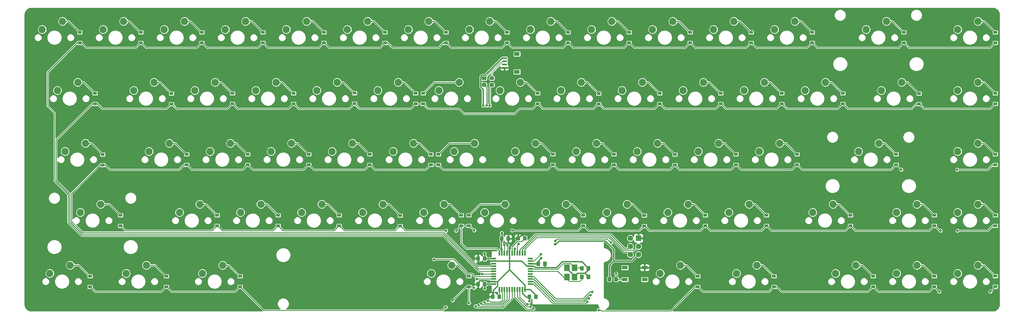
<source format=gbr>
G04 #@! TF.GenerationSoftware,KiCad,Pcbnew,(5.1.4)-1*
G04 #@! TF.CreationDate,2022-05-12T21:47:59-04:00*
G04 #@! TF.ProjectId,horsie-65,686f7273-6965-42d3-9635-2e6b69636164,rev?*
G04 #@! TF.SameCoordinates,Original*
G04 #@! TF.FileFunction,Copper,L2,Bot*
G04 #@! TF.FilePolarity,Positive*
%FSLAX46Y46*%
G04 Gerber Fmt 4.6, Leading zero omitted, Abs format (unit mm)*
G04 Created by KiCad (PCBNEW (5.1.4)-1) date 2022-05-12 21:47:59*
%MOMM*%
%LPD*%
G04 APERTURE LIST*
%ADD10C,2.250000*%
%ADD11R,1.800000X1.100000*%
%ADD12C,2.000000*%
%ADD13C,1.150000*%
%ADD14R,1.200000X0.900000*%
%ADD15R,1.700000X1.700000*%
%ADD16C,1.700000*%
%ADD17R,1.800000X1.200000*%
%ADD18R,1.550000X0.600000*%
%ADD19R,1.500000X0.550000*%
%ADD20R,0.550000X1.500000*%
%ADD21R,1.800000X2.100000*%
%ADD22C,0.800000*%
%ADD23C,0.381000*%
%ADD24C,0.254000*%
%ADD25C,0.200000*%
G04 APERTURE END LIST*
D10*
X187483750Y-121285000D03*
X193833750Y-118745000D03*
X185102500Y-178435000D03*
X191452500Y-175895000D03*
X318452500Y-140335000D03*
X324802500Y-137795000D03*
X75565000Y-159385000D03*
X81915000Y-156845000D03*
X304165000Y-159385000D03*
X310515000Y-156845000D03*
X70802500Y-140335000D03*
X77152500Y-137795000D03*
X325596250Y-121285000D03*
X331946250Y-118745000D03*
X68421250Y-121285000D03*
X74771250Y-118745000D03*
X89852500Y-178435000D03*
X96202500Y-175895000D03*
X113665000Y-178435000D03*
X120015000Y-175895000D03*
X66040000Y-178435000D03*
X72390000Y-175895000D03*
X280352500Y-178435000D03*
X286702500Y-175895000D03*
X256540000Y-178435000D03*
X262890000Y-175895000D03*
X320833750Y-102235000D03*
X327183750Y-99695000D03*
X349408750Y-178435000D03*
X355758750Y-175895000D03*
X330358750Y-178435000D03*
X336708750Y-175895000D03*
X311308750Y-178435000D03*
X317658750Y-175895000D03*
X349408750Y-159385000D03*
X355758750Y-156845000D03*
X330358750Y-159385000D03*
X336708750Y-156845000D03*
X277971250Y-159385000D03*
X284321250Y-156845000D03*
X258921250Y-159385000D03*
X265271250Y-156845000D03*
X239871250Y-159385000D03*
X246221250Y-156845000D03*
X220821250Y-159385000D03*
X227171250Y-156845000D03*
X201771250Y-159385000D03*
X208121250Y-156845000D03*
X182721250Y-159385000D03*
X189071250Y-156845000D03*
X163671250Y-159385000D03*
X170021250Y-156845000D03*
X144621250Y-159385000D03*
X150971250Y-156845000D03*
X125571250Y-159385000D03*
X131921250Y-156845000D03*
X106521250Y-159385000D03*
X112871250Y-156845000D03*
X349408750Y-140335000D03*
X355758750Y-137795000D03*
X287496250Y-140335000D03*
X293846250Y-137795000D03*
X268446250Y-140335000D03*
X274796250Y-137795000D03*
X249396250Y-140335000D03*
X255746250Y-137795000D03*
X230346250Y-140335000D03*
X236696250Y-137795000D03*
X211296250Y-140335000D03*
X217646250Y-137795000D03*
X192246250Y-140335000D03*
X198596250Y-137795000D03*
X173196250Y-140335000D03*
X179546250Y-137795000D03*
X154146250Y-140335000D03*
X160496250Y-137795000D03*
X135096250Y-140335000D03*
X141446250Y-137795000D03*
X116046250Y-140335000D03*
X122396250Y-137795000D03*
X96996250Y-140335000D03*
X103346250Y-137795000D03*
X349408750Y-121285000D03*
X355758750Y-118745000D03*
X301783750Y-121285000D03*
X308133750Y-118745000D03*
X282733750Y-121285000D03*
X289083750Y-118745000D03*
X263683750Y-121285000D03*
X270033750Y-118745000D03*
X244633750Y-121285000D03*
X250983750Y-118745000D03*
X225583750Y-121285000D03*
X231933750Y-118745000D03*
X206533750Y-121285000D03*
X212883750Y-118745000D03*
X168433750Y-121285000D03*
X174783750Y-118745000D03*
X149383750Y-121285000D03*
X155733750Y-118745000D03*
X130333750Y-121285000D03*
X136683750Y-118745000D03*
X111283750Y-121285000D03*
X117633750Y-118745000D03*
X92233750Y-121285000D03*
X98583750Y-118745000D03*
X349408750Y-102235000D03*
X355758750Y-99695000D03*
X292258750Y-102235000D03*
X298608750Y-99695000D03*
X273208750Y-102235000D03*
X279558750Y-99695000D03*
X254158750Y-102235000D03*
X260508750Y-99695000D03*
X235108750Y-102235000D03*
X241458750Y-99695000D03*
D11*
X251734250Y-176648500D03*
X245534250Y-180348500D03*
X251734250Y-180348500D03*
X245534250Y-176648500D03*
D10*
X63658750Y-102235000D03*
X70008750Y-99695000D03*
X82708750Y-102235000D03*
X89058750Y-99695000D03*
X101758750Y-102235000D03*
X108108750Y-99695000D03*
X120808750Y-102235000D03*
X127158750Y-99695000D03*
X139858750Y-102235000D03*
X146208750Y-99695000D03*
X158908750Y-102235000D03*
X165258750Y-99695000D03*
X177958750Y-102235000D03*
X184308750Y-99695000D03*
X197008750Y-102235000D03*
X203358750Y-99695000D03*
X216058750Y-102235000D03*
X222408750Y-99695000D03*
D12*
G36*
X218131755Y-185038704D02*
G01*
X218156023Y-185042304D01*
X218179822Y-185048265D01*
X218202921Y-185056530D01*
X218225100Y-185067020D01*
X218246143Y-185079632D01*
X218265849Y-185094247D01*
X218284027Y-185110723D01*
X218300503Y-185128901D01*
X218315118Y-185148607D01*
X218327730Y-185169650D01*
X218338220Y-185191829D01*
X218346485Y-185214928D01*
X218352446Y-185238727D01*
X218356046Y-185262995D01*
X218357250Y-185287499D01*
X218357250Y-186187501D01*
X218356046Y-186212005D01*
X218352446Y-186236273D01*
X218346485Y-186260072D01*
X218338220Y-186283171D01*
X218327730Y-186305350D01*
X218315118Y-186326393D01*
X218300503Y-186346099D01*
X218284027Y-186364277D01*
X218265849Y-186380753D01*
X218246143Y-186395368D01*
X218225100Y-186407980D01*
X218202921Y-186418470D01*
X218179822Y-186426735D01*
X218156023Y-186432696D01*
X218131755Y-186436296D01*
X218107251Y-186437500D01*
X217457249Y-186437500D01*
X217432745Y-186436296D01*
X217408477Y-186432696D01*
X217384678Y-186426735D01*
X217361579Y-186418470D01*
X217339400Y-186407980D01*
X217318357Y-186395368D01*
X217298651Y-186380753D01*
X217280473Y-186364277D01*
X217263997Y-186346099D01*
X217249382Y-186326393D01*
X217236770Y-186305350D01*
X217226280Y-186283171D01*
X217218015Y-186260072D01*
X217212054Y-186236273D01*
X217208454Y-186212005D01*
X217207250Y-186187501D01*
X217207250Y-185287499D01*
X217208454Y-185262995D01*
X217212054Y-185238727D01*
X217218015Y-185214928D01*
X217226280Y-185191829D01*
X217236770Y-185169650D01*
X217249382Y-185148607D01*
X217263997Y-185128901D01*
X217280473Y-185110723D01*
X217298651Y-185094247D01*
X217318357Y-185079632D01*
X217339400Y-185067020D01*
X217361579Y-185056530D01*
X217384678Y-185048265D01*
X217408477Y-185042304D01*
X217432745Y-185038704D01*
X217457249Y-185037500D01*
X218107251Y-185037500D01*
X218131755Y-185038704D01*
X218131755Y-185038704D01*
G37*
D13*
X217782250Y-185737500D03*
D12*
G36*
X216081755Y-185038704D02*
G01*
X216106023Y-185042304D01*
X216129822Y-185048265D01*
X216152921Y-185056530D01*
X216175100Y-185067020D01*
X216196143Y-185079632D01*
X216215849Y-185094247D01*
X216234027Y-185110723D01*
X216250503Y-185128901D01*
X216265118Y-185148607D01*
X216277730Y-185169650D01*
X216288220Y-185191829D01*
X216296485Y-185214928D01*
X216302446Y-185238727D01*
X216306046Y-185262995D01*
X216307250Y-185287499D01*
X216307250Y-186187501D01*
X216306046Y-186212005D01*
X216302446Y-186236273D01*
X216296485Y-186260072D01*
X216288220Y-186283171D01*
X216277730Y-186305350D01*
X216265118Y-186326393D01*
X216250503Y-186346099D01*
X216234027Y-186364277D01*
X216215849Y-186380753D01*
X216196143Y-186395368D01*
X216175100Y-186407980D01*
X216152921Y-186418470D01*
X216129822Y-186426735D01*
X216106023Y-186432696D01*
X216081755Y-186436296D01*
X216057251Y-186437500D01*
X215407249Y-186437500D01*
X215382745Y-186436296D01*
X215358477Y-186432696D01*
X215334678Y-186426735D01*
X215311579Y-186418470D01*
X215289400Y-186407980D01*
X215268357Y-186395368D01*
X215248651Y-186380753D01*
X215230473Y-186364277D01*
X215213997Y-186346099D01*
X215199382Y-186326393D01*
X215186770Y-186305350D01*
X215176280Y-186283171D01*
X215168015Y-186260072D01*
X215162054Y-186236273D01*
X215158454Y-186212005D01*
X215157250Y-186187501D01*
X215157250Y-185287499D01*
X215158454Y-185262995D01*
X215162054Y-185238727D01*
X215168015Y-185214928D01*
X215176280Y-185191829D01*
X215186770Y-185169650D01*
X215199382Y-185148607D01*
X215213997Y-185128901D01*
X215230473Y-185110723D01*
X215248651Y-185094247D01*
X215268357Y-185079632D01*
X215289400Y-185067020D01*
X215311579Y-185056530D01*
X215334678Y-185048265D01*
X215358477Y-185042304D01*
X215382745Y-185038704D01*
X215407249Y-185037500D01*
X216057251Y-185037500D01*
X216081755Y-185038704D01*
X216081755Y-185038704D01*
G37*
D13*
X215732250Y-185737500D03*
D12*
G36*
X209486755Y-166877704D02*
G01*
X209511023Y-166881304D01*
X209534822Y-166887265D01*
X209557921Y-166895530D01*
X209580100Y-166906020D01*
X209601143Y-166918632D01*
X209620849Y-166933247D01*
X209639027Y-166949723D01*
X209655503Y-166967901D01*
X209670118Y-166987607D01*
X209682730Y-167008650D01*
X209693220Y-167030829D01*
X209701485Y-167053928D01*
X209707446Y-167077727D01*
X209711046Y-167101995D01*
X209712250Y-167126499D01*
X209712250Y-168026501D01*
X209711046Y-168051005D01*
X209707446Y-168075273D01*
X209701485Y-168099072D01*
X209693220Y-168122171D01*
X209682730Y-168144350D01*
X209670118Y-168165393D01*
X209655503Y-168185099D01*
X209639027Y-168203277D01*
X209620849Y-168219753D01*
X209601143Y-168234368D01*
X209580100Y-168246980D01*
X209557921Y-168257470D01*
X209534822Y-168265735D01*
X209511023Y-168271696D01*
X209486755Y-168275296D01*
X209462251Y-168276500D01*
X208812249Y-168276500D01*
X208787745Y-168275296D01*
X208763477Y-168271696D01*
X208739678Y-168265735D01*
X208716579Y-168257470D01*
X208694400Y-168246980D01*
X208673357Y-168234368D01*
X208653651Y-168219753D01*
X208635473Y-168203277D01*
X208618997Y-168185099D01*
X208604382Y-168165393D01*
X208591770Y-168144350D01*
X208581280Y-168122171D01*
X208573015Y-168099072D01*
X208567054Y-168075273D01*
X208563454Y-168051005D01*
X208562250Y-168026501D01*
X208562250Y-167126499D01*
X208563454Y-167101995D01*
X208567054Y-167077727D01*
X208573015Y-167053928D01*
X208581280Y-167030829D01*
X208591770Y-167008650D01*
X208604382Y-166987607D01*
X208618997Y-166967901D01*
X208635473Y-166949723D01*
X208653651Y-166933247D01*
X208673357Y-166918632D01*
X208694400Y-166906020D01*
X208716579Y-166895530D01*
X208739678Y-166887265D01*
X208763477Y-166881304D01*
X208787745Y-166877704D01*
X208812249Y-166876500D01*
X209462251Y-166876500D01*
X209486755Y-166877704D01*
X209486755Y-166877704D01*
G37*
D13*
X209137250Y-167576500D03*
D12*
G36*
X207436755Y-166877704D02*
G01*
X207461023Y-166881304D01*
X207484822Y-166887265D01*
X207507921Y-166895530D01*
X207530100Y-166906020D01*
X207551143Y-166918632D01*
X207570849Y-166933247D01*
X207589027Y-166949723D01*
X207605503Y-166967901D01*
X207620118Y-166987607D01*
X207632730Y-167008650D01*
X207643220Y-167030829D01*
X207651485Y-167053928D01*
X207657446Y-167077727D01*
X207661046Y-167101995D01*
X207662250Y-167126499D01*
X207662250Y-168026501D01*
X207661046Y-168051005D01*
X207657446Y-168075273D01*
X207651485Y-168099072D01*
X207643220Y-168122171D01*
X207632730Y-168144350D01*
X207620118Y-168165393D01*
X207605503Y-168185099D01*
X207589027Y-168203277D01*
X207570849Y-168219753D01*
X207551143Y-168234368D01*
X207530100Y-168246980D01*
X207507921Y-168257470D01*
X207484822Y-168265735D01*
X207461023Y-168271696D01*
X207436755Y-168275296D01*
X207412251Y-168276500D01*
X206762249Y-168276500D01*
X206737745Y-168275296D01*
X206713477Y-168271696D01*
X206689678Y-168265735D01*
X206666579Y-168257470D01*
X206644400Y-168246980D01*
X206623357Y-168234368D01*
X206603651Y-168219753D01*
X206585473Y-168203277D01*
X206568997Y-168185099D01*
X206554382Y-168165393D01*
X206541770Y-168144350D01*
X206531280Y-168122171D01*
X206523015Y-168099072D01*
X206517054Y-168075273D01*
X206513454Y-168051005D01*
X206512250Y-168026501D01*
X206512250Y-167126499D01*
X206513454Y-167101995D01*
X206517054Y-167077727D01*
X206523015Y-167053928D01*
X206531280Y-167030829D01*
X206541770Y-167008650D01*
X206554382Y-166987607D01*
X206568997Y-166967901D01*
X206585473Y-166949723D01*
X206603651Y-166933247D01*
X206623357Y-166918632D01*
X206644400Y-166906020D01*
X206666579Y-166895530D01*
X206689678Y-166887265D01*
X206713477Y-166881304D01*
X206737745Y-166877704D01*
X206762249Y-166876500D01*
X207412251Y-166876500D01*
X207436755Y-166877704D01*
X207436755Y-166877704D01*
G37*
D13*
X207087250Y-167576500D03*
D12*
G36*
X200070755Y-181101704D02*
G01*
X200095023Y-181105304D01*
X200118822Y-181111265D01*
X200141921Y-181119530D01*
X200164100Y-181130020D01*
X200185143Y-181142632D01*
X200204849Y-181157247D01*
X200223027Y-181173723D01*
X200239503Y-181191901D01*
X200254118Y-181211607D01*
X200266730Y-181232650D01*
X200277220Y-181254829D01*
X200285485Y-181277928D01*
X200291446Y-181301727D01*
X200295046Y-181325995D01*
X200296250Y-181350499D01*
X200296250Y-182250501D01*
X200295046Y-182275005D01*
X200291446Y-182299273D01*
X200285485Y-182323072D01*
X200277220Y-182346171D01*
X200266730Y-182368350D01*
X200254118Y-182389393D01*
X200239503Y-182409099D01*
X200223027Y-182427277D01*
X200204849Y-182443753D01*
X200185143Y-182458368D01*
X200164100Y-182470980D01*
X200141921Y-182481470D01*
X200118822Y-182489735D01*
X200095023Y-182495696D01*
X200070755Y-182499296D01*
X200046251Y-182500500D01*
X199396249Y-182500500D01*
X199371745Y-182499296D01*
X199347477Y-182495696D01*
X199323678Y-182489735D01*
X199300579Y-182481470D01*
X199278400Y-182470980D01*
X199257357Y-182458368D01*
X199237651Y-182443753D01*
X199219473Y-182427277D01*
X199202997Y-182409099D01*
X199188382Y-182389393D01*
X199175770Y-182368350D01*
X199165280Y-182346171D01*
X199157015Y-182323072D01*
X199151054Y-182299273D01*
X199147454Y-182275005D01*
X199146250Y-182250501D01*
X199146250Y-181350499D01*
X199147454Y-181325995D01*
X199151054Y-181301727D01*
X199157015Y-181277928D01*
X199165280Y-181254829D01*
X199175770Y-181232650D01*
X199188382Y-181211607D01*
X199202997Y-181191901D01*
X199219473Y-181173723D01*
X199237651Y-181157247D01*
X199257357Y-181142632D01*
X199278400Y-181130020D01*
X199300579Y-181119530D01*
X199323678Y-181111265D01*
X199347477Y-181105304D01*
X199371745Y-181101704D01*
X199396249Y-181100500D01*
X200046251Y-181100500D01*
X200070755Y-181101704D01*
X200070755Y-181101704D01*
G37*
D13*
X199721250Y-181800500D03*
D12*
G36*
X202120755Y-181101704D02*
G01*
X202145023Y-181105304D01*
X202168822Y-181111265D01*
X202191921Y-181119530D01*
X202214100Y-181130020D01*
X202235143Y-181142632D01*
X202254849Y-181157247D01*
X202273027Y-181173723D01*
X202289503Y-181191901D01*
X202304118Y-181211607D01*
X202316730Y-181232650D01*
X202327220Y-181254829D01*
X202335485Y-181277928D01*
X202341446Y-181301727D01*
X202345046Y-181325995D01*
X202346250Y-181350499D01*
X202346250Y-182250501D01*
X202345046Y-182275005D01*
X202341446Y-182299273D01*
X202335485Y-182323072D01*
X202327220Y-182346171D01*
X202316730Y-182368350D01*
X202304118Y-182389393D01*
X202289503Y-182409099D01*
X202273027Y-182427277D01*
X202254849Y-182443753D01*
X202235143Y-182458368D01*
X202214100Y-182470980D01*
X202191921Y-182481470D01*
X202168822Y-182489735D01*
X202145023Y-182495696D01*
X202120755Y-182499296D01*
X202096251Y-182500500D01*
X201446249Y-182500500D01*
X201421745Y-182499296D01*
X201397477Y-182495696D01*
X201373678Y-182489735D01*
X201350579Y-182481470D01*
X201328400Y-182470980D01*
X201307357Y-182458368D01*
X201287651Y-182443753D01*
X201269473Y-182427277D01*
X201252997Y-182409099D01*
X201238382Y-182389393D01*
X201225770Y-182368350D01*
X201215280Y-182346171D01*
X201207015Y-182323072D01*
X201201054Y-182299273D01*
X201197454Y-182275005D01*
X201196250Y-182250501D01*
X201196250Y-181350499D01*
X201197454Y-181325995D01*
X201201054Y-181301727D01*
X201207015Y-181277928D01*
X201215280Y-181254829D01*
X201225770Y-181232650D01*
X201238382Y-181211607D01*
X201252997Y-181191901D01*
X201269473Y-181173723D01*
X201287651Y-181157247D01*
X201307357Y-181142632D01*
X201328400Y-181130020D01*
X201350579Y-181119530D01*
X201373678Y-181111265D01*
X201397477Y-181105304D01*
X201421745Y-181101704D01*
X201446249Y-181100500D01*
X202096251Y-181100500D01*
X202120755Y-181101704D01*
X202120755Y-181101704D01*
G37*
D13*
X201771250Y-181800500D03*
D12*
G36*
X200070755Y-173100704D02*
G01*
X200095023Y-173104304D01*
X200118822Y-173110265D01*
X200141921Y-173118530D01*
X200164100Y-173129020D01*
X200185143Y-173141632D01*
X200204849Y-173156247D01*
X200223027Y-173172723D01*
X200239503Y-173190901D01*
X200254118Y-173210607D01*
X200266730Y-173231650D01*
X200277220Y-173253829D01*
X200285485Y-173276928D01*
X200291446Y-173300727D01*
X200295046Y-173324995D01*
X200296250Y-173349499D01*
X200296250Y-174249501D01*
X200295046Y-174274005D01*
X200291446Y-174298273D01*
X200285485Y-174322072D01*
X200277220Y-174345171D01*
X200266730Y-174367350D01*
X200254118Y-174388393D01*
X200239503Y-174408099D01*
X200223027Y-174426277D01*
X200204849Y-174442753D01*
X200185143Y-174457368D01*
X200164100Y-174469980D01*
X200141921Y-174480470D01*
X200118822Y-174488735D01*
X200095023Y-174494696D01*
X200070755Y-174498296D01*
X200046251Y-174499500D01*
X199396249Y-174499500D01*
X199371745Y-174498296D01*
X199347477Y-174494696D01*
X199323678Y-174488735D01*
X199300579Y-174480470D01*
X199278400Y-174469980D01*
X199257357Y-174457368D01*
X199237651Y-174442753D01*
X199219473Y-174426277D01*
X199202997Y-174408099D01*
X199188382Y-174388393D01*
X199175770Y-174367350D01*
X199165280Y-174345171D01*
X199157015Y-174322072D01*
X199151054Y-174298273D01*
X199147454Y-174274005D01*
X199146250Y-174249501D01*
X199146250Y-173349499D01*
X199147454Y-173324995D01*
X199151054Y-173300727D01*
X199157015Y-173276928D01*
X199165280Y-173253829D01*
X199175770Y-173231650D01*
X199188382Y-173210607D01*
X199202997Y-173190901D01*
X199219473Y-173172723D01*
X199237651Y-173156247D01*
X199257357Y-173141632D01*
X199278400Y-173129020D01*
X199300579Y-173118530D01*
X199323678Y-173110265D01*
X199347477Y-173104304D01*
X199371745Y-173100704D01*
X199396249Y-173099500D01*
X200046251Y-173099500D01*
X200070755Y-173100704D01*
X200070755Y-173100704D01*
G37*
D13*
X199721250Y-173799500D03*
D12*
G36*
X202120755Y-173100704D02*
G01*
X202145023Y-173104304D01*
X202168822Y-173110265D01*
X202191921Y-173118530D01*
X202214100Y-173129020D01*
X202235143Y-173141632D01*
X202254849Y-173156247D01*
X202273027Y-173172723D01*
X202289503Y-173190901D01*
X202304118Y-173210607D01*
X202316730Y-173231650D01*
X202327220Y-173253829D01*
X202335485Y-173276928D01*
X202341446Y-173300727D01*
X202345046Y-173324995D01*
X202346250Y-173349499D01*
X202346250Y-174249501D01*
X202345046Y-174274005D01*
X202341446Y-174298273D01*
X202335485Y-174322072D01*
X202327220Y-174345171D01*
X202316730Y-174367350D01*
X202304118Y-174388393D01*
X202289503Y-174408099D01*
X202273027Y-174426277D01*
X202254849Y-174442753D01*
X202235143Y-174457368D01*
X202214100Y-174469980D01*
X202191921Y-174480470D01*
X202168822Y-174488735D01*
X202145023Y-174494696D01*
X202120755Y-174498296D01*
X202096251Y-174499500D01*
X201446249Y-174499500D01*
X201421745Y-174498296D01*
X201397477Y-174494696D01*
X201373678Y-174488735D01*
X201350579Y-174480470D01*
X201328400Y-174469980D01*
X201307357Y-174457368D01*
X201287651Y-174442753D01*
X201269473Y-174426277D01*
X201252997Y-174408099D01*
X201238382Y-174388393D01*
X201225770Y-174367350D01*
X201215280Y-174345171D01*
X201207015Y-174322072D01*
X201201054Y-174298273D01*
X201197454Y-174274005D01*
X201196250Y-174249501D01*
X201196250Y-173349499D01*
X201197454Y-173324995D01*
X201201054Y-173300727D01*
X201207015Y-173276928D01*
X201215280Y-173253829D01*
X201225770Y-173231650D01*
X201238382Y-173210607D01*
X201252997Y-173190901D01*
X201269473Y-173172723D01*
X201287651Y-173156247D01*
X201307357Y-173141632D01*
X201328400Y-173129020D01*
X201350579Y-173118530D01*
X201373678Y-173110265D01*
X201397477Y-173104304D01*
X201421745Y-173100704D01*
X201446249Y-173099500D01*
X202096251Y-173099500D01*
X202120755Y-173100704D01*
X202120755Y-173100704D01*
G37*
D13*
X201771250Y-173799500D03*
D12*
G36*
X220934755Y-174751704D02*
G01*
X220959023Y-174755304D01*
X220982822Y-174761265D01*
X221005921Y-174769530D01*
X221028100Y-174780020D01*
X221049143Y-174792632D01*
X221068849Y-174807247D01*
X221087027Y-174823723D01*
X221103503Y-174841901D01*
X221118118Y-174861607D01*
X221130730Y-174882650D01*
X221141220Y-174904829D01*
X221149485Y-174927928D01*
X221155446Y-174951727D01*
X221159046Y-174975995D01*
X221160250Y-175000499D01*
X221160250Y-175900501D01*
X221159046Y-175925005D01*
X221155446Y-175949273D01*
X221149485Y-175973072D01*
X221141220Y-175996171D01*
X221130730Y-176018350D01*
X221118118Y-176039393D01*
X221103503Y-176059099D01*
X221087027Y-176077277D01*
X221068849Y-176093753D01*
X221049143Y-176108368D01*
X221028100Y-176120980D01*
X221005921Y-176131470D01*
X220982822Y-176139735D01*
X220959023Y-176145696D01*
X220934755Y-176149296D01*
X220910251Y-176150500D01*
X220260249Y-176150500D01*
X220235745Y-176149296D01*
X220211477Y-176145696D01*
X220187678Y-176139735D01*
X220164579Y-176131470D01*
X220142400Y-176120980D01*
X220121357Y-176108368D01*
X220101651Y-176093753D01*
X220083473Y-176077277D01*
X220066997Y-176059099D01*
X220052382Y-176039393D01*
X220039770Y-176018350D01*
X220029280Y-175996171D01*
X220021015Y-175973072D01*
X220015054Y-175949273D01*
X220011454Y-175925005D01*
X220010250Y-175900501D01*
X220010250Y-175000499D01*
X220011454Y-174975995D01*
X220015054Y-174951727D01*
X220021015Y-174927928D01*
X220029280Y-174904829D01*
X220039770Y-174882650D01*
X220052382Y-174861607D01*
X220066997Y-174841901D01*
X220083473Y-174823723D01*
X220101651Y-174807247D01*
X220121357Y-174792632D01*
X220142400Y-174780020D01*
X220164579Y-174769530D01*
X220187678Y-174761265D01*
X220211477Y-174755304D01*
X220235745Y-174751704D01*
X220260249Y-174750500D01*
X220910251Y-174750500D01*
X220934755Y-174751704D01*
X220934755Y-174751704D01*
G37*
D13*
X220585250Y-175450500D03*
D12*
G36*
X218884755Y-174751704D02*
G01*
X218909023Y-174755304D01*
X218932822Y-174761265D01*
X218955921Y-174769530D01*
X218978100Y-174780020D01*
X218999143Y-174792632D01*
X219018849Y-174807247D01*
X219037027Y-174823723D01*
X219053503Y-174841901D01*
X219068118Y-174861607D01*
X219080730Y-174882650D01*
X219091220Y-174904829D01*
X219099485Y-174927928D01*
X219105446Y-174951727D01*
X219109046Y-174975995D01*
X219110250Y-175000499D01*
X219110250Y-175900501D01*
X219109046Y-175925005D01*
X219105446Y-175949273D01*
X219099485Y-175973072D01*
X219091220Y-175996171D01*
X219080730Y-176018350D01*
X219068118Y-176039393D01*
X219053503Y-176059099D01*
X219037027Y-176077277D01*
X219018849Y-176093753D01*
X218999143Y-176108368D01*
X218978100Y-176120980D01*
X218955921Y-176131470D01*
X218932822Y-176139735D01*
X218909023Y-176145696D01*
X218884755Y-176149296D01*
X218860251Y-176150500D01*
X218210249Y-176150500D01*
X218185745Y-176149296D01*
X218161477Y-176145696D01*
X218137678Y-176139735D01*
X218114579Y-176131470D01*
X218092400Y-176120980D01*
X218071357Y-176108368D01*
X218051651Y-176093753D01*
X218033473Y-176077277D01*
X218016997Y-176059099D01*
X218002382Y-176039393D01*
X217989770Y-176018350D01*
X217979280Y-175996171D01*
X217971015Y-175973072D01*
X217965054Y-175949273D01*
X217961454Y-175925005D01*
X217960250Y-175900501D01*
X217960250Y-175000499D01*
X217961454Y-174975995D01*
X217965054Y-174951727D01*
X217971015Y-174927928D01*
X217979280Y-174904829D01*
X217989770Y-174882650D01*
X218002382Y-174861607D01*
X218016997Y-174841901D01*
X218033473Y-174823723D01*
X218051651Y-174807247D01*
X218071357Y-174792632D01*
X218092400Y-174780020D01*
X218114579Y-174769530D01*
X218137678Y-174761265D01*
X218161477Y-174755304D01*
X218185745Y-174751704D01*
X218210249Y-174750500D01*
X218860251Y-174750500D01*
X218884755Y-174751704D01*
X218884755Y-174751704D01*
G37*
D13*
X218535250Y-175450500D03*
D12*
G36*
X214662005Y-166782454D02*
G01*
X214686273Y-166786054D01*
X214710072Y-166792015D01*
X214733171Y-166800280D01*
X214755350Y-166810770D01*
X214776393Y-166823382D01*
X214796099Y-166837997D01*
X214814277Y-166854473D01*
X214830753Y-166872651D01*
X214845368Y-166892357D01*
X214857980Y-166913400D01*
X214868470Y-166935579D01*
X214876735Y-166958678D01*
X214882696Y-166982477D01*
X214886296Y-167006745D01*
X214887500Y-167031249D01*
X214887500Y-167931251D01*
X214886296Y-167955755D01*
X214882696Y-167980023D01*
X214876735Y-168003822D01*
X214868470Y-168026921D01*
X214857980Y-168049100D01*
X214845368Y-168070143D01*
X214830753Y-168089849D01*
X214814277Y-168108027D01*
X214796099Y-168124503D01*
X214776393Y-168139118D01*
X214755350Y-168151730D01*
X214733171Y-168162220D01*
X214710072Y-168170485D01*
X214686273Y-168176446D01*
X214662005Y-168180046D01*
X214637501Y-168181250D01*
X213987499Y-168181250D01*
X213962995Y-168180046D01*
X213938727Y-168176446D01*
X213914928Y-168170485D01*
X213891829Y-168162220D01*
X213869650Y-168151730D01*
X213848607Y-168139118D01*
X213828901Y-168124503D01*
X213810723Y-168108027D01*
X213794247Y-168089849D01*
X213779632Y-168070143D01*
X213767020Y-168049100D01*
X213756530Y-168026921D01*
X213748265Y-168003822D01*
X213742304Y-167980023D01*
X213738704Y-167955755D01*
X213737500Y-167931251D01*
X213737500Y-167031249D01*
X213738704Y-167006745D01*
X213742304Y-166982477D01*
X213748265Y-166958678D01*
X213756530Y-166935579D01*
X213767020Y-166913400D01*
X213779632Y-166892357D01*
X213794247Y-166872651D01*
X213810723Y-166854473D01*
X213828901Y-166837997D01*
X213848607Y-166823382D01*
X213869650Y-166810770D01*
X213891829Y-166800280D01*
X213914928Y-166792015D01*
X213938727Y-166786054D01*
X213962995Y-166782454D01*
X213987499Y-166781250D01*
X214637501Y-166781250D01*
X214662005Y-166782454D01*
X214662005Y-166782454D01*
G37*
D13*
X214312500Y-167481250D03*
D12*
G36*
X212612005Y-166782454D02*
G01*
X212636273Y-166786054D01*
X212660072Y-166792015D01*
X212683171Y-166800280D01*
X212705350Y-166810770D01*
X212726393Y-166823382D01*
X212746099Y-166837997D01*
X212764277Y-166854473D01*
X212780753Y-166872651D01*
X212795368Y-166892357D01*
X212807980Y-166913400D01*
X212818470Y-166935579D01*
X212826735Y-166958678D01*
X212832696Y-166982477D01*
X212836296Y-167006745D01*
X212837500Y-167031249D01*
X212837500Y-167931251D01*
X212836296Y-167955755D01*
X212832696Y-167980023D01*
X212826735Y-168003822D01*
X212818470Y-168026921D01*
X212807980Y-168049100D01*
X212795368Y-168070143D01*
X212780753Y-168089849D01*
X212764277Y-168108027D01*
X212746099Y-168124503D01*
X212726393Y-168139118D01*
X212705350Y-168151730D01*
X212683171Y-168162220D01*
X212660072Y-168170485D01*
X212636273Y-168176446D01*
X212612005Y-168180046D01*
X212587501Y-168181250D01*
X211937499Y-168181250D01*
X211912995Y-168180046D01*
X211888727Y-168176446D01*
X211864928Y-168170485D01*
X211841829Y-168162220D01*
X211819650Y-168151730D01*
X211798607Y-168139118D01*
X211778901Y-168124503D01*
X211760723Y-168108027D01*
X211744247Y-168089849D01*
X211729632Y-168070143D01*
X211717020Y-168049100D01*
X211706530Y-168026921D01*
X211698265Y-168003822D01*
X211692304Y-167980023D01*
X211688704Y-167955755D01*
X211687500Y-167931251D01*
X211687500Y-167031249D01*
X211688704Y-167006745D01*
X211692304Y-166982477D01*
X211698265Y-166958678D01*
X211706530Y-166935579D01*
X211717020Y-166913400D01*
X211729632Y-166892357D01*
X211744247Y-166872651D01*
X211760723Y-166854473D01*
X211778901Y-166837997D01*
X211798607Y-166823382D01*
X211819650Y-166810770D01*
X211841829Y-166800280D01*
X211864928Y-166792015D01*
X211888727Y-166786054D01*
X211912995Y-166782454D01*
X211937499Y-166781250D01*
X212587501Y-166781250D01*
X212612005Y-166782454D01*
X212612005Y-166782454D01*
G37*
D13*
X212262500Y-167481250D03*
D12*
G36*
X234514755Y-178815704D02*
G01*
X234539023Y-178819304D01*
X234562822Y-178825265D01*
X234585921Y-178833530D01*
X234608100Y-178844020D01*
X234629143Y-178856632D01*
X234648849Y-178871247D01*
X234667027Y-178887723D01*
X234683503Y-178905901D01*
X234698118Y-178925607D01*
X234710730Y-178946650D01*
X234721220Y-178968829D01*
X234729485Y-178991928D01*
X234735446Y-179015727D01*
X234739046Y-179039995D01*
X234740250Y-179064499D01*
X234740250Y-179964501D01*
X234739046Y-179989005D01*
X234735446Y-180013273D01*
X234729485Y-180037072D01*
X234721220Y-180060171D01*
X234710730Y-180082350D01*
X234698118Y-180103393D01*
X234683503Y-180123099D01*
X234667027Y-180141277D01*
X234648849Y-180157753D01*
X234629143Y-180172368D01*
X234608100Y-180184980D01*
X234585921Y-180195470D01*
X234562822Y-180203735D01*
X234539023Y-180209696D01*
X234514755Y-180213296D01*
X234490251Y-180214500D01*
X233840249Y-180214500D01*
X233815745Y-180213296D01*
X233791477Y-180209696D01*
X233767678Y-180203735D01*
X233744579Y-180195470D01*
X233722400Y-180184980D01*
X233701357Y-180172368D01*
X233681651Y-180157753D01*
X233663473Y-180141277D01*
X233646997Y-180123099D01*
X233632382Y-180103393D01*
X233619770Y-180082350D01*
X233609280Y-180060171D01*
X233601015Y-180037072D01*
X233595054Y-180013273D01*
X233591454Y-179989005D01*
X233590250Y-179964501D01*
X233590250Y-179064499D01*
X233591454Y-179039995D01*
X233595054Y-179015727D01*
X233601015Y-178991928D01*
X233609280Y-178968829D01*
X233619770Y-178946650D01*
X233632382Y-178925607D01*
X233646997Y-178905901D01*
X233663473Y-178887723D01*
X233681651Y-178871247D01*
X233701357Y-178856632D01*
X233722400Y-178844020D01*
X233744579Y-178833530D01*
X233767678Y-178825265D01*
X233791477Y-178819304D01*
X233815745Y-178815704D01*
X233840249Y-178814500D01*
X234490251Y-178814500D01*
X234514755Y-178815704D01*
X234514755Y-178815704D01*
G37*
D13*
X234165250Y-179514500D03*
D12*
G36*
X232464755Y-178815704D02*
G01*
X232489023Y-178819304D01*
X232512822Y-178825265D01*
X232535921Y-178833530D01*
X232558100Y-178844020D01*
X232579143Y-178856632D01*
X232598849Y-178871247D01*
X232617027Y-178887723D01*
X232633503Y-178905901D01*
X232648118Y-178925607D01*
X232660730Y-178946650D01*
X232671220Y-178968829D01*
X232679485Y-178991928D01*
X232685446Y-179015727D01*
X232689046Y-179039995D01*
X232690250Y-179064499D01*
X232690250Y-179964501D01*
X232689046Y-179989005D01*
X232685446Y-180013273D01*
X232679485Y-180037072D01*
X232671220Y-180060171D01*
X232660730Y-180082350D01*
X232648118Y-180103393D01*
X232633503Y-180123099D01*
X232617027Y-180141277D01*
X232598849Y-180157753D01*
X232579143Y-180172368D01*
X232558100Y-180184980D01*
X232535921Y-180195470D01*
X232512822Y-180203735D01*
X232489023Y-180209696D01*
X232464755Y-180213296D01*
X232440251Y-180214500D01*
X231790249Y-180214500D01*
X231765745Y-180213296D01*
X231741477Y-180209696D01*
X231717678Y-180203735D01*
X231694579Y-180195470D01*
X231672400Y-180184980D01*
X231651357Y-180172368D01*
X231631651Y-180157753D01*
X231613473Y-180141277D01*
X231596997Y-180123099D01*
X231582382Y-180103393D01*
X231569770Y-180082350D01*
X231559280Y-180060171D01*
X231551015Y-180037072D01*
X231545054Y-180013273D01*
X231541454Y-179989005D01*
X231540250Y-179964501D01*
X231540250Y-179064499D01*
X231541454Y-179039995D01*
X231545054Y-179015727D01*
X231551015Y-178991928D01*
X231559280Y-178968829D01*
X231569770Y-178946650D01*
X231582382Y-178925607D01*
X231596997Y-178905901D01*
X231613473Y-178887723D01*
X231631651Y-178871247D01*
X231651357Y-178856632D01*
X231672400Y-178844020D01*
X231694579Y-178833530D01*
X231717678Y-178825265D01*
X231741477Y-178819304D01*
X231765745Y-178815704D01*
X231790249Y-178814500D01*
X232440251Y-178814500D01*
X232464755Y-178815704D01*
X232464755Y-178815704D01*
G37*
D13*
X232115250Y-179514500D03*
D12*
G36*
X234514755Y-176148704D02*
G01*
X234539023Y-176152304D01*
X234562822Y-176158265D01*
X234585921Y-176166530D01*
X234608100Y-176177020D01*
X234629143Y-176189632D01*
X234648849Y-176204247D01*
X234667027Y-176220723D01*
X234683503Y-176238901D01*
X234698118Y-176258607D01*
X234710730Y-176279650D01*
X234721220Y-176301829D01*
X234729485Y-176324928D01*
X234735446Y-176348727D01*
X234739046Y-176372995D01*
X234740250Y-176397499D01*
X234740250Y-177297501D01*
X234739046Y-177322005D01*
X234735446Y-177346273D01*
X234729485Y-177370072D01*
X234721220Y-177393171D01*
X234710730Y-177415350D01*
X234698118Y-177436393D01*
X234683503Y-177456099D01*
X234667027Y-177474277D01*
X234648849Y-177490753D01*
X234629143Y-177505368D01*
X234608100Y-177517980D01*
X234585921Y-177528470D01*
X234562822Y-177536735D01*
X234539023Y-177542696D01*
X234514755Y-177546296D01*
X234490251Y-177547500D01*
X233840249Y-177547500D01*
X233815745Y-177546296D01*
X233791477Y-177542696D01*
X233767678Y-177536735D01*
X233744579Y-177528470D01*
X233722400Y-177517980D01*
X233701357Y-177505368D01*
X233681651Y-177490753D01*
X233663473Y-177474277D01*
X233646997Y-177456099D01*
X233632382Y-177436393D01*
X233619770Y-177415350D01*
X233609280Y-177393171D01*
X233601015Y-177370072D01*
X233595054Y-177346273D01*
X233591454Y-177322005D01*
X233590250Y-177297501D01*
X233590250Y-176397499D01*
X233591454Y-176372995D01*
X233595054Y-176348727D01*
X233601015Y-176324928D01*
X233609280Y-176301829D01*
X233619770Y-176279650D01*
X233632382Y-176258607D01*
X233646997Y-176238901D01*
X233663473Y-176220723D01*
X233681651Y-176204247D01*
X233701357Y-176189632D01*
X233722400Y-176177020D01*
X233744579Y-176166530D01*
X233767678Y-176158265D01*
X233791477Y-176152304D01*
X233815745Y-176148704D01*
X233840249Y-176147500D01*
X234490251Y-176147500D01*
X234514755Y-176148704D01*
X234514755Y-176148704D01*
G37*
D13*
X234165250Y-176847500D03*
D12*
G36*
X232464755Y-176148704D02*
G01*
X232489023Y-176152304D01*
X232512822Y-176158265D01*
X232535921Y-176166530D01*
X232558100Y-176177020D01*
X232579143Y-176189632D01*
X232598849Y-176204247D01*
X232617027Y-176220723D01*
X232633503Y-176238901D01*
X232648118Y-176258607D01*
X232660730Y-176279650D01*
X232671220Y-176301829D01*
X232679485Y-176324928D01*
X232685446Y-176348727D01*
X232689046Y-176372995D01*
X232690250Y-176397499D01*
X232690250Y-177297501D01*
X232689046Y-177322005D01*
X232685446Y-177346273D01*
X232679485Y-177370072D01*
X232671220Y-177393171D01*
X232660730Y-177415350D01*
X232648118Y-177436393D01*
X232633503Y-177456099D01*
X232617027Y-177474277D01*
X232598849Y-177490753D01*
X232579143Y-177505368D01*
X232558100Y-177517980D01*
X232535921Y-177528470D01*
X232512822Y-177536735D01*
X232489023Y-177542696D01*
X232464755Y-177546296D01*
X232440251Y-177547500D01*
X231790249Y-177547500D01*
X231765745Y-177546296D01*
X231741477Y-177542696D01*
X231717678Y-177536735D01*
X231694579Y-177528470D01*
X231672400Y-177517980D01*
X231651357Y-177505368D01*
X231631651Y-177490753D01*
X231613473Y-177474277D01*
X231596997Y-177456099D01*
X231582382Y-177436393D01*
X231569770Y-177415350D01*
X231559280Y-177393171D01*
X231551015Y-177370072D01*
X231545054Y-177346273D01*
X231541454Y-177322005D01*
X231540250Y-177297501D01*
X231540250Y-176397499D01*
X231541454Y-176372995D01*
X231545054Y-176348727D01*
X231551015Y-176324928D01*
X231559280Y-176301829D01*
X231569770Y-176279650D01*
X231582382Y-176258607D01*
X231596997Y-176238901D01*
X231613473Y-176220723D01*
X231631651Y-176204247D01*
X231651357Y-176189632D01*
X231672400Y-176177020D01*
X231694579Y-176166530D01*
X231717678Y-176158265D01*
X231741477Y-176152304D01*
X231765745Y-176148704D01*
X231790249Y-176147500D01*
X232440251Y-176147500D01*
X232464755Y-176148704D01*
X232464755Y-176148704D01*
G37*
D13*
X232115250Y-176847500D03*
D14*
X75406250Y-103125000D03*
X75406250Y-106425000D03*
X94456250Y-103125000D03*
X94456250Y-106425000D03*
X113506250Y-103125000D03*
X113506250Y-106425000D03*
X132556250Y-103125000D03*
X132556250Y-106425000D03*
X151606250Y-103125000D03*
X151606250Y-106425000D03*
X170656250Y-103125000D03*
X170656250Y-106425000D03*
X189706250Y-103125000D03*
X189706250Y-106425000D03*
X208756250Y-103125000D03*
X208756250Y-106425000D03*
X227806250Y-103125000D03*
X227806250Y-106425000D03*
X246856250Y-103125000D03*
X246856250Y-106425000D03*
X265906250Y-103125000D03*
X265906250Y-106425000D03*
X284956250Y-103125000D03*
X284956250Y-106425000D03*
X304006250Y-103125000D03*
X304006250Y-106425000D03*
X332581250Y-103125000D03*
X332581250Y-106425000D03*
X361156250Y-103125000D03*
X361156250Y-106425000D03*
X80168750Y-122175000D03*
X80168750Y-125475000D03*
X103981250Y-122237500D03*
X103981250Y-125537500D03*
X123031250Y-122175000D03*
X123031250Y-125475000D03*
X142081250Y-122175000D03*
X142081250Y-125475000D03*
X161131250Y-122112500D03*
X161131250Y-125412500D03*
X180181250Y-122175000D03*
X180181250Y-125475000D03*
X182562500Y-122175000D03*
X182562500Y-125475000D03*
X218281250Y-122175000D03*
X218281250Y-125475000D03*
X237331250Y-122237500D03*
X237331250Y-125537500D03*
X256381250Y-122175000D03*
X256381250Y-125475000D03*
X275431250Y-122175000D03*
X275431250Y-125475000D03*
X294481250Y-122175000D03*
X294481250Y-125475000D03*
X313531250Y-122175000D03*
X313531250Y-125475000D03*
X337343750Y-122237500D03*
X337343750Y-125537500D03*
X361156250Y-122175000D03*
X361156250Y-125475000D03*
X82550000Y-141287500D03*
X82550000Y-144587500D03*
X108743750Y-141225000D03*
X108743750Y-144525000D03*
X127793750Y-141225000D03*
X127793750Y-144525000D03*
X146843750Y-141225000D03*
X146843750Y-144525000D03*
X165893750Y-141225000D03*
X165893750Y-144525000D03*
X184943750Y-141225000D03*
X184943750Y-144525000D03*
X187325000Y-141225000D03*
X187325000Y-144525000D03*
X223043750Y-141225000D03*
X223043750Y-144525000D03*
X242093750Y-141225000D03*
X242093750Y-144525000D03*
X261143750Y-141287500D03*
X261143750Y-144587500D03*
X280193750Y-141225000D03*
X280193750Y-144525000D03*
X299243750Y-141225000D03*
X299243750Y-144525000D03*
X330200000Y-141225000D03*
X330200000Y-144525000D03*
X361156250Y-141225000D03*
X361156250Y-144525000D03*
X88106250Y-160275000D03*
X88106250Y-163575000D03*
X118268750Y-160275000D03*
X118268750Y-163575000D03*
X137318750Y-160275000D03*
X137318750Y-163575000D03*
X156368750Y-160275000D03*
X156368750Y-163575000D03*
X175418750Y-160337500D03*
X175418750Y-163637500D03*
X194468750Y-160275000D03*
X194468750Y-163575000D03*
X196850000Y-160275000D03*
X196850000Y-163575000D03*
X232568750Y-160275000D03*
X232568750Y-163575000D03*
X251618750Y-160337500D03*
X251618750Y-163637500D03*
X270668750Y-160275000D03*
X270668750Y-163575000D03*
X289718750Y-160275000D03*
X289718750Y-163575000D03*
X315912500Y-160275000D03*
X315912500Y-163575000D03*
X342106250Y-160275000D03*
X342106250Y-163575000D03*
X361156250Y-160275000D03*
X361156250Y-163575000D03*
X78581250Y-179325000D03*
X78581250Y-182625000D03*
X102393750Y-179325000D03*
X102393750Y-182625000D03*
X125412500Y-179325000D03*
X125412500Y-182625000D03*
X196850000Y-179325000D03*
X196850000Y-182625000D03*
X268287500Y-179325000D03*
X268287500Y-182625000D03*
X292100000Y-179325000D03*
X292100000Y-182625000D03*
X323056250Y-179325000D03*
X323056250Y-182625000D03*
X342106250Y-179325000D03*
X342106250Y-182625000D03*
X361156250Y-179262500D03*
X361156250Y-182562500D03*
D15*
X249777250Y-167449500D03*
D16*
X247237250Y-167449500D03*
X249777250Y-169989500D03*
X247237250Y-169989500D03*
X249777250Y-172529500D03*
X247237250Y-172529500D03*
D17*
X211825000Y-115512500D03*
X211825000Y-109912500D03*
D18*
X207950000Y-111212500D03*
X207950000Y-112212500D03*
X207950000Y-114212500D03*
X207950000Y-113212500D03*
D12*
G36*
X204468255Y-116901204D02*
G01*
X204492523Y-116904804D01*
X204516322Y-116910765D01*
X204539421Y-116919030D01*
X204561600Y-116929520D01*
X204582643Y-116942132D01*
X204602349Y-116956747D01*
X204620527Y-116973223D01*
X204637003Y-116991401D01*
X204651618Y-117011107D01*
X204664230Y-117032150D01*
X204674720Y-117054329D01*
X204682985Y-117077428D01*
X204688946Y-117101227D01*
X204692546Y-117125495D01*
X204693750Y-117149999D01*
X204693750Y-117800001D01*
X204692546Y-117824505D01*
X204688946Y-117848773D01*
X204682985Y-117872572D01*
X204674720Y-117895671D01*
X204664230Y-117917850D01*
X204651618Y-117938893D01*
X204637003Y-117958599D01*
X204620527Y-117976777D01*
X204602349Y-117993253D01*
X204582643Y-118007868D01*
X204561600Y-118020480D01*
X204539421Y-118030970D01*
X204516322Y-118039235D01*
X204492523Y-118045196D01*
X204468255Y-118048796D01*
X204443751Y-118050000D01*
X203543749Y-118050000D01*
X203519245Y-118048796D01*
X203494977Y-118045196D01*
X203471178Y-118039235D01*
X203448079Y-118030970D01*
X203425900Y-118020480D01*
X203404857Y-118007868D01*
X203385151Y-117993253D01*
X203366973Y-117976777D01*
X203350497Y-117958599D01*
X203335882Y-117938893D01*
X203323270Y-117917850D01*
X203312780Y-117895671D01*
X203304515Y-117872572D01*
X203298554Y-117848773D01*
X203294954Y-117824505D01*
X203293750Y-117800001D01*
X203293750Y-117149999D01*
X203294954Y-117125495D01*
X203298554Y-117101227D01*
X203304515Y-117077428D01*
X203312780Y-117054329D01*
X203323270Y-117032150D01*
X203335882Y-117011107D01*
X203350497Y-116991401D01*
X203366973Y-116973223D01*
X203385151Y-116956747D01*
X203404857Y-116942132D01*
X203425900Y-116929520D01*
X203448079Y-116919030D01*
X203471178Y-116910765D01*
X203494977Y-116904804D01*
X203519245Y-116901204D01*
X203543749Y-116900000D01*
X204443751Y-116900000D01*
X204468255Y-116901204D01*
X204468255Y-116901204D01*
G37*
D13*
X203993750Y-117475000D03*
D12*
G36*
X204468255Y-118951204D02*
G01*
X204492523Y-118954804D01*
X204516322Y-118960765D01*
X204539421Y-118969030D01*
X204561600Y-118979520D01*
X204582643Y-118992132D01*
X204602349Y-119006747D01*
X204620527Y-119023223D01*
X204637003Y-119041401D01*
X204651618Y-119061107D01*
X204664230Y-119082150D01*
X204674720Y-119104329D01*
X204682985Y-119127428D01*
X204688946Y-119151227D01*
X204692546Y-119175495D01*
X204693750Y-119199999D01*
X204693750Y-119850001D01*
X204692546Y-119874505D01*
X204688946Y-119898773D01*
X204682985Y-119922572D01*
X204674720Y-119945671D01*
X204664230Y-119967850D01*
X204651618Y-119988893D01*
X204637003Y-120008599D01*
X204620527Y-120026777D01*
X204602349Y-120043253D01*
X204582643Y-120057868D01*
X204561600Y-120070480D01*
X204539421Y-120080970D01*
X204516322Y-120089235D01*
X204492523Y-120095196D01*
X204468255Y-120098796D01*
X204443751Y-120100000D01*
X203543749Y-120100000D01*
X203519245Y-120098796D01*
X203494977Y-120095196D01*
X203471178Y-120089235D01*
X203448079Y-120080970D01*
X203425900Y-120070480D01*
X203404857Y-120057868D01*
X203385151Y-120043253D01*
X203366973Y-120026777D01*
X203350497Y-120008599D01*
X203335882Y-119988893D01*
X203323270Y-119967850D01*
X203312780Y-119945671D01*
X203304515Y-119922572D01*
X203298554Y-119898773D01*
X203294954Y-119874505D01*
X203293750Y-119850001D01*
X203293750Y-119199999D01*
X203294954Y-119175495D01*
X203298554Y-119151227D01*
X203304515Y-119127428D01*
X203312780Y-119104329D01*
X203323270Y-119082150D01*
X203335882Y-119061107D01*
X203350497Y-119041401D01*
X203366973Y-119023223D01*
X203385151Y-119006747D01*
X203404857Y-118992132D01*
X203425900Y-118979520D01*
X203448079Y-118969030D01*
X203471178Y-118960765D01*
X203494977Y-118954804D01*
X203519245Y-118951204D01*
X203543749Y-118950000D01*
X204443751Y-118950000D01*
X204468255Y-118951204D01*
X204468255Y-118951204D01*
G37*
D13*
X203993750Y-119525000D03*
D12*
G36*
X202087005Y-116901204D02*
G01*
X202111273Y-116904804D01*
X202135072Y-116910765D01*
X202158171Y-116919030D01*
X202180350Y-116929520D01*
X202201393Y-116942132D01*
X202221099Y-116956747D01*
X202239277Y-116973223D01*
X202255753Y-116991401D01*
X202270368Y-117011107D01*
X202282980Y-117032150D01*
X202293470Y-117054329D01*
X202301735Y-117077428D01*
X202307696Y-117101227D01*
X202311296Y-117125495D01*
X202312500Y-117149999D01*
X202312500Y-117800001D01*
X202311296Y-117824505D01*
X202307696Y-117848773D01*
X202301735Y-117872572D01*
X202293470Y-117895671D01*
X202282980Y-117917850D01*
X202270368Y-117938893D01*
X202255753Y-117958599D01*
X202239277Y-117976777D01*
X202221099Y-117993253D01*
X202201393Y-118007868D01*
X202180350Y-118020480D01*
X202158171Y-118030970D01*
X202135072Y-118039235D01*
X202111273Y-118045196D01*
X202087005Y-118048796D01*
X202062501Y-118050000D01*
X201162499Y-118050000D01*
X201137995Y-118048796D01*
X201113727Y-118045196D01*
X201089928Y-118039235D01*
X201066829Y-118030970D01*
X201044650Y-118020480D01*
X201023607Y-118007868D01*
X201003901Y-117993253D01*
X200985723Y-117976777D01*
X200969247Y-117958599D01*
X200954632Y-117938893D01*
X200942020Y-117917850D01*
X200931530Y-117895671D01*
X200923265Y-117872572D01*
X200917304Y-117848773D01*
X200913704Y-117824505D01*
X200912500Y-117800001D01*
X200912500Y-117149999D01*
X200913704Y-117125495D01*
X200917304Y-117101227D01*
X200923265Y-117077428D01*
X200931530Y-117054329D01*
X200942020Y-117032150D01*
X200954632Y-117011107D01*
X200969247Y-116991401D01*
X200985723Y-116973223D01*
X201003901Y-116956747D01*
X201023607Y-116942132D01*
X201044650Y-116929520D01*
X201066829Y-116919030D01*
X201089928Y-116910765D01*
X201113727Y-116904804D01*
X201137995Y-116901204D01*
X201162499Y-116900000D01*
X202062501Y-116900000D01*
X202087005Y-116901204D01*
X202087005Y-116901204D01*
G37*
D13*
X201612500Y-117475000D03*
D12*
G36*
X202087005Y-118951204D02*
G01*
X202111273Y-118954804D01*
X202135072Y-118960765D01*
X202158171Y-118969030D01*
X202180350Y-118979520D01*
X202201393Y-118992132D01*
X202221099Y-119006747D01*
X202239277Y-119023223D01*
X202255753Y-119041401D01*
X202270368Y-119061107D01*
X202282980Y-119082150D01*
X202293470Y-119104329D01*
X202301735Y-119127428D01*
X202307696Y-119151227D01*
X202311296Y-119175495D01*
X202312500Y-119199999D01*
X202312500Y-119850001D01*
X202311296Y-119874505D01*
X202307696Y-119898773D01*
X202301735Y-119922572D01*
X202293470Y-119945671D01*
X202282980Y-119967850D01*
X202270368Y-119988893D01*
X202255753Y-120008599D01*
X202239277Y-120026777D01*
X202221099Y-120043253D01*
X202201393Y-120057868D01*
X202180350Y-120070480D01*
X202158171Y-120080970D01*
X202135072Y-120089235D01*
X202111273Y-120095196D01*
X202087005Y-120098796D01*
X202062501Y-120100000D01*
X201162499Y-120100000D01*
X201137995Y-120098796D01*
X201113727Y-120095196D01*
X201089928Y-120089235D01*
X201066829Y-120080970D01*
X201044650Y-120070480D01*
X201023607Y-120057868D01*
X201003901Y-120043253D01*
X200985723Y-120026777D01*
X200969247Y-120008599D01*
X200954632Y-119988893D01*
X200942020Y-119967850D01*
X200931530Y-119945671D01*
X200923265Y-119922572D01*
X200917304Y-119898773D01*
X200913704Y-119874505D01*
X200912500Y-119850001D01*
X200912500Y-119199999D01*
X200913704Y-119175495D01*
X200917304Y-119151227D01*
X200923265Y-119127428D01*
X200931530Y-119104329D01*
X200942020Y-119082150D01*
X200954632Y-119061107D01*
X200969247Y-119041401D01*
X200985723Y-119023223D01*
X201003901Y-119006747D01*
X201023607Y-118992132D01*
X201044650Y-118979520D01*
X201066829Y-118969030D01*
X201089928Y-118960765D01*
X201113727Y-118954804D01*
X201137995Y-118951204D01*
X201162499Y-118950000D01*
X202062501Y-118950000D01*
X202087005Y-118951204D01*
X202087005Y-118951204D01*
G37*
D13*
X201612500Y-119525000D03*
D12*
G36*
X206692755Y-185038704D02*
G01*
X206717023Y-185042304D01*
X206740822Y-185048265D01*
X206763921Y-185056530D01*
X206786100Y-185067020D01*
X206807143Y-185079632D01*
X206826849Y-185094247D01*
X206845027Y-185110723D01*
X206861503Y-185128901D01*
X206876118Y-185148607D01*
X206888730Y-185169650D01*
X206899220Y-185191829D01*
X206907485Y-185214928D01*
X206913446Y-185238727D01*
X206917046Y-185262995D01*
X206918250Y-185287499D01*
X206918250Y-186187501D01*
X206917046Y-186212005D01*
X206913446Y-186236273D01*
X206907485Y-186260072D01*
X206899220Y-186283171D01*
X206888730Y-186305350D01*
X206876118Y-186326393D01*
X206861503Y-186346099D01*
X206845027Y-186364277D01*
X206826849Y-186380753D01*
X206807143Y-186395368D01*
X206786100Y-186407980D01*
X206763921Y-186418470D01*
X206740822Y-186426735D01*
X206717023Y-186432696D01*
X206692755Y-186436296D01*
X206668251Y-186437500D01*
X206018249Y-186437500D01*
X205993745Y-186436296D01*
X205969477Y-186432696D01*
X205945678Y-186426735D01*
X205922579Y-186418470D01*
X205900400Y-186407980D01*
X205879357Y-186395368D01*
X205859651Y-186380753D01*
X205841473Y-186364277D01*
X205824997Y-186346099D01*
X205810382Y-186326393D01*
X205797770Y-186305350D01*
X205787280Y-186283171D01*
X205779015Y-186260072D01*
X205773054Y-186236273D01*
X205769454Y-186212005D01*
X205768250Y-186187501D01*
X205768250Y-185287499D01*
X205769454Y-185262995D01*
X205773054Y-185238727D01*
X205779015Y-185214928D01*
X205787280Y-185191829D01*
X205797770Y-185169650D01*
X205810382Y-185148607D01*
X205824997Y-185128901D01*
X205841473Y-185110723D01*
X205859651Y-185094247D01*
X205879357Y-185079632D01*
X205900400Y-185067020D01*
X205922579Y-185056530D01*
X205945678Y-185048265D01*
X205969477Y-185042304D01*
X205993745Y-185038704D01*
X206018249Y-185037500D01*
X206668251Y-185037500D01*
X206692755Y-185038704D01*
X206692755Y-185038704D01*
G37*
D13*
X206343250Y-185737500D03*
D12*
G36*
X204642755Y-185038704D02*
G01*
X204667023Y-185042304D01*
X204690822Y-185048265D01*
X204713921Y-185056530D01*
X204736100Y-185067020D01*
X204757143Y-185079632D01*
X204776849Y-185094247D01*
X204795027Y-185110723D01*
X204811503Y-185128901D01*
X204826118Y-185148607D01*
X204838730Y-185169650D01*
X204849220Y-185191829D01*
X204857485Y-185214928D01*
X204863446Y-185238727D01*
X204867046Y-185262995D01*
X204868250Y-185287499D01*
X204868250Y-186187501D01*
X204867046Y-186212005D01*
X204863446Y-186236273D01*
X204857485Y-186260072D01*
X204849220Y-186283171D01*
X204838730Y-186305350D01*
X204826118Y-186326393D01*
X204811503Y-186346099D01*
X204795027Y-186364277D01*
X204776849Y-186380753D01*
X204757143Y-186395368D01*
X204736100Y-186407980D01*
X204713921Y-186418470D01*
X204690822Y-186426735D01*
X204667023Y-186432696D01*
X204642755Y-186436296D01*
X204618251Y-186437500D01*
X203968249Y-186437500D01*
X203943745Y-186436296D01*
X203919477Y-186432696D01*
X203895678Y-186426735D01*
X203872579Y-186418470D01*
X203850400Y-186407980D01*
X203829357Y-186395368D01*
X203809651Y-186380753D01*
X203791473Y-186364277D01*
X203774997Y-186346099D01*
X203760382Y-186326393D01*
X203747770Y-186305350D01*
X203737280Y-186283171D01*
X203729015Y-186260072D01*
X203723054Y-186236273D01*
X203719454Y-186212005D01*
X203718250Y-186187501D01*
X203718250Y-185287499D01*
X203719454Y-185262995D01*
X203723054Y-185238727D01*
X203729015Y-185214928D01*
X203737280Y-185191829D01*
X203747770Y-185169650D01*
X203760382Y-185148607D01*
X203774997Y-185128901D01*
X203791473Y-185110723D01*
X203809651Y-185094247D01*
X203829357Y-185079632D01*
X203850400Y-185067020D01*
X203872579Y-185056530D01*
X203895678Y-185048265D01*
X203919477Y-185042304D01*
X203943745Y-185038704D01*
X203968249Y-185037500D01*
X204618251Y-185037500D01*
X204642755Y-185038704D01*
X204642755Y-185038704D01*
G37*
D13*
X204293250Y-185737500D03*
D19*
X204643750Y-173800000D03*
X204643750Y-174600000D03*
X204643750Y-175400000D03*
X204643750Y-176200000D03*
X204643750Y-177000000D03*
X204643750Y-177800000D03*
X204643750Y-178600000D03*
X204643750Y-179400000D03*
X204643750Y-180200000D03*
X204643750Y-181000000D03*
X204643750Y-181800000D03*
D20*
X206343750Y-183500000D03*
X207143750Y-183500000D03*
X207943750Y-183500000D03*
X208743750Y-183500000D03*
X209543750Y-183500000D03*
X210343750Y-183500000D03*
X211143750Y-183500000D03*
X211943750Y-183500000D03*
X212743750Y-183500000D03*
X213543750Y-183500000D03*
X214343750Y-183500000D03*
D19*
X216043750Y-181800000D03*
X216043750Y-181000000D03*
X216043750Y-180200000D03*
X216043750Y-179400000D03*
X216043750Y-178600000D03*
X216043750Y-177800000D03*
X216043750Y-177000000D03*
X216043750Y-176200000D03*
X216043750Y-175400000D03*
X216043750Y-174600000D03*
X216043750Y-173800000D03*
D20*
X214343750Y-172100000D03*
X213543750Y-172100000D03*
X212743750Y-172100000D03*
X211943750Y-172100000D03*
X211143750Y-172100000D03*
X210343750Y-172100000D03*
X209543750Y-172100000D03*
X208743750Y-172100000D03*
X207943750Y-172100000D03*
X207143750Y-172100000D03*
X206343750Y-172100000D03*
D21*
X229792250Y-179574500D03*
X229792250Y-176674500D03*
X227492250Y-176674500D03*
X227492250Y-179574500D03*
D12*
G36*
X243141755Y-179577704D02*
G01*
X243166023Y-179581304D01*
X243189822Y-179587265D01*
X243212921Y-179595530D01*
X243235100Y-179606020D01*
X243256143Y-179618632D01*
X243275849Y-179633247D01*
X243294027Y-179649723D01*
X243310503Y-179667901D01*
X243325118Y-179687607D01*
X243337730Y-179708650D01*
X243348220Y-179730829D01*
X243356485Y-179753928D01*
X243362446Y-179777727D01*
X243366046Y-179801995D01*
X243367250Y-179826499D01*
X243367250Y-180726501D01*
X243366046Y-180751005D01*
X243362446Y-180775273D01*
X243356485Y-180799072D01*
X243348220Y-180822171D01*
X243337730Y-180844350D01*
X243325118Y-180865393D01*
X243310503Y-180885099D01*
X243294027Y-180903277D01*
X243275849Y-180919753D01*
X243256143Y-180934368D01*
X243235100Y-180946980D01*
X243212921Y-180957470D01*
X243189822Y-180965735D01*
X243166023Y-180971696D01*
X243141755Y-180975296D01*
X243117251Y-180976500D01*
X242467249Y-180976500D01*
X242442745Y-180975296D01*
X242418477Y-180971696D01*
X242394678Y-180965735D01*
X242371579Y-180957470D01*
X242349400Y-180946980D01*
X242328357Y-180934368D01*
X242308651Y-180919753D01*
X242290473Y-180903277D01*
X242273997Y-180885099D01*
X242259382Y-180865393D01*
X242246770Y-180844350D01*
X242236280Y-180822171D01*
X242228015Y-180799072D01*
X242222054Y-180775273D01*
X242218454Y-180751005D01*
X242217250Y-180726501D01*
X242217250Y-179826499D01*
X242218454Y-179801995D01*
X242222054Y-179777727D01*
X242228015Y-179753928D01*
X242236280Y-179730829D01*
X242246770Y-179708650D01*
X242259382Y-179687607D01*
X242273997Y-179667901D01*
X242290473Y-179649723D01*
X242308651Y-179633247D01*
X242328357Y-179618632D01*
X242349400Y-179606020D01*
X242371579Y-179595530D01*
X242394678Y-179587265D01*
X242418477Y-179581304D01*
X242442745Y-179577704D01*
X242467249Y-179576500D01*
X243117251Y-179576500D01*
X243141755Y-179577704D01*
X243141755Y-179577704D01*
G37*
D13*
X242792250Y-180276500D03*
D12*
G36*
X241091755Y-179577704D02*
G01*
X241116023Y-179581304D01*
X241139822Y-179587265D01*
X241162921Y-179595530D01*
X241185100Y-179606020D01*
X241206143Y-179618632D01*
X241225849Y-179633247D01*
X241244027Y-179649723D01*
X241260503Y-179667901D01*
X241275118Y-179687607D01*
X241287730Y-179708650D01*
X241298220Y-179730829D01*
X241306485Y-179753928D01*
X241312446Y-179777727D01*
X241316046Y-179801995D01*
X241317250Y-179826499D01*
X241317250Y-180726501D01*
X241316046Y-180751005D01*
X241312446Y-180775273D01*
X241306485Y-180799072D01*
X241298220Y-180822171D01*
X241287730Y-180844350D01*
X241275118Y-180865393D01*
X241260503Y-180885099D01*
X241244027Y-180903277D01*
X241225849Y-180919753D01*
X241206143Y-180934368D01*
X241185100Y-180946980D01*
X241162921Y-180957470D01*
X241139822Y-180965735D01*
X241116023Y-180971696D01*
X241091755Y-180975296D01*
X241067251Y-180976500D01*
X240417249Y-180976500D01*
X240392745Y-180975296D01*
X240368477Y-180971696D01*
X240344678Y-180965735D01*
X240321579Y-180957470D01*
X240299400Y-180946980D01*
X240278357Y-180934368D01*
X240258651Y-180919753D01*
X240240473Y-180903277D01*
X240223997Y-180885099D01*
X240209382Y-180865393D01*
X240196770Y-180844350D01*
X240186280Y-180822171D01*
X240178015Y-180799072D01*
X240172054Y-180775273D01*
X240168454Y-180751005D01*
X240167250Y-180726501D01*
X240167250Y-179826499D01*
X240168454Y-179801995D01*
X240172054Y-179777727D01*
X240178015Y-179753928D01*
X240186280Y-179730829D01*
X240196770Y-179708650D01*
X240209382Y-179687607D01*
X240223997Y-179667901D01*
X240240473Y-179649723D01*
X240258651Y-179633247D01*
X240278357Y-179618632D01*
X240299400Y-179606020D01*
X240321579Y-179595530D01*
X240344678Y-179587265D01*
X240368477Y-179581304D01*
X240392745Y-179577704D01*
X240417249Y-179576500D01*
X241067251Y-179576500D01*
X241091755Y-179577704D01*
X241091755Y-179577704D01*
G37*
D13*
X240742250Y-180276500D03*
D22*
X213397817Y-165868067D03*
X204365098Y-126047408D03*
X201295244Y-126047500D03*
X207105250Y-165827000D03*
X219424250Y-173672500D03*
X215741250Y-187134500D03*
X201771250Y-183197500D03*
X211169250Y-170751500D03*
X207009251Y-170834515D03*
X201771250Y-172275500D03*
X223744420Y-169332715D03*
X331787500Y-146050000D03*
X349250000Y-146050000D03*
X349316756Y-165100000D03*
X344068953Y-165100000D03*
X210343750Y-165008000D03*
X198529500Y-165008000D03*
X192881250Y-165100000D03*
X189706250Y-165100000D03*
X200980750Y-178660500D03*
X343693750Y-184150000D03*
X359568750Y-184150000D03*
X198460903Y-182970246D03*
X189611000Y-188976000D03*
X191769988Y-186894750D03*
X196850008Y-187706000D03*
X237331242Y-189874974D03*
X242792250Y-178498500D03*
X241141250Y-168846500D03*
X219304150Y-172434464D03*
X223837500Y-168275000D03*
X208942665Y-169681165D03*
X203365089Y-126049841D03*
X207867250Y-169608500D03*
X202366290Y-126000596D03*
X198904724Y-188679221D03*
X199866250Y-188404500D03*
X200731495Y-187903127D03*
X201690556Y-187512956D03*
X202744064Y-187058945D03*
X185896250Y-174053500D03*
X199358250Y-180276500D03*
X212357751Y-169235260D03*
X235299250Y-184213510D03*
X234791244Y-185229500D03*
X234289321Y-186251577D03*
X233848373Y-187334593D03*
X215210694Y-188091382D03*
X216102223Y-188900286D03*
X216955981Y-189420966D03*
D23*
X209543750Y-170200000D02*
X209543750Y-172100000D01*
X212262500Y-167481250D02*
X209543750Y-170200000D01*
X212167250Y-167576500D02*
X212262500Y-167481250D01*
X209137250Y-167576500D02*
X212167250Y-167576500D01*
X199739250Y-181782500D02*
X199721250Y-181800500D01*
X199739250Y-181292500D02*
X199739250Y-181782500D01*
X200321760Y-180709990D02*
X199739250Y-181292500D01*
X202361560Y-180709990D02*
X200321760Y-180709990D01*
X204643750Y-181000000D02*
X202651570Y-181000000D01*
X202651570Y-181000000D02*
X202361560Y-180709990D01*
X202651570Y-174600000D02*
X204643750Y-174600000D01*
X202361560Y-174890010D02*
X202651570Y-174600000D01*
X200067760Y-174890010D02*
X202361560Y-174890010D01*
X199721250Y-173799500D02*
X199721250Y-174543500D01*
X199721250Y-174543500D02*
X200067760Y-174890010D01*
X217782250Y-185365500D02*
X217782250Y-185864500D01*
X214343750Y-183500000D02*
X215916750Y-183500000D01*
X215916750Y-183500000D02*
X217782250Y-185365500D01*
X209543750Y-172100000D02*
X209543750Y-174600000D01*
X214966750Y-176200000D02*
X216043750Y-176200000D01*
X213328250Y-174561500D02*
X214966750Y-176200000D01*
X209543750Y-174600000D02*
X209582250Y-174561500D01*
X209582250Y-174561500D02*
X213328250Y-174561500D01*
X205774750Y-181000000D02*
X204643750Y-181000000D01*
X209518250Y-177256500D02*
X205774750Y-181000000D01*
X209518250Y-174600000D02*
X209518250Y-177256500D01*
X204643750Y-174600000D02*
X209518250Y-174600000D01*
X214343750Y-182082000D02*
X214343750Y-183500000D01*
X209518250Y-177256500D02*
X214343750Y-182082000D01*
X205784251Y-181009501D02*
X205774750Y-181000000D01*
X205784251Y-182359499D02*
X205784251Y-181009501D01*
X204438250Y-183705500D02*
X205784251Y-182359499D01*
X204293250Y-185737500D02*
X204438250Y-185592500D01*
X204438250Y-185592500D02*
X204438250Y-183705500D01*
X213397817Y-166345933D02*
X212262500Y-167481250D01*
X213397817Y-165868067D02*
X213397817Y-166345933D01*
X207950000Y-117625808D02*
X203998249Y-121577559D01*
X203998249Y-125114874D02*
X204365098Y-125481723D01*
X204365098Y-125481723D02*
X204365098Y-126047408D01*
X207950000Y-114212500D02*
X207950000Y-117625808D01*
X203998249Y-121577559D02*
X203998249Y-125114874D01*
X220585250Y-175450500D02*
X220585250Y-174924500D01*
X233541878Y-178891128D02*
X234165250Y-179514500D01*
X233074740Y-178423990D02*
X233541878Y-178891128D01*
X230792760Y-178423990D02*
X233074740Y-178423990D01*
X229792250Y-179424500D02*
X230792760Y-178423990D01*
X229792250Y-179574500D02*
X229792250Y-179424500D01*
X234156250Y-177355500D02*
X234156250Y-176856500D01*
X233074740Y-178423990D02*
X233087760Y-178423990D01*
X233087760Y-178423990D02*
X234156250Y-177355500D01*
X229792250Y-179221598D02*
X229792250Y-179574500D01*
X227492250Y-176921598D02*
X229792250Y-179221598D01*
X250920250Y-167449500D02*
X249777250Y-167449500D01*
X251682250Y-176572500D02*
X251682250Y-168211500D01*
X251682250Y-168211500D02*
X250920250Y-167449500D01*
X214169580Y-165661989D02*
X213963502Y-165868067D01*
X249777250Y-167449500D02*
X249777250Y-166218500D01*
X243641610Y-165661989D02*
X214169580Y-165661989D01*
X213963502Y-165868067D02*
X213397817Y-165868067D01*
X249777250Y-166218500D02*
X249230250Y-165671500D01*
X243651121Y-165671500D02*
X243641610Y-165661989D01*
X249230250Y-165671500D02*
X243651121Y-165671500D01*
X224250250Y-176593500D02*
X220440250Y-176593500D01*
X226063761Y-174779989D02*
X224250250Y-176593500D01*
X234165250Y-176847500D02*
X232097739Y-174779989D01*
X232097739Y-174779989D02*
X226063761Y-174779989D01*
X220585250Y-176593500D02*
X220440250Y-176593500D01*
X220585250Y-175450500D02*
X220585250Y-176593500D01*
X219814250Y-176593500D02*
X217568250Y-176593500D01*
X220440250Y-176593500D02*
X219814250Y-176593500D01*
X217568250Y-176593500D02*
X217174750Y-176200000D01*
X217174750Y-176200000D02*
X216043750Y-176200000D01*
X204516250Y-173672500D02*
X204643750Y-173800000D01*
X204643250Y-173799500D02*
X204643750Y-173800000D01*
X201771250Y-173799500D02*
X204643250Y-173799500D01*
X204643250Y-181800500D02*
X204643750Y-181800000D01*
X201771250Y-181800500D02*
X204643250Y-181800500D01*
X215057250Y-185864500D02*
X215732250Y-185864500D01*
X214777250Y-185864500D02*
X215057250Y-185864500D01*
X213543750Y-184631000D02*
X214777250Y-185864500D01*
X213543750Y-183500000D02*
X213543750Y-184631000D01*
X218484750Y-175400000D02*
X218535250Y-175450500D01*
X216043750Y-175400000D02*
X218484750Y-175400000D01*
X207105250Y-167558500D02*
X207087250Y-167576500D01*
X207105250Y-165827000D02*
X207105250Y-167558500D01*
X201263250Y-126047500D02*
X201295244Y-126047500D01*
X201263250Y-120967500D02*
X201263250Y-126047500D01*
X200521990Y-120226240D02*
X201263250Y-120967500D01*
X200521990Y-116884690D02*
X200521990Y-120226240D01*
X201875108Y-116509490D02*
X200897190Y-116509490D01*
X200897190Y-116509490D02*
X200521990Y-116884690D01*
X218535250Y-175450500D02*
X218535250Y-174561500D01*
X218535250Y-174561500D02*
X219424250Y-173672500D01*
X215732250Y-185737500D02*
X215732250Y-187125500D01*
X215732250Y-187125500D02*
X215741250Y-187134500D01*
X201771250Y-181800500D02*
X201771250Y-183197500D01*
X211143750Y-172100000D02*
X211143750Y-170777000D01*
X211143750Y-170777000D02*
X211169250Y-170751500D01*
X207143750Y-170969000D02*
X207009265Y-170834515D01*
X207087250Y-167576500D02*
X207087250Y-168376500D01*
X207087250Y-168376500D02*
X207009251Y-168454499D01*
X207009265Y-170834515D02*
X207009251Y-170834515D01*
X207009251Y-168454499D02*
X207009251Y-170834515D01*
X207143750Y-172100000D02*
X207143750Y-170969000D01*
X201771250Y-173799500D02*
X201771250Y-172275500D01*
X240742250Y-179476500D02*
X240742250Y-180276500D01*
X240742250Y-175849500D02*
X240742250Y-179476500D01*
X242030250Y-174561500D02*
X240742250Y-175849500D01*
X249777250Y-172529500D02*
X247745250Y-174561500D01*
X247745250Y-174561500D02*
X242030250Y-174561500D01*
X223949727Y-169332715D02*
X223744420Y-169332715D01*
X225007442Y-168275000D02*
X223949727Y-169332715D01*
X239426750Y-168275000D02*
X225007442Y-168275000D01*
X242030250Y-174561500D02*
X242030250Y-170878500D01*
X242030250Y-170878500D02*
X239426750Y-168275000D01*
D24*
X210343750Y-170131868D02*
X210343750Y-172100000D01*
X211967358Y-168508260D02*
X210343750Y-170131868D01*
X214312500Y-167481250D02*
X213285490Y-168508260D01*
X213285490Y-168508260D02*
X211967358Y-168508260D01*
D23*
X227545152Y-179274500D02*
X227192250Y-179274500D01*
D24*
X227492250Y-180216500D02*
X227492250Y-179574500D01*
X228227251Y-180951501D02*
X227492250Y-180216500D01*
X231478249Y-180951501D02*
X228227251Y-180951501D01*
X232115250Y-179514500D02*
X232115250Y-180314500D01*
X232115250Y-180314500D02*
X231478249Y-180951501D01*
X217047750Y-177800000D02*
X216043750Y-177800000D01*
X224563750Y-177800000D02*
X217047750Y-177800000D01*
X226338250Y-179574500D02*
X224563750Y-177800000D01*
X227492250Y-179574500D02*
X226338250Y-179574500D01*
X216043750Y-177000000D02*
X217047750Y-177000000D01*
X217047750Y-177000000D02*
X217158760Y-177111010D01*
X229792250Y-176524500D02*
X229792250Y-176674500D01*
X228565249Y-175297499D02*
X229792250Y-176524500D01*
X226330649Y-175297499D02*
X228565249Y-175297499D01*
X224517138Y-177111010D02*
X226330649Y-175297499D01*
X217158760Y-177111010D02*
X224517138Y-177111010D01*
X231942250Y-176674500D02*
X232115250Y-176847500D01*
X229792250Y-176674500D02*
X231942250Y-176674500D01*
X71913750Y-99695000D02*
X70008750Y-99695000D01*
X75406250Y-103125000D02*
X75343750Y-103125000D01*
X75343750Y-103125000D02*
X71913750Y-99695000D01*
X113356250Y-106425000D02*
X113506250Y-106425000D01*
X111831250Y-107950000D02*
X113356250Y-106425000D01*
X96131250Y-107950000D02*
X111831250Y-107950000D01*
X94456250Y-106425000D02*
X94606250Y-106425000D01*
X94606250Y-106425000D02*
X96131250Y-107950000D01*
X132406250Y-106425000D02*
X132556250Y-106425000D01*
X130881250Y-107950000D02*
X132406250Y-106425000D01*
X115181250Y-107950000D02*
X130881250Y-107950000D01*
X113506250Y-106425000D02*
X113656250Y-106425000D01*
X113656250Y-106425000D02*
X115181250Y-107950000D01*
X151456250Y-106425000D02*
X151606250Y-106425000D01*
X149931250Y-107950000D02*
X151456250Y-106425000D01*
X134231250Y-107950000D02*
X149931250Y-107950000D01*
X132556250Y-106425000D02*
X132706250Y-106425000D01*
X132706250Y-106425000D02*
X134231250Y-107950000D01*
X170506250Y-106425000D02*
X170656250Y-106425000D01*
X168981250Y-107950000D02*
X170506250Y-106425000D01*
X153281250Y-107950000D02*
X168981250Y-107950000D01*
X151606250Y-106425000D02*
X151756250Y-106425000D01*
X151756250Y-106425000D02*
X153281250Y-107950000D01*
X188852250Y-106425000D02*
X189706250Y-106425000D01*
X187327250Y-107950000D02*
X188852250Y-106425000D01*
X173035250Y-107950000D02*
X187327250Y-107950000D01*
X170656250Y-106425000D02*
X171510250Y-106425000D01*
X171510250Y-106425000D02*
X173035250Y-107950000D01*
X208606250Y-106425000D02*
X208756250Y-106425000D01*
X207081250Y-107950000D02*
X208606250Y-106425000D01*
X191381250Y-107950000D02*
X207081250Y-107950000D01*
X189706250Y-106425000D02*
X189856250Y-106425000D01*
X189856250Y-106425000D02*
X191381250Y-107950000D01*
X227656250Y-106425000D02*
X227806250Y-106425000D01*
X226131250Y-107950000D02*
X227656250Y-106425000D01*
X210431250Y-107950000D02*
X226131250Y-107950000D01*
X208756250Y-106425000D02*
X208906250Y-106425000D01*
X208906250Y-106425000D02*
X210431250Y-107950000D01*
X246706250Y-106425000D02*
X246856250Y-106425000D01*
X245181250Y-107950000D02*
X246706250Y-106425000D01*
X229481250Y-107950000D02*
X245181250Y-107950000D01*
X227806250Y-106425000D02*
X227956250Y-106425000D01*
X227956250Y-106425000D02*
X229481250Y-107950000D01*
X265756250Y-106425000D02*
X265906250Y-106425000D01*
X264231250Y-107950000D02*
X265756250Y-106425000D01*
X248531250Y-107950000D02*
X264231250Y-107950000D01*
X246856250Y-106425000D02*
X247006250Y-106425000D01*
X247006250Y-106425000D02*
X248531250Y-107950000D01*
X284806250Y-106425000D02*
X284956250Y-106425000D01*
X283281250Y-107950000D02*
X284806250Y-106425000D01*
X267581250Y-107950000D02*
X283281250Y-107950000D01*
X265906250Y-106425000D02*
X266056250Y-106425000D01*
X266056250Y-106425000D02*
X267581250Y-107950000D01*
X285106250Y-106425000D02*
X284956250Y-106425000D01*
X286631250Y-107950000D02*
X285106250Y-106425000D01*
X302331250Y-107950000D02*
X286631250Y-107950000D01*
X304006250Y-106425000D02*
X303856250Y-106425000D01*
X303856250Y-106425000D02*
X302331250Y-107950000D01*
X332431250Y-106425000D02*
X332581250Y-106425000D01*
X330906250Y-107950000D02*
X332431250Y-106425000D01*
X305681250Y-107950000D02*
X330906250Y-107950000D01*
X304006250Y-106425000D02*
X304156250Y-106425000D01*
X304156250Y-106425000D02*
X305681250Y-107950000D01*
X361006250Y-106425000D02*
X361156250Y-106425000D01*
X359481250Y-107950000D02*
X361006250Y-106425000D01*
X334256250Y-107950000D02*
X359481250Y-107950000D01*
X332581250Y-106425000D02*
X332731250Y-106425000D01*
X332731250Y-106425000D02*
X334256250Y-107950000D01*
X188799579Y-166687500D02*
X199912079Y-177800000D01*
X71831230Y-162524326D02*
X75994404Y-166687500D01*
X71831230Y-153848547D02*
X71831230Y-162524326D01*
X74552250Y-106425000D02*
X65373250Y-115604000D01*
X75406250Y-106425000D02*
X74552250Y-106425000D01*
X65373250Y-115604000D02*
X65373250Y-126174500D01*
X65373250Y-126174500D02*
X67532250Y-128333500D01*
X199912079Y-177800000D02*
X204643750Y-177800000D01*
X67532250Y-128333500D02*
X67532250Y-149549567D01*
X75994404Y-166687500D02*
X188799579Y-166687500D01*
X67532250Y-149549567D02*
X71831230Y-153848547D01*
X94306250Y-106425000D02*
X94456250Y-106425000D01*
X92781250Y-107950000D02*
X94306250Y-106425000D01*
X77501750Y-107950000D02*
X92781250Y-107950000D01*
X75406250Y-106425000D02*
X75976750Y-106425000D01*
X75976750Y-106425000D02*
X77501750Y-107950000D01*
X94235000Y-103125000D02*
X94456250Y-103125000D01*
X89058750Y-99695000D02*
X90805000Y-99695000D01*
X90805000Y-99695000D02*
X94235000Y-103125000D01*
X113285000Y-103125000D02*
X113506250Y-103125000D01*
X108108750Y-99695000D02*
X109855000Y-99695000D01*
X109855000Y-99695000D02*
X113285000Y-103125000D01*
X132493750Y-103125000D02*
X132556250Y-103125000D01*
X127158750Y-99695000D02*
X129063750Y-99695000D01*
X129063750Y-99695000D02*
X132493750Y-103125000D01*
X151543750Y-103125000D02*
X151606250Y-103125000D01*
X146208750Y-99695000D02*
X148113750Y-99695000D01*
X148113750Y-99695000D02*
X151543750Y-103125000D01*
X170593750Y-103125000D02*
X170656250Y-103125000D01*
X165258750Y-99695000D02*
X167163750Y-99695000D01*
X167163750Y-99695000D02*
X170593750Y-103125000D01*
X189643750Y-103125000D02*
X189706250Y-103125000D01*
X184308750Y-99695000D02*
X186213750Y-99695000D01*
X186213750Y-99695000D02*
X189643750Y-103125000D01*
X208693750Y-103125000D02*
X208756250Y-103125000D01*
X203358750Y-99695000D02*
X205263750Y-99695000D01*
X205263750Y-99695000D02*
X208693750Y-103125000D01*
X227743750Y-103125000D02*
X227806250Y-103125000D01*
X222408750Y-99695000D02*
X224313750Y-99695000D01*
X224313750Y-99695000D02*
X227743750Y-103125000D01*
X246793750Y-103125000D02*
X246856250Y-103125000D01*
X241458750Y-99695000D02*
X243363750Y-99695000D01*
X243363750Y-99695000D02*
X246793750Y-103125000D01*
X265830125Y-103125000D02*
X265906250Y-103125000D01*
X260508750Y-99695000D02*
X262400125Y-99695000D01*
X262400125Y-99695000D02*
X265830125Y-103125000D01*
X284893750Y-103125000D02*
X284956250Y-103125000D01*
X279558750Y-99695000D02*
X281463750Y-99695000D01*
X281463750Y-99695000D02*
X284893750Y-103125000D01*
X303943750Y-103125000D02*
X304006250Y-103125000D01*
X298608750Y-99695000D02*
X300513750Y-99695000D01*
X300513750Y-99695000D02*
X303943750Y-103125000D01*
X332518750Y-103125000D02*
X332581250Y-103125000D01*
X327183750Y-99695000D02*
X329088750Y-99695000D01*
X329088750Y-99695000D02*
X332518750Y-103125000D01*
X361093750Y-103125000D02*
X361156250Y-103125000D01*
X355758750Y-99695000D02*
X357663750Y-99695000D01*
X357663750Y-99695000D02*
X361093750Y-103125000D01*
X80092625Y-122175000D02*
X80168750Y-122175000D01*
X74771250Y-118745000D02*
X76662625Y-118745000D01*
X76662625Y-118745000D02*
X80092625Y-122175000D01*
X337493750Y-125537500D02*
X337343750Y-125537500D01*
X338956250Y-127000000D02*
X337493750Y-125537500D01*
X359481250Y-127000000D02*
X338956250Y-127000000D01*
X361156250Y-125475000D02*
X361006250Y-125475000D01*
X361006250Y-125475000D02*
X359481250Y-127000000D01*
X313681250Y-125475000D02*
X313531250Y-125475000D01*
X315206250Y-127000000D02*
X313681250Y-125475000D01*
X335027250Y-127000000D02*
X315206250Y-127000000D01*
X337343750Y-125537500D02*
X336489750Y-125537500D01*
X336489750Y-125537500D02*
X335027250Y-127000000D01*
X313381250Y-125475000D02*
X313531250Y-125475000D01*
X311856250Y-127000000D02*
X313381250Y-125475000D01*
X296156250Y-127000000D02*
X311856250Y-127000000D01*
X294481250Y-125475000D02*
X294631250Y-125475000D01*
X294631250Y-125475000D02*
X296156250Y-127000000D01*
X275581250Y-125475000D02*
X275431250Y-125475000D01*
X277106250Y-127000000D02*
X275581250Y-125475000D01*
X292806250Y-127000000D02*
X277106250Y-127000000D01*
X294481250Y-125475000D02*
X294331250Y-125475000D01*
X294331250Y-125475000D02*
X292806250Y-127000000D01*
X237481250Y-125537500D02*
X237331250Y-125537500D01*
X238943750Y-127000000D02*
X237481250Y-125537500D01*
X254706250Y-127000000D02*
X238943750Y-127000000D01*
X256381250Y-125475000D02*
X256231250Y-125475000D01*
X256231250Y-125475000D02*
X254706250Y-127000000D01*
X256531250Y-125475000D02*
X256381250Y-125475000D01*
X258056250Y-127000000D02*
X256531250Y-125475000D01*
X273756250Y-127000000D02*
X258056250Y-127000000D01*
X275431250Y-125475000D02*
X275281250Y-125475000D01*
X275281250Y-125475000D02*
X273756250Y-127000000D01*
X237181250Y-125537500D02*
X237331250Y-125537500D01*
X235718750Y-127000000D02*
X237181250Y-125537500D01*
X219956250Y-127000000D02*
X235718750Y-127000000D01*
X218281250Y-125475000D02*
X218431250Y-125475000D01*
X218431250Y-125475000D02*
X219956250Y-127000000D01*
X142231250Y-125475000D02*
X142081250Y-125475000D01*
X143756250Y-127000000D02*
X142231250Y-125475000D01*
X159393750Y-127000000D02*
X143756250Y-127000000D01*
X161131250Y-125412500D02*
X160981250Y-125412500D01*
X160981250Y-125412500D02*
X159393750Y-127000000D01*
X123181250Y-125475000D02*
X123031250Y-125475000D01*
X124706250Y-127000000D02*
X123181250Y-125475000D01*
X140406250Y-127000000D02*
X124706250Y-127000000D01*
X142081250Y-125475000D02*
X141931250Y-125475000D01*
X141931250Y-125475000D02*
X140406250Y-127000000D01*
X104131250Y-125537500D02*
X103981250Y-125537500D01*
X105593750Y-127000000D02*
X104131250Y-125537500D01*
X121356250Y-127000000D02*
X105593750Y-127000000D01*
X123031250Y-125475000D02*
X122881250Y-125475000D01*
X122881250Y-125475000D02*
X121356250Y-127000000D01*
X162718750Y-127000000D02*
X161131250Y-125412500D01*
X178594875Y-127000000D02*
X162718750Y-127000000D01*
X180181250Y-125475000D02*
X180119875Y-125475000D01*
X180119875Y-125475000D02*
X178594875Y-127000000D01*
X203639750Y-177000000D02*
X204643750Y-177000000D01*
X199754146Y-177000000D02*
X203639750Y-177000000D01*
X188933646Y-166179500D02*
X199754146Y-177000000D01*
X79314750Y-125475000D02*
X68040250Y-136749500D01*
X80168750Y-125475000D02*
X79314750Y-125475000D01*
X68040250Y-136749500D02*
X68040250Y-149415500D01*
X68040250Y-149415500D02*
X72285240Y-153660490D01*
X72285240Y-153660490D02*
X72285240Y-162336269D01*
X76128471Y-166179500D02*
X188933646Y-166179500D01*
X72285240Y-162336269D02*
X76128471Y-166179500D01*
X80912750Y-125475000D02*
X80168750Y-125475000D01*
X82437750Y-127000000D02*
X80912750Y-125475000D01*
X102426125Y-127000000D02*
X82437750Y-127000000D01*
X103981250Y-125537500D02*
X103888625Y-125537500D01*
X103888625Y-125537500D02*
X102426125Y-127000000D01*
X182500000Y-125475000D02*
X180181250Y-125475000D01*
X182562500Y-125412500D02*
X182500000Y-125475000D01*
X193675000Y-127000000D02*
X184150000Y-127000000D01*
X218281250Y-125475000D02*
X218131250Y-125475000D01*
X218131250Y-125475000D02*
X216606250Y-127000000D01*
X216606250Y-127000000D02*
X212725000Y-127000000D01*
X184150000Y-127000000D02*
X182562500Y-125412500D01*
X212725000Y-127000000D02*
X211137500Y-128587500D01*
X211137500Y-128587500D02*
X195262500Y-128587500D01*
X195262500Y-128587500D02*
X193675000Y-127000000D01*
X100488750Y-118745000D02*
X103981250Y-122237500D01*
X98583750Y-118745000D02*
X100488750Y-118745000D01*
X122968750Y-122175000D02*
X123031250Y-122175000D01*
X117633750Y-118745000D02*
X119538750Y-118745000D01*
X119538750Y-118745000D02*
X122968750Y-122175000D01*
X142018750Y-122175000D02*
X142081250Y-122175000D01*
X136683750Y-118745000D02*
X138588750Y-118745000D01*
X138588750Y-118745000D02*
X142018750Y-122175000D01*
X161006250Y-122112500D02*
X161131250Y-122112500D01*
X155733750Y-118745000D02*
X157638750Y-118745000D01*
X157638750Y-118745000D02*
X161006250Y-122112500D01*
X180118750Y-122175000D02*
X180181250Y-122175000D01*
X174783750Y-118745000D02*
X176688750Y-118745000D01*
X176688750Y-118745000D02*
X180118750Y-122175000D01*
X182625000Y-122175000D02*
X182562500Y-122175000D01*
X193833750Y-118745000D02*
X186055000Y-118745000D01*
X186055000Y-118745000D02*
X182625000Y-122175000D01*
X214788750Y-118745000D02*
X212883750Y-118745000D01*
X218281250Y-122175000D02*
X218218750Y-122175000D01*
X218218750Y-122175000D02*
X214788750Y-118745000D01*
X233838750Y-118745000D02*
X231933750Y-118745000D01*
X237331250Y-122237500D02*
X233838750Y-118745000D01*
X256318750Y-122175000D02*
X256381250Y-122175000D01*
X250983750Y-118745000D02*
X252888750Y-118745000D01*
X252888750Y-118745000D02*
X256318750Y-122175000D01*
X275368750Y-122175000D02*
X275431250Y-122175000D01*
X270033750Y-118745000D02*
X271938750Y-118745000D01*
X271938750Y-118745000D02*
X275368750Y-122175000D01*
X294418750Y-122175000D02*
X294481250Y-122175000D01*
X289083750Y-118745000D02*
X290988750Y-118745000D01*
X290988750Y-118745000D02*
X294418750Y-122175000D01*
X313468750Y-122175000D02*
X313531250Y-122175000D01*
X308133750Y-118745000D02*
X310038750Y-118745000D01*
X310038750Y-118745000D02*
X313468750Y-122175000D01*
X333851250Y-118745000D02*
X337343750Y-122237500D01*
X331946250Y-118745000D02*
X333851250Y-118745000D01*
X361093750Y-122175000D02*
X361156250Y-122175000D01*
X355758750Y-118745000D02*
X357663750Y-118745000D01*
X357663750Y-118745000D02*
X361093750Y-122175000D01*
X79057500Y-137795000D02*
X82550000Y-141287500D01*
X77152500Y-137795000D02*
X79057500Y-137795000D01*
X107889750Y-144525000D02*
X108743750Y-144525000D01*
X106364750Y-146050000D02*
X107889750Y-144525000D01*
X84866500Y-146050000D02*
X106364750Y-146050000D01*
X82550000Y-144587500D02*
X83404000Y-144587500D01*
X83404000Y-144587500D02*
X84866500Y-146050000D01*
X127643750Y-144525000D02*
X127793750Y-144525000D01*
X126118750Y-146050000D02*
X127643750Y-144525000D01*
X110418750Y-146050000D02*
X126118750Y-146050000D01*
X108743750Y-144525000D02*
X108893750Y-144525000D01*
X108893750Y-144525000D02*
X110418750Y-146050000D01*
X330350000Y-144525000D02*
X330200000Y-144525000D01*
X361156250Y-144525000D02*
X360302250Y-144525000D01*
X360302250Y-144525000D02*
X358777250Y-146050000D01*
X299393750Y-144525000D02*
X299243750Y-144525000D01*
X300918750Y-146050000D02*
X299393750Y-144525000D01*
X328525000Y-146050000D02*
X300918750Y-146050000D01*
X330200000Y-144525000D02*
X330050000Y-144525000D01*
X330050000Y-144525000D02*
X328525000Y-146050000D01*
X299093750Y-144525000D02*
X299243750Y-144525000D01*
X297568750Y-146050000D02*
X299093750Y-144525000D01*
X281868750Y-146050000D02*
X297568750Y-146050000D01*
X280193750Y-144525000D02*
X280343750Y-144525000D01*
X280343750Y-144525000D02*
X281868750Y-146050000D01*
X280043750Y-144525000D02*
X280193750Y-144525000D01*
X278518750Y-146050000D02*
X280043750Y-144525000D01*
X261143750Y-144587500D02*
X262606250Y-146050000D01*
X262606250Y-146050000D02*
X278518750Y-146050000D01*
X260993750Y-144587500D02*
X261143750Y-144587500D01*
X259531250Y-146050000D02*
X260993750Y-144587500D01*
X243768750Y-146050000D02*
X259531250Y-146050000D01*
X242093750Y-144525000D02*
X242243750Y-144525000D01*
X242243750Y-144525000D02*
X243768750Y-146050000D01*
X223193750Y-144525000D02*
X223043750Y-144525000D01*
X224718750Y-146050000D02*
X223193750Y-144525000D01*
X240418750Y-146050000D02*
X224718750Y-146050000D01*
X242093750Y-144525000D02*
X241943750Y-144525000D01*
X241943750Y-144525000D02*
X240418750Y-146050000D01*
X166043750Y-144525000D02*
X165893750Y-144525000D01*
X167568750Y-146050000D02*
X166043750Y-144525000D01*
X183268750Y-146050000D02*
X167568750Y-146050000D01*
X184943750Y-144525000D02*
X184793750Y-144525000D01*
X184793750Y-144525000D02*
X183268750Y-146050000D01*
X146993750Y-144525000D02*
X146843750Y-144525000D01*
X148518750Y-146050000D02*
X146993750Y-144525000D01*
X164218750Y-146050000D02*
X148518750Y-146050000D01*
X165893750Y-144525000D02*
X165743750Y-144525000D01*
X165743750Y-144525000D02*
X164218750Y-146050000D01*
X127943750Y-144525000D02*
X127793750Y-144525000D01*
X129468750Y-146050000D02*
X127943750Y-144525000D01*
X145168750Y-146050000D02*
X129468750Y-146050000D01*
X146843750Y-144525000D02*
X146693750Y-144525000D01*
X146693750Y-144525000D02*
X145168750Y-146050000D01*
X203639750Y-176200000D02*
X204643750Y-176200000D01*
X199596212Y-176200000D02*
X203639750Y-176200000D01*
X81696000Y-144587500D02*
X72739250Y-153544250D01*
X82550000Y-144587500D02*
X81696000Y-144587500D01*
X72739250Y-153544250D02*
X72739250Y-162148212D01*
X72739250Y-162148212D02*
X76262538Y-165671500D01*
X76262538Y-165671500D02*
X189067712Y-165671500D01*
X189067712Y-165671500D02*
X199596212Y-176200000D01*
X330200000Y-144525000D02*
X330262500Y-144525000D01*
X330262500Y-144525000D02*
X331787500Y-146050000D01*
X349250000Y-146050000D02*
X358775000Y-146050000D01*
X187262500Y-144525000D02*
X184943750Y-144525000D01*
X187325000Y-144462500D02*
X187262500Y-144525000D01*
X188912500Y-146050000D02*
X187325000Y-144462500D01*
X221368750Y-146050000D02*
X188912500Y-146050000D01*
X223043750Y-144525000D02*
X222893750Y-144525000D01*
X222893750Y-144525000D02*
X221368750Y-146050000D01*
X108681250Y-141225000D02*
X108743750Y-141225000D01*
X103346250Y-137795000D02*
X105251250Y-137795000D01*
X105251250Y-137795000D02*
X108681250Y-141225000D01*
X127731250Y-141225000D02*
X127793750Y-141225000D01*
X122396250Y-137795000D02*
X124301250Y-137795000D01*
X124301250Y-137795000D02*
X127731250Y-141225000D01*
X146781250Y-141225000D02*
X146843750Y-141225000D01*
X141446250Y-137795000D02*
X143351250Y-137795000D01*
X143351250Y-137795000D02*
X146781250Y-141225000D01*
X165831250Y-141225000D02*
X165893750Y-141225000D01*
X160496250Y-137795000D02*
X162401250Y-137795000D01*
X162401250Y-137795000D02*
X165831250Y-141225000D01*
X184867625Y-141225000D02*
X184943750Y-141225000D01*
X179546250Y-137795000D02*
X181437625Y-137795000D01*
X181437625Y-137795000D02*
X184867625Y-141225000D01*
X187387500Y-141225000D02*
X187325000Y-141225000D01*
X198596250Y-137795000D02*
X190817500Y-137795000D01*
X190817500Y-137795000D02*
X187387500Y-141225000D01*
X222981250Y-141225000D02*
X223043750Y-141225000D01*
X217646250Y-137795000D02*
X219551250Y-137795000D01*
X219551250Y-137795000D02*
X222981250Y-141225000D01*
X242031250Y-141225000D02*
X242093750Y-141225000D01*
X236696250Y-137795000D02*
X238601250Y-137795000D01*
X238601250Y-137795000D02*
X242031250Y-141225000D01*
X257651250Y-137795000D02*
X261143750Y-141287500D01*
X255746250Y-137795000D02*
X257651250Y-137795000D01*
X280131250Y-141225000D02*
X280193750Y-141225000D01*
X274796250Y-137795000D02*
X276701250Y-137795000D01*
X276701250Y-137795000D02*
X280131250Y-141225000D01*
X299181250Y-141225000D02*
X299243750Y-141225000D01*
X293846250Y-137795000D02*
X295751250Y-137795000D01*
X295751250Y-137795000D02*
X299181250Y-141225000D01*
X330137500Y-141225000D02*
X330200000Y-141225000D01*
X324802500Y-137795000D02*
X326707500Y-137795000D01*
X326707500Y-137795000D02*
X330137500Y-141225000D01*
X361093750Y-141225000D02*
X361156250Y-141225000D01*
X355758750Y-137795000D02*
X357663750Y-137795000D01*
X357663750Y-137795000D02*
X361093750Y-141225000D01*
X88043750Y-160275000D02*
X88106250Y-160275000D01*
X81915000Y-156845000D02*
X84613750Y-156845000D01*
X84613750Y-156845000D02*
X88043750Y-160275000D01*
X137168750Y-163575000D02*
X137318750Y-163575000D01*
X135643750Y-165100000D02*
X137168750Y-163575000D01*
X119943750Y-165100000D02*
X135643750Y-165100000D01*
X118268750Y-163575000D02*
X118418750Y-163575000D01*
X118418750Y-163575000D02*
X119943750Y-165100000D01*
X118118750Y-163575000D02*
X118268750Y-163575000D01*
X116593750Y-165100000D02*
X118118750Y-163575000D01*
X89781250Y-165100000D02*
X116593750Y-165100000D01*
X88106250Y-163575000D02*
X88256250Y-163575000D01*
X88256250Y-163575000D02*
X89781250Y-165100000D01*
X316062500Y-163575000D02*
X315912500Y-163575000D01*
X317587500Y-165100000D02*
X316062500Y-163575000D01*
X340431250Y-165100000D02*
X317587500Y-165100000D01*
X342106250Y-163575000D02*
X341956250Y-163575000D01*
X341956250Y-163575000D02*
X340431250Y-165100000D01*
X289868750Y-163575000D02*
X289718750Y-163575000D01*
X291393750Y-165100000D02*
X289868750Y-163575000D01*
X314237500Y-165100000D02*
X291393750Y-165100000D01*
X315912500Y-163575000D02*
X315762500Y-163575000D01*
X315762500Y-163575000D02*
X314237500Y-165100000D01*
X270818750Y-163575000D02*
X270668750Y-163575000D01*
X272343750Y-165100000D02*
X270818750Y-163575000D01*
X288043750Y-165100000D02*
X272343750Y-165100000D01*
X289718750Y-163575000D02*
X289568750Y-163575000D01*
X289568750Y-163575000D02*
X288043750Y-165100000D01*
X251768750Y-163637500D02*
X251618750Y-163637500D01*
X253231250Y-165100000D02*
X251768750Y-163637500D01*
X268993750Y-165100000D02*
X253231250Y-165100000D01*
X270668750Y-163575000D02*
X270518750Y-163575000D01*
X270518750Y-163575000D02*
X268993750Y-165100000D01*
X175568750Y-163637500D02*
X175418750Y-163637500D01*
X177031250Y-165100000D02*
X175568750Y-163637500D01*
X194468750Y-163575000D02*
X194318750Y-163575000D01*
X156518750Y-163575000D02*
X156368750Y-163575000D01*
X158043750Y-165100000D02*
X156518750Y-163575000D01*
X173806250Y-165100000D02*
X158043750Y-165100000D01*
X175418750Y-163637500D02*
X175268750Y-163637500D01*
X175268750Y-163637500D02*
X173806250Y-165100000D01*
X156246000Y-163575000D02*
X156368750Y-163575000D01*
X154721000Y-165100000D02*
X156246000Y-163575000D01*
X137318750Y-163575000D02*
X138843750Y-165100000D01*
X138843750Y-165100000D02*
X154721000Y-165100000D01*
X206343750Y-171387000D02*
X206343750Y-172100000D01*
X205581250Y-170624500D02*
X206343750Y-171387000D01*
X195992750Y-170624500D02*
X205581250Y-170624500D01*
X194468750Y-163575000D02*
X194468750Y-169100500D01*
X194468750Y-169100500D02*
X195992750Y-170624500D01*
X232718750Y-163575000D02*
X232568750Y-163575000D01*
X234243750Y-165100000D02*
X232718750Y-163575000D01*
X250006250Y-165100000D02*
X234243750Y-165100000D01*
X251618750Y-163637500D02*
X251468750Y-163637500D01*
X251468750Y-163637500D02*
X250006250Y-165100000D01*
X358777250Y-165100000D02*
X349882441Y-165100000D01*
X360302250Y-163575000D02*
X358777250Y-165100000D01*
X349882441Y-165100000D02*
X349316756Y-165100000D01*
X361156250Y-163575000D02*
X360302250Y-163575000D01*
X342106250Y-163575000D02*
X342256250Y-163575000D01*
X342256250Y-163575000D02*
X343781250Y-165100000D01*
X343781250Y-165100000D02*
X344068953Y-165100000D01*
X198129501Y-164608001D02*
X198529500Y-165008000D01*
X197096500Y-163575000D02*
X198129501Y-164608001D01*
X194468750Y-163575000D02*
X197096500Y-163575000D01*
X210435750Y-165100000D02*
X210343750Y-165008000D01*
X230893750Y-165100000D02*
X210435750Y-165100000D01*
X232568750Y-163575000D02*
X232418750Y-163575000D01*
X232418750Y-163575000D02*
X230893750Y-165100000D01*
X194468750Y-163575000D02*
X194406250Y-163575000D01*
X194406250Y-163575000D02*
X192881250Y-165100000D01*
X177031250Y-165100000D02*
X189706250Y-165100000D01*
X118206250Y-160275000D02*
X118268750Y-160275000D01*
X112871250Y-156845000D02*
X114776250Y-156845000D01*
X114776250Y-156845000D02*
X118206250Y-160275000D01*
X137242625Y-160275000D02*
X137318750Y-160275000D01*
X131921250Y-156845000D02*
X133812625Y-156845000D01*
X133812625Y-156845000D02*
X137242625Y-160275000D01*
X156306250Y-160275000D02*
X156368750Y-160275000D01*
X150971250Y-156845000D02*
X152876250Y-156845000D01*
X152876250Y-156845000D02*
X156306250Y-160275000D01*
X171926250Y-156845000D02*
X175418750Y-160337500D01*
X170021250Y-156845000D02*
X171926250Y-156845000D01*
X194406250Y-160275000D02*
X194468750Y-160275000D01*
X189071250Y-156845000D02*
X190976250Y-156845000D01*
X190976250Y-156845000D02*
X194406250Y-160275000D01*
X196912500Y-160275000D02*
X196850000Y-160275000D01*
X208121250Y-156845000D02*
X200342500Y-156845000D01*
X200342500Y-156845000D02*
X196912500Y-160275000D01*
X232506250Y-160275000D02*
X232568750Y-160275000D01*
X227171250Y-156845000D02*
X229076250Y-156845000D01*
X229076250Y-156845000D02*
X232506250Y-160275000D01*
X251573875Y-160337500D02*
X251618750Y-160337500D01*
X246221250Y-156845000D02*
X248081375Y-156845000D01*
X248081375Y-156845000D02*
X251573875Y-160337500D01*
X270606250Y-160275000D02*
X270668750Y-160275000D01*
X265271250Y-156845000D02*
X267176250Y-156845000D01*
X267176250Y-156845000D02*
X270606250Y-160275000D01*
X289642625Y-160275000D02*
X289718750Y-160275000D01*
X284321250Y-156845000D02*
X286212625Y-156845000D01*
X286212625Y-156845000D02*
X289642625Y-160275000D01*
X315836375Y-160275000D02*
X315912500Y-160275000D01*
X310515000Y-156845000D02*
X312406375Y-156845000D01*
X312406375Y-156845000D02*
X315836375Y-160275000D01*
X342043750Y-160275000D02*
X342106250Y-160275000D01*
X336708750Y-156845000D02*
X338613750Y-156845000D01*
X338613750Y-156845000D02*
X342043750Y-160275000D01*
X361093750Y-160275000D02*
X361156250Y-160275000D01*
X355758750Y-156845000D02*
X357663750Y-156845000D01*
X357663750Y-156845000D02*
X361093750Y-160275000D01*
X78505125Y-179325000D02*
X78581250Y-179325000D01*
X72390000Y-175895000D02*
X75075125Y-175895000D01*
X75075125Y-175895000D02*
X78505125Y-179325000D01*
X341956250Y-182625000D02*
X342106250Y-182625000D01*
X340431250Y-184150000D02*
X341956250Y-182625000D01*
X324731250Y-184150000D02*
X340431250Y-184150000D01*
X323056250Y-182625000D02*
X323206250Y-182625000D01*
X323206250Y-182625000D02*
X324731250Y-184150000D01*
X342256250Y-182625000D02*
X342106250Y-182625000D01*
X361156250Y-182562500D02*
X361006250Y-182562500D01*
X102243750Y-182625000D02*
X102393750Y-182625000D01*
X100718750Y-184150000D02*
X102243750Y-182625000D01*
X80256250Y-184150000D02*
X100718750Y-184150000D01*
X78581250Y-182625000D02*
X78731250Y-182625000D01*
X78731250Y-182625000D02*
X80256250Y-184150000D01*
X125262500Y-182625000D02*
X125412500Y-182625000D01*
X123737500Y-184150000D02*
X125262500Y-182625000D01*
X104068750Y-184150000D02*
X123737500Y-184150000D01*
X102393750Y-182625000D02*
X102543750Y-182625000D01*
X102543750Y-182625000D02*
X104068750Y-184150000D01*
X291950000Y-182625000D02*
X292100000Y-182625000D01*
X290425000Y-184150000D02*
X291950000Y-182625000D01*
X269962500Y-184150000D02*
X290425000Y-184150000D01*
X268287500Y-182625000D02*
X268437500Y-182625000D01*
X268437500Y-182625000D02*
X269962500Y-184150000D01*
X322906250Y-182625000D02*
X323056250Y-182625000D01*
X321381250Y-184150000D02*
X322906250Y-182625000D01*
X294479000Y-184150000D02*
X321381250Y-184150000D01*
X292100000Y-182625000D02*
X292954000Y-182625000D01*
X292954000Y-182625000D02*
X294479000Y-184150000D01*
X204643750Y-178600000D02*
X201041250Y-178600000D01*
X201041250Y-178600000D02*
X200980750Y-178660500D01*
X342106250Y-182625000D02*
X342168750Y-182625000D01*
X342168750Y-182625000D02*
X343693750Y-184150000D01*
X359568750Y-184150000D02*
X361156250Y-182562500D01*
X196850000Y-182625000D02*
X198115657Y-182625000D01*
X198115657Y-182625000D02*
X198460903Y-182970246D01*
X125412500Y-182625000D02*
X132779500Y-189992000D01*
X132779500Y-189992000D02*
X188629000Y-189992000D01*
X188629000Y-189992000D02*
X188629000Y-189958000D01*
X188629000Y-189958000D02*
X189611000Y-188976000D01*
X191769988Y-186880512D02*
X191769988Y-186894750D01*
X196850000Y-182625000D02*
X196025500Y-182625000D01*
X196025500Y-182625000D02*
X191769988Y-186880512D01*
X196850000Y-182625000D02*
X196850000Y-187705992D01*
X196850000Y-187705992D02*
X196850008Y-187706000D01*
X238169943Y-190147990D02*
X237896927Y-189874974D01*
X237896927Y-189874974D02*
X237331242Y-189874974D01*
X259910510Y-190147990D02*
X238169943Y-190147990D01*
X267433500Y-182625000D02*
X259910510Y-190147990D01*
X268287500Y-182625000D02*
X267433500Y-182625000D01*
X102331250Y-179325000D02*
X102393750Y-179325000D01*
X96202500Y-175895000D02*
X98901250Y-175895000D01*
X98901250Y-175895000D02*
X102331250Y-179325000D01*
X125350000Y-179325000D02*
X125412500Y-179325000D01*
X120015000Y-175895000D02*
X121920000Y-175895000D01*
X121920000Y-175895000D02*
X125350000Y-179325000D01*
X196787500Y-179325000D02*
X196850000Y-179325000D01*
X191452500Y-175895000D02*
X193357500Y-175895000D01*
X193357500Y-175895000D02*
X196787500Y-179325000D01*
X268211375Y-179325000D02*
X268287500Y-179325000D01*
X262890000Y-175895000D02*
X264781375Y-175895000D01*
X264781375Y-175895000D02*
X268211375Y-179325000D01*
X292037500Y-179325000D02*
X292100000Y-179325000D01*
X286702500Y-175895000D02*
X288607500Y-175895000D01*
X288607500Y-175895000D02*
X292037500Y-179325000D01*
X322993750Y-179325000D02*
X323056250Y-179325000D01*
X317658750Y-175895000D02*
X319563750Y-175895000D01*
X319563750Y-175895000D02*
X322993750Y-179325000D01*
X342043750Y-179325000D02*
X342106250Y-179325000D01*
X336708750Y-175895000D02*
X338613750Y-175895000D01*
X338613750Y-175895000D02*
X342043750Y-179325000D01*
X361031250Y-179262500D02*
X361156250Y-179262500D01*
X355758750Y-175895000D02*
X357663750Y-175895000D01*
X357663750Y-175895000D02*
X361031250Y-179262500D01*
X242864250Y-180348500D02*
X242792250Y-180276500D01*
X245534250Y-180348500D02*
X242864250Y-180348500D01*
X242792250Y-180276500D02*
X242792250Y-178498500D01*
X217232551Y-174600000D02*
X216043750Y-174600000D01*
X216043750Y-174600000D02*
X217047750Y-174600000D01*
X217232551Y-174600000D02*
X217232551Y-174506063D01*
X217232551Y-174506063D02*
X219304150Y-172434464D01*
X224409000Y-167703500D02*
X223837500Y-168275000D01*
X241141250Y-168846500D02*
X239998250Y-167703500D01*
X239998250Y-167703500D02*
X224409000Y-167703500D01*
X213543750Y-171096000D02*
X213543750Y-172100000D01*
X248561239Y-171205511D02*
X245278261Y-171205511D01*
X249777250Y-169989500D02*
X248561239Y-171205511D01*
X245278261Y-171205511D02*
X240760250Y-166687500D01*
X240760250Y-166687500D02*
X217773250Y-166687500D01*
X217773250Y-166687500D02*
X213543750Y-170917000D01*
X213543750Y-170917000D02*
X213543750Y-171096000D01*
X245586250Y-170751500D02*
X246475250Y-170751500D01*
X241014250Y-166179500D02*
X245586250Y-170751500D01*
X217639182Y-166179500D02*
X241014250Y-166179500D01*
X212743750Y-172100000D02*
X212743750Y-171074932D01*
X246475250Y-170751500D02*
X247237250Y-169989500D01*
X212743750Y-171074932D02*
X217639182Y-166179500D01*
X214343750Y-170879000D02*
X214343750Y-172100000D01*
X247110250Y-172529500D02*
X246348250Y-171767500D01*
X247237250Y-172529500D02*
X247110250Y-172529500D01*
X246348250Y-171767500D02*
X245198184Y-171767500D01*
X245198184Y-171767500D02*
X240626184Y-167195500D01*
X240626184Y-167195500D02*
X218027250Y-167195500D01*
X218027250Y-167195500D02*
X214343750Y-170879000D01*
X202152250Y-117411500D02*
X202152250Y-117346648D01*
X201612500Y-117475000D02*
X202088750Y-117475000D01*
X202088750Y-117475000D02*
X202152250Y-117411500D01*
D25*
X206600000Y-112487500D02*
X203675552Y-115411948D01*
X207200000Y-112487500D02*
X206600000Y-112487500D01*
X203675552Y-115411948D02*
X201612500Y-117475000D01*
X207475000Y-112212500D02*
X207200000Y-112487500D01*
X207950000Y-112212500D02*
X207475000Y-112212500D01*
D24*
X203993750Y-116800000D02*
X203993750Y-117475000D01*
D25*
X207475000Y-113212500D02*
X207200000Y-112937500D01*
X207950000Y-113212500D02*
X207475000Y-113212500D01*
X206786397Y-112937500D02*
X203993750Y-115730147D01*
X203993750Y-115730147D02*
X203993750Y-117475000D01*
X207200000Y-112937500D02*
X206786397Y-112937500D01*
D24*
X209002081Y-169621749D02*
X208942665Y-169681165D01*
X209009135Y-169621749D02*
X209002081Y-169621749D01*
X203993750Y-119525000D02*
X203365089Y-120153661D01*
X203365089Y-120153661D02*
X203365089Y-125484156D01*
X203365089Y-125484156D02*
X203365089Y-126049841D01*
X208883250Y-169740580D02*
X208942665Y-169681165D01*
X208743750Y-172100000D02*
X208883250Y-171960500D01*
X208883250Y-171960500D02*
X208883250Y-169740580D01*
X201612500Y-119525000D02*
X202366290Y-120278790D01*
X202366290Y-120278790D02*
X202366290Y-125434911D01*
X202366290Y-125434911D02*
X202366290Y-126000596D01*
X207994250Y-171045500D02*
X207943750Y-171096000D01*
X207943750Y-171096000D02*
X207943750Y-172100000D01*
X207994250Y-169608500D02*
X207994250Y-171045500D01*
X206343750Y-185737000D02*
X206343250Y-185737500D01*
X206343750Y-183500000D02*
X206343750Y-185737000D01*
X199304723Y-189079220D02*
X198904724Y-188679221D01*
X210343750Y-183500000D02*
X210343750Y-186308994D01*
X199373491Y-189147988D02*
X199304723Y-189079220D01*
X210343750Y-186308994D02*
X207504756Y-189147988D01*
X207504756Y-189147988D02*
X199373491Y-189147988D01*
X200155727Y-188693977D02*
X199866250Y-188404500D01*
X209543750Y-183500000D02*
X209543750Y-186466926D01*
X209543750Y-186466926D02*
X207316699Y-188693977D01*
X207316699Y-188693977D02*
X200155727Y-188693977D01*
X201068334Y-188239966D02*
X200731495Y-187903127D01*
X208743750Y-183500000D02*
X208743750Y-186624858D01*
X207128642Y-188239966D02*
X201068334Y-188239966D01*
X208743750Y-186624858D02*
X207128642Y-188239966D01*
X207943750Y-186782790D02*
X206940585Y-187785955D01*
X206940585Y-187785955D02*
X201963555Y-187785955D01*
X207943750Y-183500000D02*
X207943750Y-186782790D01*
X201963555Y-187785955D02*
X201690556Y-187512956D01*
X203309749Y-187058945D02*
X202744064Y-187058945D01*
X207143750Y-184504000D02*
X207300986Y-184661236D01*
X207143750Y-183500000D02*
X207143750Y-184504000D01*
X207300986Y-184661236D02*
X207300986Y-186783486D01*
X207300986Y-186783486D02*
X206759472Y-187325000D01*
X206759472Y-187325000D02*
X203575804Y-187325000D01*
X203575804Y-187325000D02*
X203309749Y-187058945D01*
X203639750Y-179400000D02*
X204643750Y-179400000D01*
X203434750Y-179400000D02*
X203639750Y-179400000D01*
X192158066Y-174053500D02*
X196652565Y-178547999D01*
X185896250Y-174053500D02*
X192158066Y-174053500D01*
X196652565Y-178547999D02*
X197711601Y-178547999D01*
X197711601Y-178547999D02*
X198551102Y-179387500D01*
X198551102Y-179387500D02*
X203422250Y-179387500D01*
X203422250Y-179387500D02*
X203434750Y-179400000D01*
X199442270Y-180192480D02*
X199358250Y-180276500D01*
X203632230Y-180192480D02*
X199442270Y-180192480D01*
X204643750Y-180200000D02*
X203639750Y-180200000D01*
X203639750Y-180200000D02*
X203632230Y-180192480D01*
X211943750Y-172100000D02*
X211943750Y-169649261D01*
X211943750Y-169649261D02*
X212357751Y-169235260D01*
X234537240Y-184213510D02*
X235299250Y-184213510D01*
X232505250Y-186245500D02*
X234537240Y-184213510D01*
X223869250Y-186245500D02*
X232505250Y-186245500D01*
X216043750Y-179400000D02*
X217023750Y-179400000D01*
X217023750Y-179400000D02*
X223869250Y-186245500D01*
X232759250Y-186753500D02*
X234283250Y-185229500D01*
X223615250Y-186753500D02*
X232759250Y-186753500D01*
X217061750Y-180200000D02*
X223615250Y-186753500D01*
X234283250Y-185229500D02*
X234791244Y-185229500D01*
X216043750Y-180200000D02*
X217061750Y-180200000D01*
X233903241Y-186251577D02*
X234289321Y-186251577D01*
X232893318Y-187261500D02*
X233903241Y-186251577D01*
X223309250Y-187261500D02*
X232893318Y-187261500D01*
X216043750Y-181000000D02*
X217047750Y-181000000D01*
X217047750Y-181000000D02*
X223309250Y-187261500D01*
X217047750Y-181800000D02*
X223017250Y-187769500D01*
X233413466Y-187769500D02*
X233448374Y-187734592D01*
X233448374Y-187734592D02*
X233848373Y-187334593D01*
X223017250Y-187769500D02*
X233413466Y-187769500D01*
X216043750Y-181800000D02*
X217047750Y-181800000D01*
X212743750Y-184504000D02*
X212743750Y-183500000D01*
X212743750Y-185915000D02*
X212743750Y-184504000D01*
X214979250Y-188150500D02*
X212743750Y-185915000D01*
X215151576Y-188150500D02*
X214979250Y-188150500D01*
X215210694Y-188091382D02*
X215151576Y-188150500D01*
X214991464Y-188900286D02*
X216102223Y-188900286D01*
X211931250Y-185840072D02*
X214991464Y-188900286D01*
X211931250Y-183832500D02*
X211931250Y-185840072D01*
X211943750Y-183500000D02*
X211943750Y-183820000D01*
X211943750Y-183820000D02*
X211931250Y-183832500D01*
X211143750Y-183500000D02*
X211143750Y-185839000D01*
X216737446Y-189639501D02*
X216955981Y-189420966D01*
X211143750Y-185839000D02*
X214944251Y-189639501D01*
X214944251Y-189639501D02*
X216737446Y-189639501D01*
D23*
X207359250Y-111188500D02*
X207196098Y-111188500D01*
X207950000Y-111212500D02*
X207383250Y-111212500D01*
X207383250Y-111212500D02*
X207359250Y-111188500D01*
X207196098Y-111188500D02*
X201875108Y-116509490D01*
D24*
G36*
X360765612Y-95595386D02*
G01*
X361153371Y-95712457D01*
X361511002Y-95902612D01*
X361824891Y-96158614D01*
X362083077Y-96470706D01*
X362275725Y-96827003D01*
X362395502Y-97213939D01*
X362439348Y-97631105D01*
X362439351Y-97632025D01*
X362439350Y-188103865D01*
X362398364Y-188521862D01*
X362281294Y-188909619D01*
X362091138Y-189267252D01*
X361835135Y-189581141D01*
X361523044Y-189839327D01*
X361166747Y-190031975D01*
X360779815Y-190151751D01*
X360362645Y-190195598D01*
X360362011Y-190195600D01*
X260504952Y-190195600D01*
X267427235Y-183273318D01*
X267455157Y-183307343D01*
X267504950Y-183348206D01*
X267561757Y-183378570D01*
X267623397Y-183397268D01*
X267687500Y-183403582D01*
X268574030Y-183403582D01*
X269625710Y-184455263D01*
X269639921Y-184472579D01*
X269709051Y-184529313D01*
X269754433Y-184553570D01*
X269787921Y-184571470D01*
X269873500Y-184597430D01*
X269881921Y-184598259D01*
X269940205Y-184604000D01*
X269940212Y-184604000D01*
X269962500Y-184606195D01*
X269984788Y-184604000D01*
X290402712Y-184604000D01*
X290425000Y-184606195D01*
X290447288Y-184604000D01*
X290447295Y-184604000D01*
X290513999Y-184597430D01*
X290599579Y-184571470D01*
X290678449Y-184529313D01*
X290747579Y-184472579D01*
X290761794Y-184455258D01*
X291813471Y-183403582D01*
X292700000Y-183403582D01*
X292764103Y-183397268D01*
X292825743Y-183378570D01*
X292882550Y-183348206D01*
X292932343Y-183307343D01*
X292960266Y-183273318D01*
X294142210Y-184455263D01*
X294156421Y-184472579D01*
X294225551Y-184529313D01*
X294270933Y-184553570D01*
X294304421Y-184571470D01*
X294390000Y-184597430D01*
X294398421Y-184598259D01*
X294456705Y-184604000D01*
X294456712Y-184604000D01*
X294479000Y-184606195D01*
X294501288Y-184604000D01*
X321358962Y-184604000D01*
X321381250Y-184606195D01*
X321403538Y-184604000D01*
X321403545Y-184604000D01*
X321470249Y-184597430D01*
X321555829Y-184571470D01*
X321634699Y-184529313D01*
X321703829Y-184472579D01*
X321718044Y-184455258D01*
X322769721Y-183403582D01*
X323342780Y-183403582D01*
X324394460Y-184455263D01*
X324408671Y-184472579D01*
X324477801Y-184529313D01*
X324523183Y-184553570D01*
X324556671Y-184571470D01*
X324642250Y-184597430D01*
X324650671Y-184598259D01*
X324708955Y-184604000D01*
X324708962Y-184604000D01*
X324731250Y-184606195D01*
X324753538Y-184604000D01*
X340408962Y-184604000D01*
X340431250Y-184606195D01*
X340453538Y-184604000D01*
X340453545Y-184604000D01*
X340520249Y-184597430D01*
X340605829Y-184571470D01*
X340684699Y-184529313D01*
X340753829Y-184472579D01*
X340768044Y-184455258D01*
X341819721Y-183403582D01*
X342305280Y-183403582D01*
X342968964Y-184067267D01*
X342966750Y-184078397D01*
X342966750Y-184221603D01*
X342994688Y-184362058D01*
X343049491Y-184494364D01*
X343129052Y-184613436D01*
X343230314Y-184714698D01*
X343349386Y-184794259D01*
X343481692Y-184849062D01*
X343622147Y-184877000D01*
X343765353Y-184877000D01*
X343905808Y-184849062D01*
X344038114Y-184794259D01*
X344157186Y-184714698D01*
X344258448Y-184613436D01*
X344338009Y-184494364D01*
X344392812Y-184362058D01*
X344420750Y-184221603D01*
X344420750Y-184078397D01*
X358841750Y-184078397D01*
X358841750Y-184221603D01*
X358869688Y-184362058D01*
X358924491Y-184494364D01*
X359004052Y-184613436D01*
X359105314Y-184714698D01*
X359224386Y-184794259D01*
X359356692Y-184849062D01*
X359497147Y-184877000D01*
X359640353Y-184877000D01*
X359780808Y-184849062D01*
X359913114Y-184794259D01*
X360032186Y-184714698D01*
X360133448Y-184613436D01*
X360213009Y-184494364D01*
X360267812Y-184362058D01*
X360295750Y-184221603D01*
X360295750Y-184078397D01*
X360293536Y-184067266D01*
X361019721Y-183341082D01*
X361756250Y-183341082D01*
X361820353Y-183334768D01*
X361881993Y-183316070D01*
X361938800Y-183285706D01*
X361988593Y-183244843D01*
X362029456Y-183195050D01*
X362059820Y-183138243D01*
X362078518Y-183076603D01*
X362084832Y-183012500D01*
X362084832Y-182112500D01*
X362078518Y-182048397D01*
X362059820Y-181986757D01*
X362029456Y-181929950D01*
X361988593Y-181880157D01*
X361938800Y-181839294D01*
X361881993Y-181808930D01*
X361820353Y-181790232D01*
X361756250Y-181783918D01*
X360556250Y-181783918D01*
X360492147Y-181790232D01*
X360430507Y-181808930D01*
X360373700Y-181839294D01*
X360323907Y-181880157D01*
X360283044Y-181929950D01*
X360252680Y-181986757D01*
X360233982Y-182048397D01*
X360227668Y-182112500D01*
X360227668Y-182849029D01*
X359651484Y-183425214D01*
X359640353Y-183423000D01*
X359497147Y-183423000D01*
X359356692Y-183450938D01*
X359224386Y-183505741D01*
X359105314Y-183585302D01*
X359004052Y-183686564D01*
X358924491Y-183805636D01*
X358869688Y-183937942D01*
X358841750Y-184078397D01*
X344420750Y-184078397D01*
X344392812Y-183937942D01*
X344338009Y-183805636D01*
X344258448Y-183686564D01*
X344157186Y-183585302D01*
X344038114Y-183505741D01*
X343905808Y-183450938D01*
X343765353Y-183423000D01*
X343622147Y-183423000D01*
X343611017Y-183425214D01*
X343034832Y-182849030D01*
X343034832Y-182175000D01*
X343028518Y-182110897D01*
X343009820Y-182049257D01*
X342979456Y-181992450D01*
X342938593Y-181942657D01*
X342888800Y-181901794D01*
X342831993Y-181871430D01*
X342770353Y-181852732D01*
X342706250Y-181846418D01*
X341506250Y-181846418D01*
X341442147Y-181852732D01*
X341380507Y-181871430D01*
X341323700Y-181901794D01*
X341273907Y-181942657D01*
X341233044Y-181992450D01*
X341202680Y-182049257D01*
X341183982Y-182110897D01*
X341177668Y-182175000D01*
X341177668Y-182761529D01*
X340243198Y-183696000D01*
X324919303Y-183696000D01*
X323984832Y-182761530D01*
X323984832Y-182175000D01*
X323978518Y-182110897D01*
X323959820Y-182049257D01*
X323929456Y-181992450D01*
X323888593Y-181942657D01*
X323838800Y-181901794D01*
X323781993Y-181871430D01*
X323720353Y-181852732D01*
X323656250Y-181846418D01*
X322456250Y-181846418D01*
X322392147Y-181852732D01*
X322330507Y-181871430D01*
X322273700Y-181901794D01*
X322223907Y-181942657D01*
X322183044Y-181992450D01*
X322152680Y-182049257D01*
X322133982Y-182110897D01*
X322127668Y-182175000D01*
X322127668Y-182761529D01*
X321193198Y-183696000D01*
X294667053Y-183696000D01*
X293290794Y-182319742D01*
X293276579Y-182302421D01*
X293207449Y-182245687D01*
X293128579Y-182203530D01*
X293042999Y-182177570D01*
X293028582Y-182176150D01*
X293028582Y-182175000D01*
X293022268Y-182110897D01*
X293003570Y-182049257D01*
X292973206Y-181992450D01*
X292932343Y-181942657D01*
X292882550Y-181901794D01*
X292825743Y-181871430D01*
X292764103Y-181852732D01*
X292700000Y-181846418D01*
X291500000Y-181846418D01*
X291435897Y-181852732D01*
X291374257Y-181871430D01*
X291317450Y-181901794D01*
X291267657Y-181942657D01*
X291226794Y-181992450D01*
X291196430Y-182049257D01*
X291177732Y-182110897D01*
X291171418Y-182175000D01*
X291171418Y-182761529D01*
X290236948Y-183696000D01*
X270150553Y-183696000D01*
X269216082Y-182761530D01*
X269216082Y-182175000D01*
X269209768Y-182110897D01*
X269191070Y-182049257D01*
X269160706Y-181992450D01*
X269119843Y-181942657D01*
X269070050Y-181901794D01*
X269013243Y-181871430D01*
X268951603Y-181852732D01*
X268887500Y-181846418D01*
X267687500Y-181846418D01*
X267623397Y-181852732D01*
X267561757Y-181871430D01*
X267504950Y-181901794D01*
X267455157Y-181942657D01*
X267414294Y-181992450D01*
X267383930Y-182049257D01*
X267365232Y-182110897D01*
X267358918Y-182175000D01*
X267358918Y-182176150D01*
X267344501Y-182177570D01*
X267258921Y-182203530D01*
X267180051Y-182245687D01*
X267110921Y-182302421D01*
X267096710Y-182319737D01*
X259722458Y-189693990D01*
X239563074Y-189693990D01*
X239789177Y-189600335D01*
X240092344Y-189397765D01*
X240350165Y-189139944D01*
X240552735Y-188836777D01*
X240692267Y-188499917D01*
X240763400Y-188142308D01*
X240763400Y-187777692D01*
X240692267Y-187420083D01*
X240552735Y-187083223D01*
X240350165Y-186780056D01*
X240092344Y-186522235D01*
X239789177Y-186319665D01*
X239452317Y-186180133D01*
X239094708Y-186109000D01*
X239045750Y-186109000D01*
X239045750Y-175040900D01*
X239140989Y-175040900D01*
X239589382Y-174951709D01*
X240011758Y-174776755D01*
X240391888Y-174522761D01*
X240715161Y-174199488D01*
X240969155Y-173819358D01*
X241144109Y-173396982D01*
X241233300Y-172948589D01*
X241233300Y-172491411D01*
X241144109Y-172043018D01*
X240969155Y-171620642D01*
X240715161Y-171240512D01*
X240391888Y-170917239D01*
X240011758Y-170663245D01*
X239589382Y-170488291D01*
X239140989Y-170399100D01*
X239045750Y-170399100D01*
X239045750Y-168792500D01*
X239212395Y-168792500D01*
X241512751Y-171092857D01*
X241512750Y-174347144D01*
X240394298Y-175465597D01*
X240374552Y-175481802D01*
X240309883Y-175560602D01*
X240266615Y-175641552D01*
X240261830Y-175650504D01*
X240232239Y-175748053D01*
X240222247Y-175849500D01*
X240224750Y-175874913D01*
X240224751Y-179283189D01*
X240195836Y-179291960D01*
X240095807Y-179345426D01*
X240008130Y-179417380D01*
X239936176Y-179505057D01*
X239882710Y-179605086D01*
X239849785Y-179713623D01*
X239838668Y-179826499D01*
X239838668Y-180726501D01*
X239849785Y-180839377D01*
X239882710Y-180947914D01*
X239936176Y-181047943D01*
X240008130Y-181135620D01*
X240095807Y-181207574D01*
X240195836Y-181261040D01*
X240304373Y-181293965D01*
X240417249Y-181305082D01*
X241067251Y-181305082D01*
X241180127Y-181293965D01*
X241288664Y-181261040D01*
X241388693Y-181207574D01*
X241476370Y-181135620D01*
X241548324Y-181047943D01*
X241601790Y-180947914D01*
X241634715Y-180839377D01*
X241645832Y-180726501D01*
X241645832Y-179826499D01*
X241888668Y-179826499D01*
X241888668Y-180726501D01*
X241899785Y-180839377D01*
X241932710Y-180947914D01*
X241986176Y-181047943D01*
X242058130Y-181135620D01*
X242145807Y-181207574D01*
X242245836Y-181261040D01*
X242354373Y-181293965D01*
X242467249Y-181305082D01*
X243117251Y-181305082D01*
X243230127Y-181293965D01*
X243338664Y-181261040D01*
X243438693Y-181207574D01*
X243526370Y-181135620D01*
X243598324Y-181047943D01*
X243651790Y-180947914D01*
X243684715Y-180839377D01*
X243688347Y-180802500D01*
X244305668Y-180802500D01*
X244305668Y-180898500D01*
X244311982Y-180962603D01*
X244330680Y-181024243D01*
X244361044Y-181081050D01*
X244401907Y-181130843D01*
X244451700Y-181171706D01*
X244508507Y-181202070D01*
X244570147Y-181220768D01*
X244634250Y-181227082D01*
X246434250Y-181227082D01*
X246498353Y-181220768D01*
X246559993Y-181202070D01*
X246616800Y-181171706D01*
X246666593Y-181130843D01*
X246707456Y-181081050D01*
X246737820Y-181024243D01*
X246756518Y-180962603D01*
X246762832Y-180898500D01*
X246762832Y-179798500D01*
X250505668Y-179798500D01*
X250505668Y-180898500D01*
X250511982Y-180962603D01*
X250530680Y-181024243D01*
X250561044Y-181081050D01*
X250601907Y-181130843D01*
X250651700Y-181171706D01*
X250708507Y-181202070D01*
X250770147Y-181220768D01*
X250834250Y-181227082D01*
X252634250Y-181227082D01*
X252698353Y-181220768D01*
X252759993Y-181202070D01*
X252816800Y-181171706D01*
X252866593Y-181130843D01*
X252907456Y-181081050D01*
X252937820Y-181024243D01*
X252956518Y-180962603D01*
X252962832Y-180898500D01*
X252962832Y-180856613D01*
X254068000Y-180856613D01*
X254068000Y-181093387D01*
X254114192Y-181325610D01*
X254204801Y-181544361D01*
X254336346Y-181741230D01*
X254503770Y-181908654D01*
X254700639Y-182040199D01*
X254919390Y-182130808D01*
X255151613Y-182177000D01*
X255388387Y-182177000D01*
X255620610Y-182130808D01*
X255839361Y-182040199D01*
X256036230Y-181908654D01*
X256203654Y-181741230D01*
X256335199Y-181544361D01*
X256425808Y-181325610D01*
X256472000Y-181093387D01*
X256472000Y-180856613D01*
X256450080Y-180746411D01*
X258029100Y-180746411D01*
X258029100Y-181203589D01*
X258118291Y-181651982D01*
X258293245Y-182074358D01*
X258547239Y-182454488D01*
X258870512Y-182777761D01*
X259250642Y-183031755D01*
X259673018Y-183206709D01*
X260121411Y-183295900D01*
X260578589Y-183295900D01*
X261026982Y-183206709D01*
X261449358Y-183031755D01*
X261829488Y-182777761D01*
X262152761Y-182454488D01*
X262406755Y-182074358D01*
X262581709Y-181651982D01*
X262670900Y-181203589D01*
X262670900Y-180856613D01*
X264228000Y-180856613D01*
X264228000Y-181093387D01*
X264274192Y-181325610D01*
X264364801Y-181544361D01*
X264496346Y-181741230D01*
X264663770Y-181908654D01*
X264860639Y-182040199D01*
X265079390Y-182130808D01*
X265311613Y-182177000D01*
X265548387Y-182177000D01*
X265780610Y-182130808D01*
X265999361Y-182040199D01*
X266196230Y-181908654D01*
X266363654Y-181741230D01*
X266495199Y-181544361D01*
X266585808Y-181325610D01*
X266632000Y-181093387D01*
X266632000Y-180856613D01*
X277880500Y-180856613D01*
X277880500Y-181093387D01*
X277926692Y-181325610D01*
X278017301Y-181544361D01*
X278148846Y-181741230D01*
X278316270Y-181908654D01*
X278513139Y-182040199D01*
X278731890Y-182130808D01*
X278964113Y-182177000D01*
X279200887Y-182177000D01*
X279433110Y-182130808D01*
X279651861Y-182040199D01*
X279848730Y-181908654D01*
X280016154Y-181741230D01*
X280147699Y-181544361D01*
X280238308Y-181325610D01*
X280284500Y-181093387D01*
X280284500Y-180856613D01*
X280262580Y-180746411D01*
X281841600Y-180746411D01*
X281841600Y-181203589D01*
X281930791Y-181651982D01*
X282105745Y-182074358D01*
X282359739Y-182454488D01*
X282683012Y-182777761D01*
X283063142Y-183031755D01*
X283485518Y-183206709D01*
X283933911Y-183295900D01*
X284391089Y-183295900D01*
X284839482Y-183206709D01*
X285261858Y-183031755D01*
X285641988Y-182777761D01*
X285965261Y-182454488D01*
X286219255Y-182074358D01*
X286394209Y-181651982D01*
X286483400Y-181203589D01*
X286483400Y-180856613D01*
X288040500Y-180856613D01*
X288040500Y-181093387D01*
X288086692Y-181325610D01*
X288177301Y-181544361D01*
X288308846Y-181741230D01*
X288476270Y-181908654D01*
X288673139Y-182040199D01*
X288891890Y-182130808D01*
X289124113Y-182177000D01*
X289360887Y-182177000D01*
X289593110Y-182130808D01*
X289811861Y-182040199D01*
X290008730Y-181908654D01*
X290176154Y-181741230D01*
X290307699Y-181544361D01*
X290398308Y-181325610D01*
X290444500Y-181093387D01*
X290444500Y-180856613D01*
X308836750Y-180856613D01*
X308836750Y-181093387D01*
X308882942Y-181325610D01*
X308973551Y-181544361D01*
X309105096Y-181741230D01*
X309272520Y-181908654D01*
X309469389Y-182040199D01*
X309688140Y-182130808D01*
X309920363Y-182177000D01*
X310157137Y-182177000D01*
X310389360Y-182130808D01*
X310608111Y-182040199D01*
X310804980Y-181908654D01*
X310972404Y-181741230D01*
X311103949Y-181544361D01*
X311194558Y-181325610D01*
X311240750Y-181093387D01*
X311240750Y-180856613D01*
X311218830Y-180746411D01*
X312797850Y-180746411D01*
X312797850Y-181203589D01*
X312887041Y-181651982D01*
X313061995Y-182074358D01*
X313315989Y-182454488D01*
X313639262Y-182777761D01*
X314019392Y-183031755D01*
X314441768Y-183206709D01*
X314890161Y-183295900D01*
X315347339Y-183295900D01*
X315795732Y-183206709D01*
X316218108Y-183031755D01*
X316598238Y-182777761D01*
X316921511Y-182454488D01*
X317175505Y-182074358D01*
X317350459Y-181651982D01*
X317439650Y-181203589D01*
X317439650Y-180856613D01*
X318996750Y-180856613D01*
X318996750Y-181093387D01*
X319042942Y-181325610D01*
X319133551Y-181544361D01*
X319265096Y-181741230D01*
X319432520Y-181908654D01*
X319629389Y-182040199D01*
X319848140Y-182130808D01*
X320080363Y-182177000D01*
X320317137Y-182177000D01*
X320549360Y-182130808D01*
X320768111Y-182040199D01*
X320964980Y-181908654D01*
X321132404Y-181741230D01*
X321263949Y-181544361D01*
X321354558Y-181325610D01*
X321400750Y-181093387D01*
X321400750Y-180856613D01*
X327886750Y-180856613D01*
X327886750Y-181093387D01*
X327932942Y-181325610D01*
X328023551Y-181544361D01*
X328155096Y-181741230D01*
X328322520Y-181908654D01*
X328519389Y-182040199D01*
X328738140Y-182130808D01*
X328970363Y-182177000D01*
X329207137Y-182177000D01*
X329439360Y-182130808D01*
X329658111Y-182040199D01*
X329854980Y-181908654D01*
X330022404Y-181741230D01*
X330153949Y-181544361D01*
X330244558Y-181325610D01*
X330290750Y-181093387D01*
X330290750Y-180856613D01*
X330268830Y-180746411D01*
X331847850Y-180746411D01*
X331847850Y-181203589D01*
X331937041Y-181651982D01*
X332111995Y-182074358D01*
X332365989Y-182454488D01*
X332689262Y-182777761D01*
X333069392Y-183031755D01*
X333491768Y-183206709D01*
X333940161Y-183295900D01*
X334397339Y-183295900D01*
X334845732Y-183206709D01*
X335268108Y-183031755D01*
X335648238Y-182777761D01*
X335971511Y-182454488D01*
X336225505Y-182074358D01*
X336400459Y-181651982D01*
X336489650Y-181203589D01*
X336489650Y-180856613D01*
X338046750Y-180856613D01*
X338046750Y-181093387D01*
X338092942Y-181325610D01*
X338183551Y-181544361D01*
X338315096Y-181741230D01*
X338482520Y-181908654D01*
X338679389Y-182040199D01*
X338898140Y-182130808D01*
X339130363Y-182177000D01*
X339367137Y-182177000D01*
X339599360Y-182130808D01*
X339818111Y-182040199D01*
X340014980Y-181908654D01*
X340182404Y-181741230D01*
X340313949Y-181544361D01*
X340404558Y-181325610D01*
X340450750Y-181093387D01*
X340450750Y-180856613D01*
X346936750Y-180856613D01*
X346936750Y-181093387D01*
X346982942Y-181325610D01*
X347073551Y-181544361D01*
X347205096Y-181741230D01*
X347372520Y-181908654D01*
X347569389Y-182040199D01*
X347788140Y-182130808D01*
X348020363Y-182177000D01*
X348257137Y-182177000D01*
X348489360Y-182130808D01*
X348708111Y-182040199D01*
X348904980Y-181908654D01*
X349072404Y-181741230D01*
X349203949Y-181544361D01*
X349294558Y-181325610D01*
X349340750Y-181093387D01*
X349340750Y-180856613D01*
X349318830Y-180746411D01*
X350897850Y-180746411D01*
X350897850Y-181203589D01*
X350987041Y-181651982D01*
X351161995Y-182074358D01*
X351415989Y-182454488D01*
X351739262Y-182777761D01*
X352119392Y-183031755D01*
X352541768Y-183206709D01*
X352990161Y-183295900D01*
X353447339Y-183295900D01*
X353895732Y-183206709D01*
X354318108Y-183031755D01*
X354698238Y-182777761D01*
X355021511Y-182454488D01*
X355275505Y-182074358D01*
X355450459Y-181651982D01*
X355539650Y-181203589D01*
X355539650Y-180856613D01*
X357096750Y-180856613D01*
X357096750Y-181093387D01*
X357142942Y-181325610D01*
X357233551Y-181544361D01*
X357365096Y-181741230D01*
X357532520Y-181908654D01*
X357729389Y-182040199D01*
X357948140Y-182130808D01*
X358180363Y-182177000D01*
X358417137Y-182177000D01*
X358649360Y-182130808D01*
X358868111Y-182040199D01*
X359064980Y-181908654D01*
X359232404Y-181741230D01*
X359363949Y-181544361D01*
X359454558Y-181325610D01*
X359500750Y-181093387D01*
X359500750Y-180856613D01*
X359454558Y-180624390D01*
X359363949Y-180405639D01*
X359232404Y-180208770D01*
X359064980Y-180041346D01*
X358868111Y-179909801D01*
X358649360Y-179819192D01*
X358417137Y-179773000D01*
X358180363Y-179773000D01*
X357948140Y-179819192D01*
X357729389Y-179909801D01*
X357532520Y-180041346D01*
X357365096Y-180208770D01*
X357233551Y-180405639D01*
X357142942Y-180624390D01*
X357096750Y-180856613D01*
X355539650Y-180856613D01*
X355539650Y-180746411D01*
X355450459Y-180298018D01*
X355275505Y-179875642D01*
X355021511Y-179495512D01*
X354698238Y-179172239D01*
X354318108Y-178918245D01*
X353895732Y-178743291D01*
X353447339Y-178654100D01*
X352990161Y-178654100D01*
X352541768Y-178743291D01*
X352119392Y-178918245D01*
X351739262Y-179172239D01*
X351415989Y-179495512D01*
X351161995Y-179875642D01*
X350987041Y-180298018D01*
X350897850Y-180746411D01*
X349318830Y-180746411D01*
X349294558Y-180624390D01*
X349203949Y-180405639D01*
X349072404Y-180208770D01*
X348904980Y-180041346D01*
X348708111Y-179909801D01*
X348489360Y-179819192D01*
X348257137Y-179773000D01*
X348020363Y-179773000D01*
X347788140Y-179819192D01*
X347569389Y-179909801D01*
X347372520Y-180041346D01*
X347205096Y-180208770D01*
X347073551Y-180405639D01*
X346982942Y-180624390D01*
X346936750Y-180856613D01*
X340450750Y-180856613D01*
X340404558Y-180624390D01*
X340313949Y-180405639D01*
X340182404Y-180208770D01*
X340014980Y-180041346D01*
X339818111Y-179909801D01*
X339599360Y-179819192D01*
X339367137Y-179773000D01*
X339130363Y-179773000D01*
X338898140Y-179819192D01*
X338679389Y-179909801D01*
X338482520Y-180041346D01*
X338315096Y-180208770D01*
X338183551Y-180405639D01*
X338092942Y-180624390D01*
X338046750Y-180856613D01*
X336489650Y-180856613D01*
X336489650Y-180746411D01*
X336400459Y-180298018D01*
X336225505Y-179875642D01*
X335971511Y-179495512D01*
X335648238Y-179172239D01*
X335268108Y-178918245D01*
X334845732Y-178743291D01*
X334397339Y-178654100D01*
X333940161Y-178654100D01*
X333491768Y-178743291D01*
X333069392Y-178918245D01*
X332689262Y-179172239D01*
X332365989Y-179495512D01*
X332111995Y-179875642D01*
X331937041Y-180298018D01*
X331847850Y-180746411D01*
X330268830Y-180746411D01*
X330244558Y-180624390D01*
X330153949Y-180405639D01*
X330022404Y-180208770D01*
X329854980Y-180041346D01*
X329658111Y-179909801D01*
X329439360Y-179819192D01*
X329207137Y-179773000D01*
X328970363Y-179773000D01*
X328738140Y-179819192D01*
X328519389Y-179909801D01*
X328322520Y-180041346D01*
X328155096Y-180208770D01*
X328023551Y-180405639D01*
X327932942Y-180624390D01*
X327886750Y-180856613D01*
X321400750Y-180856613D01*
X321354558Y-180624390D01*
X321263949Y-180405639D01*
X321132404Y-180208770D01*
X320964980Y-180041346D01*
X320768111Y-179909801D01*
X320549360Y-179819192D01*
X320317137Y-179773000D01*
X320080363Y-179773000D01*
X319848140Y-179819192D01*
X319629389Y-179909801D01*
X319432520Y-180041346D01*
X319265096Y-180208770D01*
X319133551Y-180405639D01*
X319042942Y-180624390D01*
X318996750Y-180856613D01*
X317439650Y-180856613D01*
X317439650Y-180746411D01*
X317350459Y-180298018D01*
X317175505Y-179875642D01*
X316921511Y-179495512D01*
X316598238Y-179172239D01*
X316218108Y-178918245D01*
X315795732Y-178743291D01*
X315347339Y-178654100D01*
X314890161Y-178654100D01*
X314441768Y-178743291D01*
X314019392Y-178918245D01*
X313639262Y-179172239D01*
X313315989Y-179495512D01*
X313061995Y-179875642D01*
X312887041Y-180298018D01*
X312797850Y-180746411D01*
X311218830Y-180746411D01*
X311194558Y-180624390D01*
X311103949Y-180405639D01*
X310972404Y-180208770D01*
X310804980Y-180041346D01*
X310608111Y-179909801D01*
X310389360Y-179819192D01*
X310157137Y-179773000D01*
X309920363Y-179773000D01*
X309688140Y-179819192D01*
X309469389Y-179909801D01*
X309272520Y-180041346D01*
X309105096Y-180208770D01*
X308973551Y-180405639D01*
X308882942Y-180624390D01*
X308836750Y-180856613D01*
X290444500Y-180856613D01*
X290398308Y-180624390D01*
X290307699Y-180405639D01*
X290176154Y-180208770D01*
X290008730Y-180041346D01*
X289811861Y-179909801D01*
X289593110Y-179819192D01*
X289360887Y-179773000D01*
X289124113Y-179773000D01*
X288891890Y-179819192D01*
X288673139Y-179909801D01*
X288476270Y-180041346D01*
X288308846Y-180208770D01*
X288177301Y-180405639D01*
X288086692Y-180624390D01*
X288040500Y-180856613D01*
X286483400Y-180856613D01*
X286483400Y-180746411D01*
X286394209Y-180298018D01*
X286219255Y-179875642D01*
X285965261Y-179495512D01*
X285641988Y-179172239D01*
X285261858Y-178918245D01*
X284839482Y-178743291D01*
X284391089Y-178654100D01*
X283933911Y-178654100D01*
X283485518Y-178743291D01*
X283063142Y-178918245D01*
X282683012Y-179172239D01*
X282359739Y-179495512D01*
X282105745Y-179875642D01*
X281930791Y-180298018D01*
X281841600Y-180746411D01*
X280262580Y-180746411D01*
X280238308Y-180624390D01*
X280147699Y-180405639D01*
X280016154Y-180208770D01*
X279848730Y-180041346D01*
X279651861Y-179909801D01*
X279433110Y-179819192D01*
X279200887Y-179773000D01*
X278964113Y-179773000D01*
X278731890Y-179819192D01*
X278513139Y-179909801D01*
X278316270Y-180041346D01*
X278148846Y-180208770D01*
X278017301Y-180405639D01*
X277926692Y-180624390D01*
X277880500Y-180856613D01*
X266632000Y-180856613D01*
X266585808Y-180624390D01*
X266495199Y-180405639D01*
X266363654Y-180208770D01*
X266196230Y-180041346D01*
X265999361Y-179909801D01*
X265780610Y-179819192D01*
X265548387Y-179773000D01*
X265311613Y-179773000D01*
X265079390Y-179819192D01*
X264860639Y-179909801D01*
X264663770Y-180041346D01*
X264496346Y-180208770D01*
X264364801Y-180405639D01*
X264274192Y-180624390D01*
X264228000Y-180856613D01*
X262670900Y-180856613D01*
X262670900Y-180746411D01*
X262581709Y-180298018D01*
X262406755Y-179875642D01*
X262152761Y-179495512D01*
X261829488Y-179172239D01*
X261449358Y-178918245D01*
X261026982Y-178743291D01*
X260578589Y-178654100D01*
X260121411Y-178654100D01*
X259673018Y-178743291D01*
X259250642Y-178918245D01*
X258870512Y-179172239D01*
X258547239Y-179495512D01*
X258293245Y-179875642D01*
X258118291Y-180298018D01*
X258029100Y-180746411D01*
X256450080Y-180746411D01*
X256425808Y-180624390D01*
X256335199Y-180405639D01*
X256203654Y-180208770D01*
X256036230Y-180041346D01*
X255839361Y-179909801D01*
X255620610Y-179819192D01*
X255388387Y-179773000D01*
X255151613Y-179773000D01*
X254919390Y-179819192D01*
X254700639Y-179909801D01*
X254503770Y-180041346D01*
X254336346Y-180208770D01*
X254204801Y-180405639D01*
X254114192Y-180624390D01*
X254068000Y-180856613D01*
X252962832Y-180856613D01*
X252962832Y-179798500D01*
X252956518Y-179734397D01*
X252937820Y-179672757D01*
X252907456Y-179615950D01*
X252866593Y-179566157D01*
X252816800Y-179525294D01*
X252759993Y-179494930D01*
X252698353Y-179476232D01*
X252634250Y-179469918D01*
X250834250Y-179469918D01*
X250770147Y-179476232D01*
X250708507Y-179494930D01*
X250651700Y-179525294D01*
X250601907Y-179566157D01*
X250561044Y-179615950D01*
X250530680Y-179672757D01*
X250511982Y-179734397D01*
X250505668Y-179798500D01*
X246762832Y-179798500D01*
X246756518Y-179734397D01*
X246737820Y-179672757D01*
X246707456Y-179615950D01*
X246666593Y-179566157D01*
X246616800Y-179525294D01*
X246559993Y-179494930D01*
X246498353Y-179476232D01*
X246434250Y-179469918D01*
X244634250Y-179469918D01*
X244570147Y-179476232D01*
X244508507Y-179494930D01*
X244451700Y-179525294D01*
X244401907Y-179566157D01*
X244361044Y-179615950D01*
X244330680Y-179672757D01*
X244311982Y-179734397D01*
X244305668Y-179798500D01*
X244305668Y-179894500D01*
X243695832Y-179894500D01*
X243695832Y-179826499D01*
X243684715Y-179713623D01*
X243651790Y-179605086D01*
X243598324Y-179505057D01*
X243526370Y-179417380D01*
X243438693Y-179345426D01*
X243338664Y-179291960D01*
X243246250Y-179263926D01*
X243246250Y-179069503D01*
X243255686Y-179063198D01*
X243356948Y-178961936D01*
X243436509Y-178842864D01*
X243491312Y-178710558D01*
X243519250Y-178570103D01*
X243519250Y-178426897D01*
X243492416Y-178291990D01*
X255088000Y-178291990D01*
X255088000Y-178578010D01*
X255143799Y-178858533D01*
X255253254Y-179122780D01*
X255412158Y-179360596D01*
X255614404Y-179562842D01*
X255852220Y-179721746D01*
X256116467Y-179831201D01*
X256396990Y-179887000D01*
X256683010Y-179887000D01*
X256963533Y-179831201D01*
X257227780Y-179721746D01*
X257465596Y-179562842D01*
X257667842Y-179360596D01*
X257826746Y-179122780D01*
X257936201Y-178858533D01*
X257992000Y-178578010D01*
X257992000Y-178291990D01*
X257936201Y-178011467D01*
X257826746Y-177747220D01*
X257667842Y-177509404D01*
X257465596Y-177307158D01*
X257227780Y-177148254D01*
X256963533Y-177038799D01*
X256683010Y-176983000D01*
X256396990Y-176983000D01*
X256116467Y-177038799D01*
X255852220Y-177148254D01*
X255614404Y-177307158D01*
X255412158Y-177509404D01*
X255253254Y-177747220D01*
X255143799Y-178011467D01*
X255088000Y-178291990D01*
X243492416Y-178291990D01*
X243491312Y-178286442D01*
X243436509Y-178154136D01*
X243356948Y-178035064D01*
X243255686Y-177933802D01*
X243136614Y-177854241D01*
X243004308Y-177799438D01*
X242863853Y-177771500D01*
X242720647Y-177771500D01*
X242580192Y-177799438D01*
X242447886Y-177854241D01*
X242328814Y-177933802D01*
X242227552Y-178035064D01*
X242147991Y-178154136D01*
X242093188Y-178286442D01*
X242065250Y-178426897D01*
X242065250Y-178570103D01*
X242093188Y-178710558D01*
X242147991Y-178842864D01*
X242227552Y-178961936D01*
X242328814Y-179063198D01*
X242338251Y-179069503D01*
X242338251Y-179263926D01*
X242245836Y-179291960D01*
X242145807Y-179345426D01*
X242058130Y-179417380D01*
X241986176Y-179505057D01*
X241932710Y-179605086D01*
X241899785Y-179713623D01*
X241888668Y-179826499D01*
X241645832Y-179826499D01*
X241634715Y-179713623D01*
X241601790Y-179605086D01*
X241548324Y-179505057D01*
X241476370Y-179417380D01*
X241388693Y-179345426D01*
X241288664Y-179291960D01*
X241259750Y-179283189D01*
X241259750Y-176098500D01*
X244305668Y-176098500D01*
X244305668Y-177198500D01*
X244311982Y-177262603D01*
X244330680Y-177324243D01*
X244361044Y-177381050D01*
X244401907Y-177430843D01*
X244451700Y-177471706D01*
X244508507Y-177502070D01*
X244570147Y-177520768D01*
X244634250Y-177527082D01*
X246434250Y-177527082D01*
X246498353Y-177520768D01*
X246559993Y-177502070D01*
X246616800Y-177471706D01*
X246666593Y-177430843D01*
X246707456Y-177381050D01*
X246737820Y-177324243D01*
X246756518Y-177262603D01*
X246762832Y-177198500D01*
X250196178Y-177198500D01*
X250208438Y-177322982D01*
X250244748Y-177442680D01*
X250303713Y-177552994D01*
X250383065Y-177649685D01*
X250479756Y-177729037D01*
X250590070Y-177788002D01*
X250709768Y-177824312D01*
X250834250Y-177836572D01*
X251448500Y-177833500D01*
X251607250Y-177674750D01*
X251607250Y-176775500D01*
X251861250Y-176775500D01*
X251861250Y-177674750D01*
X252020000Y-177833500D01*
X252634250Y-177836572D01*
X252758732Y-177824312D01*
X252878430Y-177788002D01*
X252988744Y-177729037D01*
X253085435Y-177649685D01*
X253164787Y-177552994D01*
X253223752Y-177442680D01*
X253260062Y-177322982D01*
X253272322Y-177198500D01*
X253269250Y-176934250D01*
X253110500Y-176775500D01*
X251861250Y-176775500D01*
X251607250Y-176775500D01*
X250358000Y-176775500D01*
X250199250Y-176934250D01*
X250196178Y-177198500D01*
X246762832Y-177198500D01*
X246762832Y-176098500D01*
X250196178Y-176098500D01*
X250199250Y-176362750D01*
X250358000Y-176521500D01*
X251607250Y-176521500D01*
X251607250Y-175622250D01*
X251861250Y-175622250D01*
X251861250Y-176521500D01*
X253110500Y-176521500D01*
X253269250Y-176362750D01*
X253272322Y-176098500D01*
X253260062Y-175974018D01*
X253223752Y-175854320D01*
X253169055Y-175751990D01*
X261438000Y-175751990D01*
X261438000Y-176038010D01*
X261493799Y-176318533D01*
X261603254Y-176582780D01*
X261762158Y-176820596D01*
X261964404Y-177022842D01*
X262202220Y-177181746D01*
X262466467Y-177291201D01*
X262746990Y-177347000D01*
X263033010Y-177347000D01*
X263313533Y-177291201D01*
X263577780Y-177181746D01*
X263815596Y-177022842D01*
X264017842Y-176820596D01*
X264176746Y-176582780D01*
X264273581Y-176349000D01*
X264593323Y-176349000D01*
X267358918Y-179114596D01*
X267358918Y-179775000D01*
X267365232Y-179839103D01*
X267383930Y-179900743D01*
X267414294Y-179957550D01*
X267455157Y-180007343D01*
X267504950Y-180048206D01*
X267561757Y-180078570D01*
X267623397Y-180097268D01*
X267687500Y-180103582D01*
X268887500Y-180103582D01*
X268951603Y-180097268D01*
X269013243Y-180078570D01*
X269070050Y-180048206D01*
X269119843Y-180007343D01*
X269160706Y-179957550D01*
X269191070Y-179900743D01*
X269209768Y-179839103D01*
X269216082Y-179775000D01*
X269216082Y-178875000D01*
X269209768Y-178810897D01*
X269191070Y-178749257D01*
X269160706Y-178692450D01*
X269119843Y-178642657D01*
X269070050Y-178601794D01*
X269013243Y-178571430D01*
X268951603Y-178552732D01*
X268887500Y-178546418D01*
X268074846Y-178546418D01*
X267820418Y-178291990D01*
X278900500Y-178291990D01*
X278900500Y-178578010D01*
X278956299Y-178858533D01*
X279065754Y-179122780D01*
X279224658Y-179360596D01*
X279426904Y-179562842D01*
X279664720Y-179721746D01*
X279928967Y-179831201D01*
X280209490Y-179887000D01*
X280495510Y-179887000D01*
X280776033Y-179831201D01*
X281040280Y-179721746D01*
X281278096Y-179562842D01*
X281480342Y-179360596D01*
X281639246Y-179122780D01*
X281748701Y-178858533D01*
X281804500Y-178578010D01*
X281804500Y-178291990D01*
X281748701Y-178011467D01*
X281639246Y-177747220D01*
X281480342Y-177509404D01*
X281278096Y-177307158D01*
X281040280Y-177148254D01*
X280776033Y-177038799D01*
X280495510Y-176983000D01*
X280209490Y-176983000D01*
X279928967Y-177038799D01*
X279664720Y-177148254D01*
X279426904Y-177307158D01*
X279224658Y-177509404D01*
X279065754Y-177747220D01*
X278956299Y-178011467D01*
X278900500Y-178291990D01*
X267820418Y-178291990D01*
X265280418Y-175751990D01*
X285250500Y-175751990D01*
X285250500Y-176038010D01*
X285306299Y-176318533D01*
X285415754Y-176582780D01*
X285574658Y-176820596D01*
X285776904Y-177022842D01*
X286014720Y-177181746D01*
X286278967Y-177291201D01*
X286559490Y-177347000D01*
X286845510Y-177347000D01*
X287126033Y-177291201D01*
X287390280Y-177181746D01*
X287628096Y-177022842D01*
X287830342Y-176820596D01*
X287989246Y-176582780D01*
X288086081Y-176349000D01*
X288419448Y-176349000D01*
X291171418Y-179100971D01*
X291171418Y-179775000D01*
X291177732Y-179839103D01*
X291196430Y-179900743D01*
X291226794Y-179957550D01*
X291267657Y-180007343D01*
X291317450Y-180048206D01*
X291374257Y-180078570D01*
X291435897Y-180097268D01*
X291500000Y-180103582D01*
X292700000Y-180103582D01*
X292764103Y-180097268D01*
X292825743Y-180078570D01*
X292882550Y-180048206D01*
X292932343Y-180007343D01*
X292973206Y-179957550D01*
X293003570Y-179900743D01*
X293022268Y-179839103D01*
X293028582Y-179775000D01*
X293028582Y-178875000D01*
X293022268Y-178810897D01*
X293003570Y-178749257D01*
X292973206Y-178692450D01*
X292932343Y-178642657D01*
X292882550Y-178601794D01*
X292825743Y-178571430D01*
X292764103Y-178552732D01*
X292700000Y-178546418D01*
X291900971Y-178546418D01*
X291646543Y-178291990D01*
X309856750Y-178291990D01*
X309856750Y-178578010D01*
X309912549Y-178858533D01*
X310022004Y-179122780D01*
X310180908Y-179360596D01*
X310383154Y-179562842D01*
X310620970Y-179721746D01*
X310885217Y-179831201D01*
X311165740Y-179887000D01*
X311451760Y-179887000D01*
X311732283Y-179831201D01*
X311996530Y-179721746D01*
X312234346Y-179562842D01*
X312436592Y-179360596D01*
X312595496Y-179122780D01*
X312704951Y-178858533D01*
X312760750Y-178578010D01*
X312760750Y-178291990D01*
X312704951Y-178011467D01*
X312595496Y-177747220D01*
X312436592Y-177509404D01*
X312234346Y-177307158D01*
X311996530Y-177148254D01*
X311732283Y-177038799D01*
X311451760Y-176983000D01*
X311165740Y-176983000D01*
X310885217Y-177038799D01*
X310620970Y-177148254D01*
X310383154Y-177307158D01*
X310180908Y-177509404D01*
X310022004Y-177747220D01*
X309912549Y-178011467D01*
X309856750Y-178291990D01*
X291646543Y-178291990D01*
X289106543Y-175751990D01*
X316206750Y-175751990D01*
X316206750Y-176038010D01*
X316262549Y-176318533D01*
X316372004Y-176582780D01*
X316530908Y-176820596D01*
X316733154Y-177022842D01*
X316970970Y-177181746D01*
X317235217Y-177291201D01*
X317515740Y-177347000D01*
X317801760Y-177347000D01*
X318082283Y-177291201D01*
X318346530Y-177181746D01*
X318584346Y-177022842D01*
X318786592Y-176820596D01*
X318945496Y-176582780D01*
X319042331Y-176349000D01*
X319375698Y-176349000D01*
X322127668Y-179100971D01*
X322127668Y-179775000D01*
X322133982Y-179839103D01*
X322152680Y-179900743D01*
X322183044Y-179957550D01*
X322223907Y-180007343D01*
X322273700Y-180048206D01*
X322330507Y-180078570D01*
X322392147Y-180097268D01*
X322456250Y-180103582D01*
X323656250Y-180103582D01*
X323720353Y-180097268D01*
X323781993Y-180078570D01*
X323838800Y-180048206D01*
X323888593Y-180007343D01*
X323929456Y-179957550D01*
X323959820Y-179900743D01*
X323978518Y-179839103D01*
X323984832Y-179775000D01*
X323984832Y-178875000D01*
X323978518Y-178810897D01*
X323959820Y-178749257D01*
X323929456Y-178692450D01*
X323888593Y-178642657D01*
X323838800Y-178601794D01*
X323781993Y-178571430D01*
X323720353Y-178552732D01*
X323656250Y-178546418D01*
X322857221Y-178546418D01*
X322602793Y-178291990D01*
X328906750Y-178291990D01*
X328906750Y-178578010D01*
X328962549Y-178858533D01*
X329072004Y-179122780D01*
X329230908Y-179360596D01*
X329433154Y-179562842D01*
X329670970Y-179721746D01*
X329935217Y-179831201D01*
X330215740Y-179887000D01*
X330501760Y-179887000D01*
X330782283Y-179831201D01*
X331046530Y-179721746D01*
X331284346Y-179562842D01*
X331486592Y-179360596D01*
X331645496Y-179122780D01*
X331754951Y-178858533D01*
X331810750Y-178578010D01*
X331810750Y-178291990D01*
X331754951Y-178011467D01*
X331645496Y-177747220D01*
X331486592Y-177509404D01*
X331284346Y-177307158D01*
X331046530Y-177148254D01*
X330782283Y-177038799D01*
X330501760Y-176983000D01*
X330215740Y-176983000D01*
X329935217Y-177038799D01*
X329670970Y-177148254D01*
X329433154Y-177307158D01*
X329230908Y-177509404D01*
X329072004Y-177747220D01*
X328962549Y-178011467D01*
X328906750Y-178291990D01*
X322602793Y-178291990D01*
X320062793Y-175751990D01*
X335256750Y-175751990D01*
X335256750Y-176038010D01*
X335312549Y-176318533D01*
X335422004Y-176582780D01*
X335580908Y-176820596D01*
X335783154Y-177022842D01*
X336020970Y-177181746D01*
X336285217Y-177291201D01*
X336565740Y-177347000D01*
X336851760Y-177347000D01*
X337132283Y-177291201D01*
X337396530Y-177181746D01*
X337634346Y-177022842D01*
X337836592Y-176820596D01*
X337995496Y-176582780D01*
X338092331Y-176349000D01*
X338425698Y-176349000D01*
X341177668Y-179100971D01*
X341177668Y-179775000D01*
X341183982Y-179839103D01*
X341202680Y-179900743D01*
X341233044Y-179957550D01*
X341273907Y-180007343D01*
X341323700Y-180048206D01*
X341380507Y-180078570D01*
X341442147Y-180097268D01*
X341506250Y-180103582D01*
X342706250Y-180103582D01*
X342770353Y-180097268D01*
X342831993Y-180078570D01*
X342888800Y-180048206D01*
X342938593Y-180007343D01*
X342979456Y-179957550D01*
X343009820Y-179900743D01*
X343028518Y-179839103D01*
X343034832Y-179775000D01*
X343034832Y-178875000D01*
X343028518Y-178810897D01*
X343009820Y-178749257D01*
X342979456Y-178692450D01*
X342938593Y-178642657D01*
X342888800Y-178601794D01*
X342831993Y-178571430D01*
X342770353Y-178552732D01*
X342706250Y-178546418D01*
X341907221Y-178546418D01*
X341652793Y-178291990D01*
X347956750Y-178291990D01*
X347956750Y-178578010D01*
X348012549Y-178858533D01*
X348122004Y-179122780D01*
X348280908Y-179360596D01*
X348483154Y-179562842D01*
X348720970Y-179721746D01*
X348985217Y-179831201D01*
X349265740Y-179887000D01*
X349551760Y-179887000D01*
X349832283Y-179831201D01*
X350096530Y-179721746D01*
X350334346Y-179562842D01*
X350536592Y-179360596D01*
X350695496Y-179122780D01*
X350804951Y-178858533D01*
X350860750Y-178578010D01*
X350860750Y-178291990D01*
X350804951Y-178011467D01*
X350695496Y-177747220D01*
X350536592Y-177509404D01*
X350334346Y-177307158D01*
X350096530Y-177148254D01*
X349832283Y-177038799D01*
X349551760Y-176983000D01*
X349265740Y-176983000D01*
X348985217Y-177038799D01*
X348720970Y-177148254D01*
X348483154Y-177307158D01*
X348280908Y-177509404D01*
X348122004Y-177747220D01*
X348012549Y-178011467D01*
X347956750Y-178291990D01*
X341652793Y-178291990D01*
X339112793Y-175751990D01*
X354306750Y-175751990D01*
X354306750Y-176038010D01*
X354362549Y-176318533D01*
X354472004Y-176582780D01*
X354630908Y-176820596D01*
X354833154Y-177022842D01*
X355070970Y-177181746D01*
X355335217Y-177291201D01*
X355615740Y-177347000D01*
X355901760Y-177347000D01*
X356182283Y-177291201D01*
X356446530Y-177181746D01*
X356684346Y-177022842D01*
X356886592Y-176820596D01*
X357045496Y-176582780D01*
X357142331Y-176349000D01*
X357475698Y-176349000D01*
X360227668Y-179100971D01*
X360227668Y-179712500D01*
X360233982Y-179776603D01*
X360252680Y-179838243D01*
X360283044Y-179895050D01*
X360323907Y-179944843D01*
X360373700Y-179985706D01*
X360430507Y-180016070D01*
X360492147Y-180034768D01*
X360556250Y-180041082D01*
X361756250Y-180041082D01*
X361820353Y-180034768D01*
X361881993Y-180016070D01*
X361938800Y-179985706D01*
X361988593Y-179944843D01*
X362029456Y-179895050D01*
X362059820Y-179838243D01*
X362078518Y-179776603D01*
X362084832Y-179712500D01*
X362084832Y-178812500D01*
X362078518Y-178748397D01*
X362059820Y-178686757D01*
X362029456Y-178629950D01*
X361988593Y-178580157D01*
X361938800Y-178539294D01*
X361881993Y-178508930D01*
X361820353Y-178490232D01*
X361756250Y-178483918D01*
X360894721Y-178483918D01*
X358000544Y-175589742D01*
X357986329Y-175572421D01*
X357917199Y-175515687D01*
X357838329Y-175473530D01*
X357752749Y-175447570D01*
X357686045Y-175441000D01*
X357686038Y-175441000D01*
X357663750Y-175438805D01*
X357641462Y-175441000D01*
X357142331Y-175441000D01*
X357045496Y-175207220D01*
X356886592Y-174969404D01*
X356684346Y-174767158D01*
X356446530Y-174608254D01*
X356182283Y-174498799D01*
X355901760Y-174443000D01*
X355615740Y-174443000D01*
X355335217Y-174498799D01*
X355070970Y-174608254D01*
X354833154Y-174767158D01*
X354630908Y-174969404D01*
X354472004Y-175207220D01*
X354362549Y-175471467D01*
X354306750Y-175751990D01*
X339112793Y-175751990D01*
X338950544Y-175589742D01*
X338936329Y-175572421D01*
X338867199Y-175515687D01*
X338788329Y-175473530D01*
X338702749Y-175447570D01*
X338636045Y-175441000D01*
X338636038Y-175441000D01*
X338613750Y-175438805D01*
X338591462Y-175441000D01*
X338092331Y-175441000D01*
X337995496Y-175207220D01*
X337836592Y-174969404D01*
X337634346Y-174767158D01*
X337396530Y-174608254D01*
X337132283Y-174498799D01*
X336851760Y-174443000D01*
X336565740Y-174443000D01*
X336285217Y-174498799D01*
X336020970Y-174608254D01*
X335783154Y-174767158D01*
X335580908Y-174969404D01*
X335422004Y-175207220D01*
X335312549Y-175471467D01*
X335256750Y-175751990D01*
X320062793Y-175751990D01*
X319900544Y-175589742D01*
X319886329Y-175572421D01*
X319817199Y-175515687D01*
X319738329Y-175473530D01*
X319652749Y-175447570D01*
X319586045Y-175441000D01*
X319586038Y-175441000D01*
X319563750Y-175438805D01*
X319541462Y-175441000D01*
X319042331Y-175441000D01*
X318945496Y-175207220D01*
X318786592Y-174969404D01*
X318584346Y-174767158D01*
X318346530Y-174608254D01*
X318082283Y-174498799D01*
X317801760Y-174443000D01*
X317515740Y-174443000D01*
X317235217Y-174498799D01*
X316970970Y-174608254D01*
X316733154Y-174767158D01*
X316530908Y-174969404D01*
X316372004Y-175207220D01*
X316262549Y-175471467D01*
X316206750Y-175751990D01*
X289106543Y-175751990D01*
X288944294Y-175589742D01*
X288930079Y-175572421D01*
X288860949Y-175515687D01*
X288782079Y-175473530D01*
X288696499Y-175447570D01*
X288629795Y-175441000D01*
X288629788Y-175441000D01*
X288607500Y-175438805D01*
X288585212Y-175441000D01*
X288086081Y-175441000D01*
X287989246Y-175207220D01*
X287830342Y-174969404D01*
X287628096Y-174767158D01*
X287390280Y-174608254D01*
X287126033Y-174498799D01*
X286845510Y-174443000D01*
X286559490Y-174443000D01*
X286278967Y-174498799D01*
X286014720Y-174608254D01*
X285776904Y-174767158D01*
X285574658Y-174969404D01*
X285415754Y-175207220D01*
X285306299Y-175471467D01*
X285250500Y-175751990D01*
X265280418Y-175751990D01*
X265118169Y-175589742D01*
X265103954Y-175572421D01*
X265034824Y-175515687D01*
X264955954Y-175473530D01*
X264870374Y-175447570D01*
X264803670Y-175441000D01*
X264803663Y-175441000D01*
X264781375Y-175438805D01*
X264759087Y-175441000D01*
X264273581Y-175441000D01*
X264176746Y-175207220D01*
X264017842Y-174969404D01*
X263815596Y-174767158D01*
X263577780Y-174608254D01*
X263313533Y-174498799D01*
X263033010Y-174443000D01*
X262746990Y-174443000D01*
X262466467Y-174498799D01*
X262202220Y-174608254D01*
X261964404Y-174767158D01*
X261762158Y-174969404D01*
X261603254Y-175207220D01*
X261493799Y-175471467D01*
X261438000Y-175751990D01*
X253169055Y-175751990D01*
X253164787Y-175744006D01*
X253085435Y-175647315D01*
X252988744Y-175567963D01*
X252878430Y-175508998D01*
X252758732Y-175472688D01*
X252634250Y-175460428D01*
X252020000Y-175463500D01*
X251861250Y-175622250D01*
X251607250Y-175622250D01*
X251448500Y-175463500D01*
X250834250Y-175460428D01*
X250709768Y-175472688D01*
X250590070Y-175508998D01*
X250479756Y-175567963D01*
X250383065Y-175647315D01*
X250303713Y-175744006D01*
X250244748Y-175854320D01*
X250208438Y-175974018D01*
X250196178Y-176098500D01*
X246762832Y-176098500D01*
X246756518Y-176034397D01*
X246737820Y-175972757D01*
X246707456Y-175915950D01*
X246666593Y-175866157D01*
X246616800Y-175825294D01*
X246559993Y-175794930D01*
X246498353Y-175776232D01*
X246434250Y-175769918D01*
X244634250Y-175769918D01*
X244570147Y-175776232D01*
X244508507Y-175794930D01*
X244451700Y-175825294D01*
X244401907Y-175866157D01*
X244361044Y-175915950D01*
X244330680Y-175972757D01*
X244311982Y-176034397D01*
X244305668Y-176098500D01*
X241259750Y-176098500D01*
X241259750Y-176063855D01*
X242244606Y-175079000D01*
X247719837Y-175079000D01*
X247745250Y-175081503D01*
X247770663Y-175079000D01*
X247846698Y-175071511D01*
X247944247Y-175041920D01*
X248034148Y-174993867D01*
X248112948Y-174929198D01*
X248129153Y-174909452D01*
X249393913Y-173644693D01*
X249433932Y-173661269D01*
X249661326Y-173706500D01*
X249893174Y-173706500D01*
X250120568Y-173661269D01*
X250334769Y-173572544D01*
X250527544Y-173443736D01*
X250691486Y-173279794D01*
X250820294Y-173087019D01*
X250909019Y-172872818D01*
X250954250Y-172645424D01*
X250954250Y-172413576D01*
X250909019Y-172186182D01*
X250820294Y-171971981D01*
X250691486Y-171779206D01*
X250527544Y-171615264D01*
X250334769Y-171486456D01*
X250120568Y-171397731D01*
X249893174Y-171352500D01*
X249661326Y-171352500D01*
X249433932Y-171397731D01*
X249219731Y-171486456D01*
X249026956Y-171615264D01*
X248863014Y-171779206D01*
X248734206Y-171971981D01*
X248645481Y-172186182D01*
X248600250Y-172413576D01*
X248600250Y-172645424D01*
X248645481Y-172872818D01*
X248662057Y-172912837D01*
X247530895Y-174044000D01*
X242547750Y-174044000D01*
X242547750Y-170903912D01*
X242550253Y-170878499D01*
X242540261Y-170777052D01*
X242510670Y-170679503D01*
X242496751Y-170653462D01*
X242462617Y-170589602D01*
X242397948Y-170510802D01*
X242378207Y-170494602D01*
X241406949Y-169523343D01*
X241485614Y-169490759D01*
X241604686Y-169411198D01*
X241705948Y-169309936D01*
X241785509Y-169190864D01*
X241840312Y-169058558D01*
X241841453Y-169052821D01*
X244861392Y-172072761D01*
X244875605Y-172090079D01*
X244944735Y-172146813D01*
X245008724Y-172181016D01*
X245023605Y-172188970D01*
X245109184Y-172214930D01*
X245118485Y-172215846D01*
X245175889Y-172221500D01*
X245175895Y-172221500D01*
X245198183Y-172223695D01*
X245220471Y-172221500D01*
X246098456Y-172221500D01*
X246060250Y-172413576D01*
X246060250Y-172645424D01*
X246105481Y-172872818D01*
X246194206Y-173087019D01*
X246323014Y-173279794D01*
X246486956Y-173443736D01*
X246679731Y-173572544D01*
X246893932Y-173661269D01*
X247121326Y-173706500D01*
X247353174Y-173706500D01*
X247580568Y-173661269D01*
X247794769Y-173572544D01*
X247987544Y-173443736D01*
X248151486Y-173279794D01*
X248280294Y-173087019D01*
X248369019Y-172872818D01*
X248414250Y-172645424D01*
X248414250Y-172413576D01*
X248369019Y-172186182D01*
X248280294Y-171971981D01*
X248151486Y-171779206D01*
X248031791Y-171659511D01*
X248538951Y-171659511D01*
X248561239Y-171661706D01*
X248583527Y-171659511D01*
X248583534Y-171659511D01*
X248650238Y-171652941D01*
X248735818Y-171626981D01*
X248814688Y-171584824D01*
X248883818Y-171528090D01*
X248898033Y-171510769D01*
X249330413Y-171078390D01*
X249433932Y-171121269D01*
X249661326Y-171166500D01*
X249893174Y-171166500D01*
X250120568Y-171121269D01*
X250334769Y-171032544D01*
X250527544Y-170903736D01*
X250691486Y-170739794D01*
X250820294Y-170547019D01*
X250909019Y-170332818D01*
X250954250Y-170105424D01*
X250954250Y-169873576D01*
X250909019Y-169646182D01*
X250820294Y-169431981D01*
X250691486Y-169239206D01*
X250527544Y-169075264D01*
X250334769Y-168946456D01*
X250309140Y-168935840D01*
X250627250Y-168937572D01*
X250751732Y-168925312D01*
X250871430Y-168889002D01*
X250981744Y-168830037D01*
X251078435Y-168750685D01*
X251157787Y-168653994D01*
X251216752Y-168543680D01*
X251253062Y-168423982D01*
X251265322Y-168299500D01*
X251262250Y-167735250D01*
X251103500Y-167576500D01*
X249904250Y-167576500D01*
X249904250Y-167596500D01*
X249650250Y-167596500D01*
X249650250Y-167576500D01*
X249630250Y-167576500D01*
X249630250Y-167322500D01*
X249650250Y-167322500D01*
X249650250Y-166123250D01*
X249904250Y-166123250D01*
X249904250Y-167322500D01*
X251103500Y-167322500D01*
X251262250Y-167163750D01*
X251265322Y-166599500D01*
X251253062Y-166475018D01*
X251216752Y-166355320D01*
X251157787Y-166245006D01*
X251078435Y-166148315D01*
X250981744Y-166068963D01*
X250871430Y-166009998D01*
X250751732Y-165973688D01*
X250627250Y-165961428D01*
X250063000Y-165964500D01*
X249904250Y-166123250D01*
X249650250Y-166123250D01*
X249491500Y-165964500D01*
X248927250Y-165961428D01*
X248802768Y-165973688D01*
X248683070Y-166009998D01*
X248572756Y-166068963D01*
X248476065Y-166148315D01*
X248396713Y-166245006D01*
X248337748Y-166355320D01*
X248301438Y-166475018D01*
X248289178Y-166599500D01*
X248290910Y-166917610D01*
X248280294Y-166891981D01*
X248151486Y-166699206D01*
X247987544Y-166535264D01*
X247794769Y-166406456D01*
X247580568Y-166317731D01*
X247353174Y-166272500D01*
X247121326Y-166272500D01*
X246893932Y-166317731D01*
X246679731Y-166406456D01*
X246486956Y-166535264D01*
X246323014Y-166699206D01*
X246194206Y-166891981D01*
X246105481Y-167106182D01*
X246060250Y-167333576D01*
X246060250Y-167565424D01*
X246105481Y-167792818D01*
X246194206Y-168007019D01*
X246323014Y-168199794D01*
X246486956Y-168363736D01*
X246679731Y-168492544D01*
X246893932Y-168581269D01*
X247121326Y-168626500D01*
X247353174Y-168626500D01*
X247580568Y-168581269D01*
X247794769Y-168492544D01*
X247987544Y-168363736D01*
X248151486Y-168199794D01*
X248280294Y-168007019D01*
X248290910Y-167981390D01*
X248289178Y-168299500D01*
X248301438Y-168423982D01*
X248337748Y-168543680D01*
X248396713Y-168653994D01*
X248476065Y-168750685D01*
X248572756Y-168830037D01*
X248683070Y-168889002D01*
X248802768Y-168925312D01*
X248927250Y-168937572D01*
X249245360Y-168935840D01*
X249219731Y-168946456D01*
X249026956Y-169075264D01*
X248863014Y-169239206D01*
X248734206Y-169431981D01*
X248645481Y-169646182D01*
X248600250Y-169873576D01*
X248600250Y-170105424D01*
X248645481Y-170332818D01*
X248688360Y-170436337D01*
X248373187Y-170751511D01*
X248139769Y-170751511D01*
X248151486Y-170739794D01*
X248280294Y-170547019D01*
X248369019Y-170332818D01*
X248414250Y-170105424D01*
X248414250Y-169873576D01*
X248369019Y-169646182D01*
X248280294Y-169431981D01*
X248151486Y-169239206D01*
X247987544Y-169075264D01*
X247794769Y-168946456D01*
X247580568Y-168857731D01*
X247353174Y-168812500D01*
X247121326Y-168812500D01*
X246893932Y-168857731D01*
X246679731Y-168946456D01*
X246486956Y-169075264D01*
X246323014Y-169239206D01*
X246194206Y-169431981D01*
X246105481Y-169646182D01*
X246060250Y-169873576D01*
X246060250Y-170105424D01*
X246098456Y-170297500D01*
X245774303Y-170297500D01*
X241351045Y-165874242D01*
X241336829Y-165856921D01*
X241267699Y-165800187D01*
X241188829Y-165758030D01*
X241103249Y-165732070D01*
X241036545Y-165725500D01*
X241036538Y-165725500D01*
X241014250Y-165723305D01*
X240991962Y-165725500D01*
X217661469Y-165725500D01*
X217639181Y-165723305D01*
X217616893Y-165725500D01*
X217616887Y-165725500D01*
X217559483Y-165731154D01*
X217550182Y-165732070D01*
X217473283Y-165755397D01*
X217464603Y-165758030D01*
X217385733Y-165800187D01*
X217385731Y-165800188D01*
X217385732Y-165800188D01*
X217353062Y-165827000D01*
X217316603Y-165856921D01*
X217302392Y-165874237D01*
X215212881Y-167963748D01*
X215216082Y-167931251D01*
X215216082Y-167031249D01*
X215204965Y-166918373D01*
X215172040Y-166809836D01*
X215118574Y-166709807D01*
X215046620Y-166622130D01*
X214958943Y-166550176D01*
X214858914Y-166496710D01*
X214750377Y-166463785D01*
X214637501Y-166452668D01*
X213987499Y-166452668D01*
X213874623Y-166463785D01*
X213766086Y-166496710D01*
X213666057Y-166550176D01*
X213578380Y-166622130D01*
X213506426Y-166709807D01*
X213474431Y-166769666D01*
X213463312Y-166656768D01*
X213427002Y-166537070D01*
X213368037Y-166426756D01*
X213288685Y-166330065D01*
X213191994Y-166250713D01*
X213081680Y-166191748D01*
X212961982Y-166155438D01*
X212837500Y-166143178D01*
X212548250Y-166146250D01*
X212389500Y-166305000D01*
X212389500Y-167354250D01*
X212409500Y-167354250D01*
X212409500Y-167608250D01*
X212389500Y-167608250D01*
X212389500Y-167628250D01*
X212135500Y-167628250D01*
X212135500Y-167608250D01*
X211211250Y-167608250D01*
X211052500Y-167767000D01*
X211049428Y-168181250D01*
X211061688Y-168305732D01*
X211097998Y-168425430D01*
X211156963Y-168535744D01*
X211220455Y-168613110D01*
X210038492Y-169795074D01*
X210021171Y-169809289D01*
X209964437Y-169878420D01*
X209925422Y-169951411D01*
X209922280Y-169957290D01*
X209908189Y-170003744D01*
X209896320Y-170042870D01*
X209889750Y-170109574D01*
X209889750Y-170109580D01*
X209887555Y-170131868D01*
X209889750Y-170154156D01*
X209889750Y-170720064D01*
X209829500Y-170715000D01*
X209670750Y-170873750D01*
X209670750Y-171323000D01*
X209416750Y-171323000D01*
X209416750Y-170873750D01*
X209337250Y-170794250D01*
X209337250Y-170291868D01*
X209406101Y-170245863D01*
X209507363Y-170144601D01*
X209586924Y-170025529D01*
X209641727Y-169893223D01*
X209669665Y-169752768D01*
X209669665Y-169609562D01*
X209641727Y-169469107D01*
X209586924Y-169336801D01*
X209507363Y-169217729D01*
X209406101Y-169116467D01*
X209287029Y-169036906D01*
X209154723Y-168982103D01*
X209014268Y-168954165D01*
X208871062Y-168954165D01*
X208730607Y-168982103D01*
X208598301Y-169036906D01*
X208479229Y-169116467D01*
X208439432Y-169156264D01*
X208431948Y-169145064D01*
X208330686Y-169043802D01*
X208211614Y-168964241D01*
X208079308Y-168909438D01*
X207938853Y-168881500D01*
X207795647Y-168881500D01*
X207655192Y-168909438D01*
X207526751Y-168962640D01*
X207526751Y-168652051D01*
X207564121Y-168582136D01*
X207633664Y-168561040D01*
X207733693Y-168507574D01*
X207821370Y-168435620D01*
X207893324Y-168347943D01*
X207925319Y-168288084D01*
X207936438Y-168400982D01*
X207972748Y-168520680D01*
X208031713Y-168630994D01*
X208111065Y-168727685D01*
X208207756Y-168807037D01*
X208318070Y-168866002D01*
X208437768Y-168902312D01*
X208562250Y-168914572D01*
X208851500Y-168911500D01*
X209010250Y-168752750D01*
X209010250Y-167703500D01*
X209264250Y-167703500D01*
X209264250Y-168752750D01*
X209423000Y-168911500D01*
X209712250Y-168914572D01*
X209836732Y-168902312D01*
X209956430Y-168866002D01*
X210066744Y-168807037D01*
X210163435Y-168727685D01*
X210242787Y-168630994D01*
X210301752Y-168520680D01*
X210338062Y-168400982D01*
X210350322Y-168276500D01*
X210347250Y-167862250D01*
X210188500Y-167703500D01*
X209264250Y-167703500D01*
X209010250Y-167703500D01*
X208990250Y-167703500D01*
X208990250Y-167449500D01*
X209010250Y-167449500D01*
X209010250Y-166400250D01*
X209264250Y-166400250D01*
X209264250Y-167449500D01*
X210188500Y-167449500D01*
X210347250Y-167290750D01*
X210350322Y-166876500D01*
X210340942Y-166781250D01*
X211049428Y-166781250D01*
X211052500Y-167195500D01*
X211211250Y-167354250D01*
X212135500Y-167354250D01*
X212135500Y-166305000D01*
X211976750Y-166146250D01*
X211687500Y-166143178D01*
X211563018Y-166155438D01*
X211443320Y-166191748D01*
X211333006Y-166250713D01*
X211236315Y-166330065D01*
X211156963Y-166426756D01*
X211097998Y-166537070D01*
X211061688Y-166656768D01*
X211049428Y-166781250D01*
X210340942Y-166781250D01*
X210338062Y-166752018D01*
X210301752Y-166632320D01*
X210242787Y-166522006D01*
X210163435Y-166425315D01*
X210066744Y-166345963D01*
X209956430Y-166286998D01*
X209836732Y-166250688D01*
X209712250Y-166238428D01*
X209423000Y-166241500D01*
X209264250Y-166400250D01*
X209010250Y-166400250D01*
X208851500Y-166241500D01*
X208562250Y-166238428D01*
X208437768Y-166250688D01*
X208318070Y-166286998D01*
X208207756Y-166345963D01*
X208111065Y-166425315D01*
X208031713Y-166522006D01*
X207972748Y-166632320D01*
X207936438Y-166752018D01*
X207925319Y-166864916D01*
X207893324Y-166805057D01*
X207821370Y-166717380D01*
X207733693Y-166645426D01*
X207633664Y-166591960D01*
X207622750Y-166588649D01*
X207622750Y-166337634D01*
X207669948Y-166290436D01*
X207749509Y-166171364D01*
X207804312Y-166039058D01*
X207832250Y-165898603D01*
X207832250Y-165755397D01*
X207804312Y-165614942D01*
X207749509Y-165482636D01*
X207669948Y-165363564D01*
X207568686Y-165262302D01*
X207449614Y-165182741D01*
X207317308Y-165127938D01*
X207176853Y-165100000D01*
X207033647Y-165100000D01*
X206893192Y-165127938D01*
X206760886Y-165182741D01*
X206641814Y-165262302D01*
X206540552Y-165363564D01*
X206460991Y-165482636D01*
X206406188Y-165614942D01*
X206378250Y-165755397D01*
X206378250Y-165898603D01*
X206406188Y-166039058D01*
X206460991Y-166171364D01*
X206540552Y-166290436D01*
X206587750Y-166337634D01*
X206587750Y-166577728D01*
X206540836Y-166591960D01*
X206440807Y-166645426D01*
X206353130Y-166717380D01*
X206281176Y-166805057D01*
X206227710Y-166905086D01*
X206194785Y-167013623D01*
X206183668Y-167126499D01*
X206183668Y-168026501D01*
X206194785Y-168139377D01*
X206227710Y-168247914D01*
X206281176Y-168347943D01*
X206353130Y-168435620D01*
X206440807Y-168507574D01*
X206491751Y-168534804D01*
X206491752Y-170323880D01*
X206444553Y-170371079D01*
X206364992Y-170490151D01*
X206310189Y-170622457D01*
X206295435Y-170696632D01*
X205918044Y-170319242D01*
X205903829Y-170301921D01*
X205834699Y-170245187D01*
X205755829Y-170203030D01*
X205670249Y-170177070D01*
X205603545Y-170170500D01*
X205603538Y-170170500D01*
X205581250Y-170168305D01*
X205558962Y-170170500D01*
X196180803Y-170170500D01*
X194922750Y-168912448D01*
X194922750Y-164353582D01*
X195068750Y-164353582D01*
X195132853Y-164347268D01*
X195194493Y-164328570D01*
X195251300Y-164298206D01*
X195301093Y-164257343D01*
X195341956Y-164207550D01*
X195372320Y-164150743D01*
X195391018Y-164089103D01*
X195396938Y-164029000D01*
X195921812Y-164029000D01*
X195927732Y-164089103D01*
X195946430Y-164150743D01*
X195976794Y-164207550D01*
X196017657Y-164257343D01*
X196067450Y-164298206D01*
X196124257Y-164328570D01*
X196185897Y-164347268D01*
X196250000Y-164353582D01*
X197233030Y-164353582D01*
X197804714Y-164925267D01*
X197802500Y-164936397D01*
X197802500Y-165079603D01*
X197830438Y-165220058D01*
X197885241Y-165352364D01*
X197964802Y-165471436D01*
X198066064Y-165572698D01*
X198185136Y-165652259D01*
X198317442Y-165707062D01*
X198457897Y-165735000D01*
X198601103Y-165735000D01*
X198741558Y-165707062D01*
X198873864Y-165652259D01*
X198992936Y-165572698D01*
X199094198Y-165471436D01*
X199173759Y-165352364D01*
X199228562Y-165220058D01*
X199256500Y-165079603D01*
X199256500Y-164936397D01*
X209616750Y-164936397D01*
X209616750Y-165079603D01*
X209644688Y-165220058D01*
X209699491Y-165352364D01*
X209779052Y-165471436D01*
X209880314Y-165572698D01*
X209999386Y-165652259D01*
X210131692Y-165707062D01*
X210272147Y-165735000D01*
X210415353Y-165735000D01*
X210555808Y-165707062D01*
X210688114Y-165652259D01*
X210807186Y-165572698D01*
X210825884Y-165554000D01*
X230871462Y-165554000D01*
X230893750Y-165556195D01*
X230916038Y-165554000D01*
X230916045Y-165554000D01*
X230982749Y-165547430D01*
X231068329Y-165521470D01*
X231147199Y-165479313D01*
X231216329Y-165422579D01*
X231230544Y-165405258D01*
X232282221Y-164353582D01*
X232855280Y-164353582D01*
X233906960Y-165405263D01*
X233921171Y-165422579D01*
X233990301Y-165479313D01*
X234069171Y-165521470D01*
X234154750Y-165547430D01*
X234163171Y-165548259D01*
X234221455Y-165554000D01*
X234221462Y-165554000D01*
X234243750Y-165556195D01*
X234266038Y-165554000D01*
X249983962Y-165554000D01*
X250006250Y-165556195D01*
X250028538Y-165554000D01*
X250028545Y-165554000D01*
X250095249Y-165547430D01*
X250180829Y-165521470D01*
X250259699Y-165479313D01*
X250328829Y-165422579D01*
X250343044Y-165405258D01*
X251332221Y-164416082D01*
X251905280Y-164416082D01*
X252894460Y-165405263D01*
X252908671Y-165422579D01*
X252977801Y-165479313D01*
X253056671Y-165521470D01*
X253142250Y-165547430D01*
X253151551Y-165548346D01*
X253208955Y-165554000D01*
X253208961Y-165554000D01*
X253231249Y-165556195D01*
X253253537Y-165554000D01*
X268971462Y-165554000D01*
X268993750Y-165556195D01*
X269016038Y-165554000D01*
X269016045Y-165554000D01*
X269082749Y-165547430D01*
X269168329Y-165521470D01*
X269247199Y-165479313D01*
X269316329Y-165422579D01*
X269330544Y-165405258D01*
X270382221Y-164353582D01*
X270955280Y-164353582D01*
X272006960Y-165405263D01*
X272021171Y-165422579D01*
X272090301Y-165479313D01*
X272169171Y-165521470D01*
X272254750Y-165547430D01*
X272263171Y-165548259D01*
X272321455Y-165554000D01*
X272321462Y-165554000D01*
X272343750Y-165556195D01*
X272366038Y-165554000D01*
X288021462Y-165554000D01*
X288043750Y-165556195D01*
X288066038Y-165554000D01*
X288066045Y-165554000D01*
X288132749Y-165547430D01*
X288218329Y-165521470D01*
X288297199Y-165479313D01*
X288366329Y-165422579D01*
X288380544Y-165405258D01*
X289432221Y-164353582D01*
X290005280Y-164353582D01*
X291056960Y-165405263D01*
X291071171Y-165422579D01*
X291140301Y-165479313D01*
X291219171Y-165521470D01*
X291304750Y-165547430D01*
X291313171Y-165548259D01*
X291371455Y-165554000D01*
X291371462Y-165554000D01*
X291393750Y-165556195D01*
X291416038Y-165554000D01*
X314215212Y-165554000D01*
X314237500Y-165556195D01*
X314259788Y-165554000D01*
X314259795Y-165554000D01*
X314326499Y-165547430D01*
X314412079Y-165521470D01*
X314490949Y-165479313D01*
X314560079Y-165422579D01*
X314574294Y-165405258D01*
X315625971Y-164353582D01*
X316199030Y-164353582D01*
X317250710Y-165405263D01*
X317264921Y-165422579D01*
X317334051Y-165479313D01*
X317412921Y-165521470D01*
X317498500Y-165547430D01*
X317506921Y-165548259D01*
X317565205Y-165554000D01*
X317565212Y-165554000D01*
X317587500Y-165556195D01*
X317609788Y-165554000D01*
X340408962Y-165554000D01*
X340431250Y-165556195D01*
X340453538Y-165554000D01*
X340453545Y-165554000D01*
X340520249Y-165547430D01*
X340605829Y-165521470D01*
X340684699Y-165479313D01*
X340753829Y-165422579D01*
X340768044Y-165405258D01*
X341819721Y-164353582D01*
X342392780Y-164353582D01*
X343383069Y-165343872D01*
X343424694Y-165444364D01*
X343504255Y-165563436D01*
X343605517Y-165664698D01*
X343724589Y-165744259D01*
X343856895Y-165799062D01*
X343997350Y-165827000D01*
X344140556Y-165827000D01*
X344281011Y-165799062D01*
X344413317Y-165744259D01*
X344532389Y-165664698D01*
X344633651Y-165563436D01*
X344713212Y-165444364D01*
X344768015Y-165312058D01*
X344795953Y-165171603D01*
X344795953Y-165028397D01*
X348589756Y-165028397D01*
X348589756Y-165171603D01*
X348617694Y-165312058D01*
X348672497Y-165444364D01*
X348752058Y-165563436D01*
X348853320Y-165664698D01*
X348972392Y-165744259D01*
X349104698Y-165799062D01*
X349245153Y-165827000D01*
X349388359Y-165827000D01*
X349528814Y-165799062D01*
X349661120Y-165744259D01*
X349780192Y-165664698D01*
X349881454Y-165563436D01*
X349887759Y-165554000D01*
X358754962Y-165554000D01*
X358777250Y-165556195D01*
X358799538Y-165554000D01*
X358799545Y-165554000D01*
X358866249Y-165547430D01*
X358951829Y-165521470D01*
X359030699Y-165479313D01*
X359099829Y-165422579D01*
X359114044Y-165405258D01*
X360295984Y-164223318D01*
X360323907Y-164257343D01*
X360373700Y-164298206D01*
X360430507Y-164328570D01*
X360492147Y-164347268D01*
X360556250Y-164353582D01*
X361756250Y-164353582D01*
X361820353Y-164347268D01*
X361881993Y-164328570D01*
X361938800Y-164298206D01*
X361988593Y-164257343D01*
X362029456Y-164207550D01*
X362059820Y-164150743D01*
X362078518Y-164089103D01*
X362084832Y-164025000D01*
X362084832Y-163125000D01*
X362078518Y-163060897D01*
X362059820Y-162999257D01*
X362029456Y-162942450D01*
X361988593Y-162892657D01*
X361938800Y-162851794D01*
X361881993Y-162821430D01*
X361820353Y-162802732D01*
X361756250Y-162796418D01*
X360556250Y-162796418D01*
X360492147Y-162802732D01*
X360430507Y-162821430D01*
X360373700Y-162851794D01*
X360323907Y-162892657D01*
X360283044Y-162942450D01*
X360252680Y-162999257D01*
X360233982Y-163060897D01*
X360227668Y-163125000D01*
X360227668Y-163126150D01*
X360221671Y-163126741D01*
X360213250Y-163127570D01*
X360127671Y-163153530D01*
X360048801Y-163195687D01*
X359979671Y-163252421D01*
X359965460Y-163269737D01*
X358589198Y-164646000D01*
X349887759Y-164646000D01*
X349881454Y-164636564D01*
X349780192Y-164535302D01*
X349661120Y-164455741D01*
X349528814Y-164400938D01*
X349388359Y-164373000D01*
X349245153Y-164373000D01*
X349104698Y-164400938D01*
X348972392Y-164455741D01*
X348853320Y-164535302D01*
X348752058Y-164636564D01*
X348672497Y-164755636D01*
X348617694Y-164887942D01*
X348589756Y-165028397D01*
X344795953Y-165028397D01*
X344768015Y-164887942D01*
X344713212Y-164755636D01*
X344633651Y-164636564D01*
X344532389Y-164535302D01*
X344413317Y-164455741D01*
X344281011Y-164400938D01*
X344140556Y-164373000D01*
X343997350Y-164373000D01*
X343856895Y-164400938D01*
X343763094Y-164439792D01*
X343034832Y-163711530D01*
X343034832Y-163125000D01*
X343028518Y-163060897D01*
X343009820Y-162999257D01*
X342979456Y-162942450D01*
X342938593Y-162892657D01*
X342888800Y-162851794D01*
X342831993Y-162821430D01*
X342770353Y-162802732D01*
X342706250Y-162796418D01*
X341506250Y-162796418D01*
X341442147Y-162802732D01*
X341380507Y-162821430D01*
X341323700Y-162851794D01*
X341273907Y-162892657D01*
X341233044Y-162942450D01*
X341202680Y-162999257D01*
X341183982Y-163060897D01*
X341177668Y-163125000D01*
X341177668Y-163711529D01*
X340243198Y-164646000D01*
X317775553Y-164646000D01*
X316841082Y-163711530D01*
X316841082Y-163125000D01*
X316834768Y-163060897D01*
X316816070Y-162999257D01*
X316785706Y-162942450D01*
X316744843Y-162892657D01*
X316695050Y-162851794D01*
X316638243Y-162821430D01*
X316576603Y-162802732D01*
X316512500Y-162796418D01*
X315312500Y-162796418D01*
X315248397Y-162802732D01*
X315186757Y-162821430D01*
X315129950Y-162851794D01*
X315080157Y-162892657D01*
X315039294Y-162942450D01*
X315008930Y-162999257D01*
X314990232Y-163060897D01*
X314983918Y-163125000D01*
X314983918Y-163711529D01*
X314049448Y-164646000D01*
X291581803Y-164646000D01*
X290647332Y-163711530D01*
X290647332Y-163125000D01*
X290641018Y-163060897D01*
X290622320Y-162999257D01*
X290591956Y-162942450D01*
X290551093Y-162892657D01*
X290501300Y-162851794D01*
X290444493Y-162821430D01*
X290382853Y-162802732D01*
X290318750Y-162796418D01*
X289118750Y-162796418D01*
X289054647Y-162802732D01*
X288993007Y-162821430D01*
X288936200Y-162851794D01*
X288886407Y-162892657D01*
X288845544Y-162942450D01*
X288815180Y-162999257D01*
X288796482Y-163060897D01*
X288790168Y-163125000D01*
X288790168Y-163711529D01*
X287855698Y-164646000D01*
X272531803Y-164646000D01*
X271597332Y-163711530D01*
X271597332Y-163125000D01*
X271591018Y-163060897D01*
X271572320Y-162999257D01*
X271541956Y-162942450D01*
X271501093Y-162892657D01*
X271451300Y-162851794D01*
X271394493Y-162821430D01*
X271332853Y-162802732D01*
X271268750Y-162796418D01*
X270068750Y-162796418D01*
X270004647Y-162802732D01*
X269943007Y-162821430D01*
X269886200Y-162851794D01*
X269836407Y-162892657D01*
X269795544Y-162942450D01*
X269765180Y-162999257D01*
X269746482Y-163060897D01*
X269740168Y-163125000D01*
X269740168Y-163711529D01*
X268805698Y-164646000D01*
X253419303Y-164646000D01*
X252547332Y-163774030D01*
X252547332Y-163187500D01*
X252541018Y-163123397D01*
X252522320Y-163061757D01*
X252491956Y-163004950D01*
X252451093Y-162955157D01*
X252401300Y-162914294D01*
X252344493Y-162883930D01*
X252282853Y-162865232D01*
X252218750Y-162858918D01*
X251018750Y-162858918D01*
X250954647Y-162865232D01*
X250893007Y-162883930D01*
X250836200Y-162914294D01*
X250786407Y-162955157D01*
X250745544Y-163004950D01*
X250715180Y-163061757D01*
X250696482Y-163123397D01*
X250690168Y-163187500D01*
X250690168Y-163774029D01*
X249818198Y-164646000D01*
X234431803Y-164646000D01*
X233497332Y-163711530D01*
X233497332Y-163125000D01*
X233491018Y-163060897D01*
X233472320Y-162999257D01*
X233441956Y-162942450D01*
X233401093Y-162892657D01*
X233351300Y-162851794D01*
X233294493Y-162821430D01*
X233232853Y-162802732D01*
X233168750Y-162796418D01*
X231968750Y-162796418D01*
X231904647Y-162802732D01*
X231843007Y-162821430D01*
X231786200Y-162851794D01*
X231736407Y-162892657D01*
X231695544Y-162942450D01*
X231665180Y-162999257D01*
X231646482Y-163060897D01*
X231640168Y-163125000D01*
X231640168Y-163711529D01*
X230705698Y-164646000D01*
X210976225Y-164646000D01*
X210908448Y-164544564D01*
X210807186Y-164443302D01*
X210688114Y-164363741D01*
X210555808Y-164308938D01*
X210415353Y-164281000D01*
X210272147Y-164281000D01*
X210131692Y-164308938D01*
X209999386Y-164363741D01*
X209880314Y-164443302D01*
X209779052Y-164544564D01*
X209699491Y-164663636D01*
X209644688Y-164795942D01*
X209616750Y-164936397D01*
X199256500Y-164936397D01*
X199228562Y-164795942D01*
X199173759Y-164663636D01*
X199094198Y-164544564D01*
X198992936Y-164443302D01*
X198873864Y-164363741D01*
X198741558Y-164308938D01*
X198601103Y-164281000D01*
X198457897Y-164281000D01*
X198446767Y-164283214D01*
X197778582Y-163615030D01*
X197778582Y-163125000D01*
X197772268Y-163060897D01*
X197753570Y-162999257D01*
X197723206Y-162942450D01*
X197682343Y-162892657D01*
X197632550Y-162851794D01*
X197575743Y-162821430D01*
X197514103Y-162802732D01*
X197450000Y-162796418D01*
X196250000Y-162796418D01*
X196185897Y-162802732D01*
X196124257Y-162821430D01*
X196067450Y-162851794D01*
X196017657Y-162892657D01*
X195976794Y-162942450D01*
X195946430Y-162999257D01*
X195927732Y-163060897D01*
X195921812Y-163121000D01*
X195396938Y-163121000D01*
X195391018Y-163060897D01*
X195372320Y-162999257D01*
X195341956Y-162942450D01*
X195301093Y-162892657D01*
X195251300Y-162851794D01*
X195194493Y-162821430D01*
X195132853Y-162802732D01*
X195068750Y-162796418D01*
X193868750Y-162796418D01*
X193804647Y-162802732D01*
X193743007Y-162821430D01*
X193686200Y-162851794D01*
X193636407Y-162892657D01*
X193595544Y-162942450D01*
X193565180Y-162999257D01*
X193546482Y-163060897D01*
X193540168Y-163125000D01*
X193540168Y-163799029D01*
X192963984Y-164375214D01*
X192952853Y-164373000D01*
X192809647Y-164373000D01*
X192669192Y-164400938D01*
X192536886Y-164455741D01*
X192417814Y-164535302D01*
X192316552Y-164636564D01*
X192236991Y-164755636D01*
X192182188Y-164887942D01*
X192154250Y-165028397D01*
X192154250Y-165171603D01*
X192182188Y-165312058D01*
X192236991Y-165444364D01*
X192316552Y-165563436D01*
X192417814Y-165664698D01*
X192536886Y-165744259D01*
X192669192Y-165799062D01*
X192809647Y-165827000D01*
X192952853Y-165827000D01*
X193093308Y-165799062D01*
X193225614Y-165744259D01*
X193344686Y-165664698D01*
X193445948Y-165563436D01*
X193525509Y-165444364D01*
X193580312Y-165312058D01*
X193608250Y-165171603D01*
X193608250Y-165028397D01*
X193606036Y-165017266D01*
X194014750Y-164608552D01*
X194014751Y-169078202D01*
X194012555Y-169100500D01*
X194021320Y-169189499D01*
X194047280Y-169275078D01*
X194066904Y-169311791D01*
X194089438Y-169353949D01*
X194146172Y-169423079D01*
X194163488Y-169437290D01*
X195655958Y-170929761D01*
X195670171Y-170947079D01*
X195687487Y-170961290D01*
X195687488Y-170961291D01*
X195705406Y-170975996D01*
X195739301Y-171003813D01*
X195818171Y-171045970D01*
X195903751Y-171071930D01*
X195970455Y-171078500D01*
X195970464Y-171078500D01*
X195992749Y-171080695D01*
X196015034Y-171078500D01*
X205393198Y-171078500D01*
X205637698Y-171323000D01*
X203993750Y-171323000D01*
X203968974Y-171325440D01*
X203945149Y-171332667D01*
X203923193Y-171344403D01*
X203903947Y-171360197D01*
X203888153Y-171379443D01*
X203876417Y-171401399D01*
X203869190Y-171425224D01*
X203866750Y-171450000D01*
X203866750Y-173199077D01*
X203829647Y-173202732D01*
X203768007Y-173221430D01*
X203711200Y-173251794D01*
X203674393Y-173282000D01*
X202668184Y-173282000D01*
X202663715Y-173236623D01*
X202630790Y-173128086D01*
X202577324Y-173028057D01*
X202505370Y-172940380D01*
X202417693Y-172868426D01*
X202317664Y-172814960D01*
X202288750Y-172806189D01*
X202288750Y-172786134D01*
X202335948Y-172738936D01*
X202415509Y-172619864D01*
X202470312Y-172487558D01*
X202498250Y-172347103D01*
X202498250Y-172203897D01*
X202470312Y-172063442D01*
X202415509Y-171931136D01*
X202335948Y-171812064D01*
X202234686Y-171710802D01*
X202115614Y-171631241D01*
X201983308Y-171576438D01*
X201842853Y-171548500D01*
X201699647Y-171548500D01*
X201559192Y-171576438D01*
X201426886Y-171631241D01*
X201307814Y-171710802D01*
X201206552Y-171812064D01*
X201126991Y-171931136D01*
X201072188Y-172063442D01*
X201044250Y-172203897D01*
X201044250Y-172347103D01*
X201072188Y-172487558D01*
X201126991Y-172619864D01*
X201206552Y-172738936D01*
X201253751Y-172786135D01*
X201253751Y-172806189D01*
X201224836Y-172814960D01*
X201124807Y-172868426D01*
X201037130Y-172940380D01*
X200965176Y-173028057D01*
X200933181Y-173087916D01*
X200922062Y-172975018D01*
X200885752Y-172855320D01*
X200826787Y-172745006D01*
X200747435Y-172648315D01*
X200650744Y-172568963D01*
X200540430Y-172509998D01*
X200420732Y-172473688D01*
X200296250Y-172461428D01*
X200007000Y-172464500D01*
X199848250Y-172623250D01*
X199848250Y-173672500D01*
X199868250Y-173672500D01*
X199868250Y-173926500D01*
X199848250Y-173926500D01*
X199848250Y-174975750D01*
X200007000Y-175134500D01*
X200296250Y-175137572D01*
X200420732Y-175125312D01*
X200540430Y-175089002D01*
X200650744Y-175030037D01*
X200747435Y-174950685D01*
X200826787Y-174853994D01*
X200885752Y-174743680D01*
X200922062Y-174623982D01*
X200933181Y-174511084D01*
X200965176Y-174570943D01*
X201037130Y-174658620D01*
X201124807Y-174730574D01*
X201224836Y-174784040D01*
X201333373Y-174816965D01*
X201446249Y-174828082D01*
X202096251Y-174828082D01*
X202209127Y-174816965D01*
X202317664Y-174784040D01*
X202417693Y-174730574D01*
X202505370Y-174658620D01*
X202577324Y-174570943D01*
X202630790Y-174470914D01*
X202663715Y-174362377D01*
X202668184Y-174317000D01*
X203261500Y-174317000D01*
X203417500Y-174473000D01*
X203866750Y-174473000D01*
X203866750Y-174727000D01*
X203417500Y-174727000D01*
X203258750Y-174885750D01*
X203268573Y-175002631D01*
X203305485Y-175122145D01*
X203365004Y-175232161D01*
X203444842Y-175328451D01*
X203541932Y-175407316D01*
X203565168Y-175419586D01*
X203565168Y-175675000D01*
X203571482Y-175739103D01*
X203573574Y-175746000D01*
X199784265Y-175746000D01*
X199175526Y-175137261D01*
X199435500Y-175134500D01*
X199594250Y-174975750D01*
X199594250Y-173926500D01*
X198670000Y-173926500D01*
X198511250Y-174085250D01*
X198508396Y-174470131D01*
X197137765Y-173099500D01*
X198508178Y-173099500D01*
X198511250Y-173513750D01*
X198670000Y-173672500D01*
X199594250Y-173672500D01*
X199594250Y-172623250D01*
X199435500Y-172464500D01*
X199146250Y-172461428D01*
X199021768Y-172473688D01*
X198902070Y-172509998D01*
X198791756Y-172568963D01*
X198695065Y-172648315D01*
X198615713Y-172745006D01*
X198556748Y-172855320D01*
X198520438Y-172975018D01*
X198508178Y-173099500D01*
X197137765Y-173099500D01*
X189850762Y-165812498D01*
X189918308Y-165799062D01*
X190050614Y-165744259D01*
X190169686Y-165664698D01*
X190270948Y-165563436D01*
X190350509Y-165444364D01*
X190405312Y-165312058D01*
X190433250Y-165171603D01*
X190433250Y-165028397D01*
X190405312Y-164887942D01*
X190350509Y-164755636D01*
X190270948Y-164636564D01*
X190169686Y-164535302D01*
X190050614Y-164455741D01*
X189918308Y-164400938D01*
X189777853Y-164373000D01*
X189634647Y-164373000D01*
X189494192Y-164400938D01*
X189361886Y-164455741D01*
X189242814Y-164535302D01*
X189141552Y-164636564D01*
X189135247Y-164646000D01*
X177219303Y-164646000D01*
X176347332Y-163774030D01*
X176347332Y-163187500D01*
X176341018Y-163123397D01*
X176322320Y-163061757D01*
X176291956Y-163004950D01*
X176251093Y-162955157D01*
X176201300Y-162914294D01*
X176144493Y-162883930D01*
X176082853Y-162865232D01*
X176018750Y-162858918D01*
X174818750Y-162858918D01*
X174754647Y-162865232D01*
X174693007Y-162883930D01*
X174636200Y-162914294D01*
X174586407Y-162955157D01*
X174545544Y-163004950D01*
X174515180Y-163061757D01*
X174496482Y-163123397D01*
X174490168Y-163187500D01*
X174490168Y-163774029D01*
X173618198Y-164646000D01*
X158231803Y-164646000D01*
X157297332Y-163711530D01*
X157297332Y-163125000D01*
X157291018Y-163060897D01*
X157272320Y-162999257D01*
X157241956Y-162942450D01*
X157201093Y-162892657D01*
X157151300Y-162851794D01*
X157094493Y-162821430D01*
X157032853Y-162802732D01*
X156968750Y-162796418D01*
X155768750Y-162796418D01*
X155704647Y-162802732D01*
X155643007Y-162821430D01*
X155586200Y-162851794D01*
X155536407Y-162892657D01*
X155495544Y-162942450D01*
X155465180Y-162999257D01*
X155446482Y-163060897D01*
X155440168Y-163125000D01*
X155440168Y-163738779D01*
X154532948Y-164646000D01*
X139031803Y-164646000D01*
X138247332Y-163861530D01*
X138247332Y-163125000D01*
X138241018Y-163060897D01*
X138222320Y-162999257D01*
X138191956Y-162942450D01*
X138151093Y-162892657D01*
X138101300Y-162851794D01*
X138044493Y-162821430D01*
X137982853Y-162802732D01*
X137918750Y-162796418D01*
X136718750Y-162796418D01*
X136654647Y-162802732D01*
X136593007Y-162821430D01*
X136536200Y-162851794D01*
X136486407Y-162892657D01*
X136445544Y-162942450D01*
X136415180Y-162999257D01*
X136396482Y-163060897D01*
X136390168Y-163125000D01*
X136390168Y-163711529D01*
X135455698Y-164646000D01*
X120131803Y-164646000D01*
X119197332Y-163711530D01*
X119197332Y-163125000D01*
X119191018Y-163060897D01*
X119172320Y-162999257D01*
X119141956Y-162942450D01*
X119101093Y-162892657D01*
X119051300Y-162851794D01*
X118994493Y-162821430D01*
X118932853Y-162802732D01*
X118868750Y-162796418D01*
X117668750Y-162796418D01*
X117604647Y-162802732D01*
X117543007Y-162821430D01*
X117486200Y-162851794D01*
X117436407Y-162892657D01*
X117395544Y-162942450D01*
X117365180Y-162999257D01*
X117346482Y-163060897D01*
X117340168Y-163125000D01*
X117340168Y-163711529D01*
X116405698Y-164646000D01*
X89969303Y-164646000D01*
X89034832Y-163711530D01*
X89034832Y-163125000D01*
X89028518Y-163060897D01*
X89009820Y-162999257D01*
X88979456Y-162942450D01*
X88938593Y-162892657D01*
X88888800Y-162851794D01*
X88831993Y-162821430D01*
X88770353Y-162802732D01*
X88706250Y-162796418D01*
X87506250Y-162796418D01*
X87442147Y-162802732D01*
X87380507Y-162821430D01*
X87323700Y-162851794D01*
X87273907Y-162892657D01*
X87233044Y-162942450D01*
X87202680Y-162999257D01*
X87183982Y-163060897D01*
X87177668Y-163125000D01*
X87177668Y-164025000D01*
X87183982Y-164089103D01*
X87202680Y-164150743D01*
X87233044Y-164207550D01*
X87273907Y-164257343D01*
X87323700Y-164298206D01*
X87380507Y-164328570D01*
X87442147Y-164347268D01*
X87506250Y-164353582D01*
X88392780Y-164353582D01*
X89256697Y-165217500D01*
X76450591Y-165217500D01*
X74360090Y-163127000D01*
X74413387Y-163127000D01*
X74645610Y-163080808D01*
X74864361Y-162990199D01*
X75061230Y-162858654D01*
X75228654Y-162691230D01*
X75360199Y-162494361D01*
X75450808Y-162275610D01*
X75497000Y-162043387D01*
X75497000Y-161806613D01*
X75475080Y-161696411D01*
X77054100Y-161696411D01*
X77054100Y-162153589D01*
X77143291Y-162601982D01*
X77318245Y-163024358D01*
X77572239Y-163404488D01*
X77895512Y-163727761D01*
X78275642Y-163981755D01*
X78698018Y-164156709D01*
X79146411Y-164245900D01*
X79603589Y-164245900D01*
X80051982Y-164156709D01*
X80474358Y-163981755D01*
X80854488Y-163727761D01*
X81177761Y-163404488D01*
X81431755Y-163024358D01*
X81606709Y-162601982D01*
X81695900Y-162153589D01*
X81695900Y-161806613D01*
X83253000Y-161806613D01*
X83253000Y-162043387D01*
X83299192Y-162275610D01*
X83389801Y-162494361D01*
X83521346Y-162691230D01*
X83688770Y-162858654D01*
X83885639Y-162990199D01*
X84104390Y-163080808D01*
X84336613Y-163127000D01*
X84573387Y-163127000D01*
X84805610Y-163080808D01*
X85024361Y-162990199D01*
X85221230Y-162858654D01*
X85388654Y-162691230D01*
X85520199Y-162494361D01*
X85610808Y-162275610D01*
X85657000Y-162043387D01*
X85657000Y-161806613D01*
X104049250Y-161806613D01*
X104049250Y-162043387D01*
X104095442Y-162275610D01*
X104186051Y-162494361D01*
X104317596Y-162691230D01*
X104485020Y-162858654D01*
X104681889Y-162990199D01*
X104900640Y-163080808D01*
X105132863Y-163127000D01*
X105369637Y-163127000D01*
X105601860Y-163080808D01*
X105820611Y-162990199D01*
X106017480Y-162858654D01*
X106184904Y-162691230D01*
X106316449Y-162494361D01*
X106407058Y-162275610D01*
X106453250Y-162043387D01*
X106453250Y-161806613D01*
X106431330Y-161696411D01*
X108010350Y-161696411D01*
X108010350Y-162153589D01*
X108099541Y-162601982D01*
X108274495Y-163024358D01*
X108528489Y-163404488D01*
X108851762Y-163727761D01*
X109231892Y-163981755D01*
X109654268Y-164156709D01*
X110102661Y-164245900D01*
X110559839Y-164245900D01*
X111008232Y-164156709D01*
X111430608Y-163981755D01*
X111810738Y-163727761D01*
X112134011Y-163404488D01*
X112388005Y-163024358D01*
X112562959Y-162601982D01*
X112652150Y-162153589D01*
X112652150Y-161806613D01*
X114209250Y-161806613D01*
X114209250Y-162043387D01*
X114255442Y-162275610D01*
X114346051Y-162494361D01*
X114477596Y-162691230D01*
X114645020Y-162858654D01*
X114841889Y-162990199D01*
X115060640Y-163080808D01*
X115292863Y-163127000D01*
X115529637Y-163127000D01*
X115761860Y-163080808D01*
X115980611Y-162990199D01*
X116177480Y-162858654D01*
X116344904Y-162691230D01*
X116476449Y-162494361D01*
X116567058Y-162275610D01*
X116613250Y-162043387D01*
X116613250Y-161806613D01*
X123099250Y-161806613D01*
X123099250Y-162043387D01*
X123145442Y-162275610D01*
X123236051Y-162494361D01*
X123367596Y-162691230D01*
X123535020Y-162858654D01*
X123731889Y-162990199D01*
X123950640Y-163080808D01*
X124182863Y-163127000D01*
X124419637Y-163127000D01*
X124651860Y-163080808D01*
X124870611Y-162990199D01*
X125067480Y-162858654D01*
X125234904Y-162691230D01*
X125366449Y-162494361D01*
X125457058Y-162275610D01*
X125503250Y-162043387D01*
X125503250Y-161806613D01*
X125481330Y-161696411D01*
X127060350Y-161696411D01*
X127060350Y-162153589D01*
X127149541Y-162601982D01*
X127324495Y-163024358D01*
X127578489Y-163404488D01*
X127901762Y-163727761D01*
X128281892Y-163981755D01*
X128704268Y-164156709D01*
X129152661Y-164245900D01*
X129609839Y-164245900D01*
X130058232Y-164156709D01*
X130480608Y-163981755D01*
X130860738Y-163727761D01*
X131184011Y-163404488D01*
X131438005Y-163024358D01*
X131612959Y-162601982D01*
X131702150Y-162153589D01*
X131702150Y-161806613D01*
X133259250Y-161806613D01*
X133259250Y-162043387D01*
X133305442Y-162275610D01*
X133396051Y-162494361D01*
X133527596Y-162691230D01*
X133695020Y-162858654D01*
X133891889Y-162990199D01*
X134110640Y-163080808D01*
X134342863Y-163127000D01*
X134579637Y-163127000D01*
X134811860Y-163080808D01*
X135030611Y-162990199D01*
X135227480Y-162858654D01*
X135394904Y-162691230D01*
X135526449Y-162494361D01*
X135617058Y-162275610D01*
X135663250Y-162043387D01*
X135663250Y-161806613D01*
X142149250Y-161806613D01*
X142149250Y-162043387D01*
X142195442Y-162275610D01*
X142286051Y-162494361D01*
X142417596Y-162691230D01*
X142585020Y-162858654D01*
X142781889Y-162990199D01*
X143000640Y-163080808D01*
X143232863Y-163127000D01*
X143469637Y-163127000D01*
X143701860Y-163080808D01*
X143920611Y-162990199D01*
X144117480Y-162858654D01*
X144284904Y-162691230D01*
X144416449Y-162494361D01*
X144507058Y-162275610D01*
X144553250Y-162043387D01*
X144553250Y-161806613D01*
X144531330Y-161696411D01*
X146110350Y-161696411D01*
X146110350Y-162153589D01*
X146199541Y-162601982D01*
X146374495Y-163024358D01*
X146628489Y-163404488D01*
X146951762Y-163727761D01*
X147331892Y-163981755D01*
X147754268Y-164156709D01*
X148202661Y-164245900D01*
X148659839Y-164245900D01*
X149108232Y-164156709D01*
X149530608Y-163981755D01*
X149910738Y-163727761D01*
X150234011Y-163404488D01*
X150488005Y-163024358D01*
X150662959Y-162601982D01*
X150752150Y-162153589D01*
X150752150Y-161806613D01*
X152309250Y-161806613D01*
X152309250Y-162043387D01*
X152355442Y-162275610D01*
X152446051Y-162494361D01*
X152577596Y-162691230D01*
X152745020Y-162858654D01*
X152941889Y-162990199D01*
X153160640Y-163080808D01*
X153392863Y-163127000D01*
X153629637Y-163127000D01*
X153861860Y-163080808D01*
X154080611Y-162990199D01*
X154277480Y-162858654D01*
X154444904Y-162691230D01*
X154576449Y-162494361D01*
X154667058Y-162275610D01*
X154713250Y-162043387D01*
X154713250Y-161806613D01*
X161199250Y-161806613D01*
X161199250Y-162043387D01*
X161245442Y-162275610D01*
X161336051Y-162494361D01*
X161467596Y-162691230D01*
X161635020Y-162858654D01*
X161831889Y-162990199D01*
X162050640Y-163080808D01*
X162282863Y-163127000D01*
X162519637Y-163127000D01*
X162751860Y-163080808D01*
X162970611Y-162990199D01*
X163167480Y-162858654D01*
X163334904Y-162691230D01*
X163466449Y-162494361D01*
X163557058Y-162275610D01*
X163603250Y-162043387D01*
X163603250Y-161806613D01*
X163581330Y-161696411D01*
X165160350Y-161696411D01*
X165160350Y-162153589D01*
X165249541Y-162601982D01*
X165424495Y-163024358D01*
X165678489Y-163404488D01*
X166001762Y-163727761D01*
X166381892Y-163981755D01*
X166804268Y-164156709D01*
X167252661Y-164245900D01*
X167709839Y-164245900D01*
X168158232Y-164156709D01*
X168580608Y-163981755D01*
X168960738Y-163727761D01*
X169284011Y-163404488D01*
X169538005Y-163024358D01*
X169712959Y-162601982D01*
X169802150Y-162153589D01*
X169802150Y-161806613D01*
X171359250Y-161806613D01*
X171359250Y-162043387D01*
X171405442Y-162275610D01*
X171496051Y-162494361D01*
X171627596Y-162691230D01*
X171795020Y-162858654D01*
X171991889Y-162990199D01*
X172210640Y-163080808D01*
X172442863Y-163127000D01*
X172679637Y-163127000D01*
X172911860Y-163080808D01*
X173130611Y-162990199D01*
X173327480Y-162858654D01*
X173494904Y-162691230D01*
X173626449Y-162494361D01*
X173717058Y-162275610D01*
X173763250Y-162043387D01*
X173763250Y-161806613D01*
X180249250Y-161806613D01*
X180249250Y-162043387D01*
X180295442Y-162275610D01*
X180386051Y-162494361D01*
X180517596Y-162691230D01*
X180685020Y-162858654D01*
X180881889Y-162990199D01*
X181100640Y-163080808D01*
X181332863Y-163127000D01*
X181569637Y-163127000D01*
X181801860Y-163080808D01*
X182020611Y-162990199D01*
X182217480Y-162858654D01*
X182384904Y-162691230D01*
X182516449Y-162494361D01*
X182607058Y-162275610D01*
X182653250Y-162043387D01*
X182653250Y-161806613D01*
X182631330Y-161696411D01*
X184210350Y-161696411D01*
X184210350Y-162153589D01*
X184299541Y-162601982D01*
X184474495Y-163024358D01*
X184728489Y-163404488D01*
X185051762Y-163727761D01*
X185431892Y-163981755D01*
X185854268Y-164156709D01*
X186302661Y-164245900D01*
X186759839Y-164245900D01*
X187208232Y-164156709D01*
X187630608Y-163981755D01*
X188010738Y-163727761D01*
X188334011Y-163404488D01*
X188588005Y-163024358D01*
X188762959Y-162601982D01*
X188852150Y-162153589D01*
X188852150Y-161806613D01*
X190409250Y-161806613D01*
X190409250Y-162043387D01*
X190455442Y-162275610D01*
X190546051Y-162494361D01*
X190677596Y-162691230D01*
X190845020Y-162858654D01*
X191041889Y-162990199D01*
X191260640Y-163080808D01*
X191492863Y-163127000D01*
X191729637Y-163127000D01*
X191961860Y-163080808D01*
X192180611Y-162990199D01*
X192377480Y-162858654D01*
X192544904Y-162691230D01*
X192676449Y-162494361D01*
X192767058Y-162275610D01*
X192813250Y-162043387D01*
X192813250Y-161806613D01*
X199299250Y-161806613D01*
X199299250Y-162043387D01*
X199345442Y-162275610D01*
X199436051Y-162494361D01*
X199567596Y-162691230D01*
X199735020Y-162858654D01*
X199931889Y-162990199D01*
X200150640Y-163080808D01*
X200382863Y-163127000D01*
X200619637Y-163127000D01*
X200851860Y-163080808D01*
X201070611Y-162990199D01*
X201267480Y-162858654D01*
X201434904Y-162691230D01*
X201566449Y-162494361D01*
X201657058Y-162275610D01*
X201703250Y-162043387D01*
X201703250Y-161806613D01*
X201681330Y-161696411D01*
X203260350Y-161696411D01*
X203260350Y-162153589D01*
X203349541Y-162601982D01*
X203524495Y-163024358D01*
X203778489Y-163404488D01*
X204101762Y-163727761D01*
X204481892Y-163981755D01*
X204904268Y-164156709D01*
X205352661Y-164245900D01*
X205809839Y-164245900D01*
X206258232Y-164156709D01*
X206680608Y-163981755D01*
X207060738Y-163727761D01*
X207384011Y-163404488D01*
X207638005Y-163024358D01*
X207812959Y-162601982D01*
X207902150Y-162153589D01*
X207902150Y-161806613D01*
X209459250Y-161806613D01*
X209459250Y-162043387D01*
X209505442Y-162275610D01*
X209596051Y-162494361D01*
X209727596Y-162691230D01*
X209895020Y-162858654D01*
X210091889Y-162990199D01*
X210310640Y-163080808D01*
X210542863Y-163127000D01*
X210779637Y-163127000D01*
X211011860Y-163080808D01*
X211230611Y-162990199D01*
X211427480Y-162858654D01*
X211594904Y-162691230D01*
X211726449Y-162494361D01*
X211817058Y-162275610D01*
X211863250Y-162043387D01*
X211863250Y-161806613D01*
X218349250Y-161806613D01*
X218349250Y-162043387D01*
X218395442Y-162275610D01*
X218486051Y-162494361D01*
X218617596Y-162691230D01*
X218785020Y-162858654D01*
X218981889Y-162990199D01*
X219200640Y-163080808D01*
X219432863Y-163127000D01*
X219669637Y-163127000D01*
X219901860Y-163080808D01*
X220120611Y-162990199D01*
X220317480Y-162858654D01*
X220484904Y-162691230D01*
X220616449Y-162494361D01*
X220707058Y-162275610D01*
X220753250Y-162043387D01*
X220753250Y-161806613D01*
X220731330Y-161696411D01*
X222310350Y-161696411D01*
X222310350Y-162153589D01*
X222399541Y-162601982D01*
X222574495Y-163024358D01*
X222828489Y-163404488D01*
X223151762Y-163727761D01*
X223531892Y-163981755D01*
X223954268Y-164156709D01*
X224402661Y-164245900D01*
X224859839Y-164245900D01*
X225308232Y-164156709D01*
X225730608Y-163981755D01*
X226110738Y-163727761D01*
X226434011Y-163404488D01*
X226688005Y-163024358D01*
X226862959Y-162601982D01*
X226952150Y-162153589D01*
X226952150Y-161806613D01*
X228509250Y-161806613D01*
X228509250Y-162043387D01*
X228555442Y-162275610D01*
X228646051Y-162494361D01*
X228777596Y-162691230D01*
X228945020Y-162858654D01*
X229141889Y-162990199D01*
X229360640Y-163080808D01*
X229592863Y-163127000D01*
X229829637Y-163127000D01*
X230061860Y-163080808D01*
X230280611Y-162990199D01*
X230477480Y-162858654D01*
X230644904Y-162691230D01*
X230776449Y-162494361D01*
X230867058Y-162275610D01*
X230913250Y-162043387D01*
X230913250Y-161806613D01*
X237399250Y-161806613D01*
X237399250Y-162043387D01*
X237445442Y-162275610D01*
X237536051Y-162494361D01*
X237667596Y-162691230D01*
X237835020Y-162858654D01*
X238031889Y-162990199D01*
X238250640Y-163080808D01*
X238482863Y-163127000D01*
X238719637Y-163127000D01*
X238951860Y-163080808D01*
X239170611Y-162990199D01*
X239367480Y-162858654D01*
X239534904Y-162691230D01*
X239666449Y-162494361D01*
X239757058Y-162275610D01*
X239803250Y-162043387D01*
X239803250Y-161806613D01*
X239781330Y-161696411D01*
X241360350Y-161696411D01*
X241360350Y-162153589D01*
X241449541Y-162601982D01*
X241624495Y-163024358D01*
X241878489Y-163404488D01*
X242201762Y-163727761D01*
X242581892Y-163981755D01*
X243004268Y-164156709D01*
X243452661Y-164245900D01*
X243909839Y-164245900D01*
X244358232Y-164156709D01*
X244780608Y-163981755D01*
X245160738Y-163727761D01*
X245484011Y-163404488D01*
X245738005Y-163024358D01*
X245912959Y-162601982D01*
X246002150Y-162153589D01*
X246002150Y-161806613D01*
X247559250Y-161806613D01*
X247559250Y-162043387D01*
X247605442Y-162275610D01*
X247696051Y-162494361D01*
X247827596Y-162691230D01*
X247995020Y-162858654D01*
X248191889Y-162990199D01*
X248410640Y-163080808D01*
X248642863Y-163127000D01*
X248879637Y-163127000D01*
X249111860Y-163080808D01*
X249330611Y-162990199D01*
X249527480Y-162858654D01*
X249694904Y-162691230D01*
X249826449Y-162494361D01*
X249917058Y-162275610D01*
X249963250Y-162043387D01*
X249963250Y-161806613D01*
X256449250Y-161806613D01*
X256449250Y-162043387D01*
X256495442Y-162275610D01*
X256586051Y-162494361D01*
X256717596Y-162691230D01*
X256885020Y-162858654D01*
X257081889Y-162990199D01*
X257300640Y-163080808D01*
X257532863Y-163127000D01*
X257769637Y-163127000D01*
X258001860Y-163080808D01*
X258220611Y-162990199D01*
X258417480Y-162858654D01*
X258584904Y-162691230D01*
X258716449Y-162494361D01*
X258807058Y-162275610D01*
X258853250Y-162043387D01*
X258853250Y-161806613D01*
X258831330Y-161696411D01*
X260410350Y-161696411D01*
X260410350Y-162153589D01*
X260499541Y-162601982D01*
X260674495Y-163024358D01*
X260928489Y-163404488D01*
X261251762Y-163727761D01*
X261631892Y-163981755D01*
X262054268Y-164156709D01*
X262502661Y-164245900D01*
X262959839Y-164245900D01*
X263408232Y-164156709D01*
X263830608Y-163981755D01*
X264210738Y-163727761D01*
X264534011Y-163404488D01*
X264788005Y-163024358D01*
X264962959Y-162601982D01*
X265052150Y-162153589D01*
X265052150Y-161806613D01*
X266609250Y-161806613D01*
X266609250Y-162043387D01*
X266655442Y-162275610D01*
X266746051Y-162494361D01*
X266877596Y-162691230D01*
X267045020Y-162858654D01*
X267241889Y-162990199D01*
X267460640Y-163080808D01*
X267692863Y-163127000D01*
X267929637Y-163127000D01*
X268161860Y-163080808D01*
X268380611Y-162990199D01*
X268577480Y-162858654D01*
X268744904Y-162691230D01*
X268876449Y-162494361D01*
X268967058Y-162275610D01*
X269013250Y-162043387D01*
X269013250Y-161806613D01*
X275499250Y-161806613D01*
X275499250Y-162043387D01*
X275545442Y-162275610D01*
X275636051Y-162494361D01*
X275767596Y-162691230D01*
X275935020Y-162858654D01*
X276131889Y-162990199D01*
X276350640Y-163080808D01*
X276582863Y-163127000D01*
X276819637Y-163127000D01*
X277051860Y-163080808D01*
X277270611Y-162990199D01*
X277467480Y-162858654D01*
X277634904Y-162691230D01*
X277766449Y-162494361D01*
X277857058Y-162275610D01*
X277903250Y-162043387D01*
X277903250Y-161806613D01*
X277881330Y-161696411D01*
X279460350Y-161696411D01*
X279460350Y-162153589D01*
X279549541Y-162601982D01*
X279724495Y-163024358D01*
X279978489Y-163404488D01*
X280301762Y-163727761D01*
X280681892Y-163981755D01*
X281104268Y-164156709D01*
X281552661Y-164245900D01*
X282009839Y-164245900D01*
X282458232Y-164156709D01*
X282880608Y-163981755D01*
X283260738Y-163727761D01*
X283584011Y-163404488D01*
X283838005Y-163024358D01*
X284012959Y-162601982D01*
X284102150Y-162153589D01*
X284102150Y-161806613D01*
X285659250Y-161806613D01*
X285659250Y-162043387D01*
X285705442Y-162275610D01*
X285796051Y-162494361D01*
X285927596Y-162691230D01*
X286095020Y-162858654D01*
X286291889Y-162990199D01*
X286510640Y-163080808D01*
X286742863Y-163127000D01*
X286979637Y-163127000D01*
X287211860Y-163080808D01*
X287430611Y-162990199D01*
X287627480Y-162858654D01*
X287794904Y-162691230D01*
X287926449Y-162494361D01*
X288017058Y-162275610D01*
X288063250Y-162043387D01*
X288063250Y-161806613D01*
X301693000Y-161806613D01*
X301693000Y-162043387D01*
X301739192Y-162275610D01*
X301829801Y-162494361D01*
X301961346Y-162691230D01*
X302128770Y-162858654D01*
X302325639Y-162990199D01*
X302544390Y-163080808D01*
X302776613Y-163127000D01*
X303013387Y-163127000D01*
X303245610Y-163080808D01*
X303464361Y-162990199D01*
X303661230Y-162858654D01*
X303828654Y-162691230D01*
X303960199Y-162494361D01*
X304050808Y-162275610D01*
X304097000Y-162043387D01*
X304097000Y-161806613D01*
X304075080Y-161696411D01*
X305654100Y-161696411D01*
X305654100Y-162153589D01*
X305743291Y-162601982D01*
X305918245Y-163024358D01*
X306172239Y-163404488D01*
X306495512Y-163727761D01*
X306875642Y-163981755D01*
X307298018Y-164156709D01*
X307746411Y-164245900D01*
X308203589Y-164245900D01*
X308651982Y-164156709D01*
X309074358Y-163981755D01*
X309454488Y-163727761D01*
X309777761Y-163404488D01*
X310031755Y-163024358D01*
X310206709Y-162601982D01*
X310295900Y-162153589D01*
X310295900Y-161806613D01*
X311853000Y-161806613D01*
X311853000Y-162043387D01*
X311899192Y-162275610D01*
X311989801Y-162494361D01*
X312121346Y-162691230D01*
X312288770Y-162858654D01*
X312485639Y-162990199D01*
X312704390Y-163080808D01*
X312936613Y-163127000D01*
X313173387Y-163127000D01*
X313405610Y-163080808D01*
X313624361Y-162990199D01*
X313821230Y-162858654D01*
X313988654Y-162691230D01*
X314120199Y-162494361D01*
X314210808Y-162275610D01*
X314257000Y-162043387D01*
X314257000Y-161806613D01*
X327886750Y-161806613D01*
X327886750Y-162043387D01*
X327932942Y-162275610D01*
X328023551Y-162494361D01*
X328155096Y-162691230D01*
X328322520Y-162858654D01*
X328519389Y-162990199D01*
X328738140Y-163080808D01*
X328970363Y-163127000D01*
X329207137Y-163127000D01*
X329439360Y-163080808D01*
X329658111Y-162990199D01*
X329854980Y-162858654D01*
X330022404Y-162691230D01*
X330153949Y-162494361D01*
X330244558Y-162275610D01*
X330290750Y-162043387D01*
X330290750Y-161806613D01*
X330268830Y-161696411D01*
X331847850Y-161696411D01*
X331847850Y-162153589D01*
X331937041Y-162601982D01*
X332111995Y-163024358D01*
X332365989Y-163404488D01*
X332689262Y-163727761D01*
X333069392Y-163981755D01*
X333491768Y-164156709D01*
X333940161Y-164245900D01*
X334397339Y-164245900D01*
X334845732Y-164156709D01*
X335268108Y-163981755D01*
X335648238Y-163727761D01*
X335971511Y-163404488D01*
X336225505Y-163024358D01*
X336400459Y-162601982D01*
X336489650Y-162153589D01*
X336489650Y-161806613D01*
X338046750Y-161806613D01*
X338046750Y-162043387D01*
X338092942Y-162275610D01*
X338183551Y-162494361D01*
X338315096Y-162691230D01*
X338482520Y-162858654D01*
X338679389Y-162990199D01*
X338898140Y-163080808D01*
X339130363Y-163127000D01*
X339367137Y-163127000D01*
X339599360Y-163080808D01*
X339818111Y-162990199D01*
X340014980Y-162858654D01*
X340182404Y-162691230D01*
X340313949Y-162494361D01*
X340404558Y-162275610D01*
X340450750Y-162043387D01*
X340450750Y-161806613D01*
X346936750Y-161806613D01*
X346936750Y-162043387D01*
X346982942Y-162275610D01*
X347073551Y-162494361D01*
X347205096Y-162691230D01*
X347372520Y-162858654D01*
X347569389Y-162990199D01*
X347788140Y-163080808D01*
X348020363Y-163127000D01*
X348257137Y-163127000D01*
X348489360Y-163080808D01*
X348708111Y-162990199D01*
X348904980Y-162858654D01*
X349072404Y-162691230D01*
X349203949Y-162494361D01*
X349294558Y-162275610D01*
X349340750Y-162043387D01*
X349340750Y-161806613D01*
X349318830Y-161696411D01*
X350897850Y-161696411D01*
X350897850Y-162153589D01*
X350987041Y-162601982D01*
X351161995Y-163024358D01*
X351415989Y-163404488D01*
X351739262Y-163727761D01*
X352119392Y-163981755D01*
X352541768Y-164156709D01*
X352990161Y-164245900D01*
X353447339Y-164245900D01*
X353895732Y-164156709D01*
X354318108Y-163981755D01*
X354698238Y-163727761D01*
X355021511Y-163404488D01*
X355275505Y-163024358D01*
X355450459Y-162601982D01*
X355539650Y-162153589D01*
X355539650Y-161806613D01*
X357096750Y-161806613D01*
X357096750Y-162043387D01*
X357142942Y-162275610D01*
X357233551Y-162494361D01*
X357365096Y-162691230D01*
X357532520Y-162858654D01*
X357729389Y-162990199D01*
X357948140Y-163080808D01*
X358180363Y-163127000D01*
X358417137Y-163127000D01*
X358649360Y-163080808D01*
X358868111Y-162990199D01*
X359064980Y-162858654D01*
X359232404Y-162691230D01*
X359363949Y-162494361D01*
X359454558Y-162275610D01*
X359500750Y-162043387D01*
X359500750Y-161806613D01*
X359454558Y-161574390D01*
X359363949Y-161355639D01*
X359232404Y-161158770D01*
X359064980Y-160991346D01*
X358868111Y-160859801D01*
X358649360Y-160769192D01*
X358417137Y-160723000D01*
X358180363Y-160723000D01*
X357948140Y-160769192D01*
X357729389Y-160859801D01*
X357532520Y-160991346D01*
X357365096Y-161158770D01*
X357233551Y-161355639D01*
X357142942Y-161574390D01*
X357096750Y-161806613D01*
X355539650Y-161806613D01*
X355539650Y-161696411D01*
X355450459Y-161248018D01*
X355275505Y-160825642D01*
X355021511Y-160445512D01*
X354698238Y-160122239D01*
X354318108Y-159868245D01*
X353895732Y-159693291D01*
X353447339Y-159604100D01*
X352990161Y-159604100D01*
X352541768Y-159693291D01*
X352119392Y-159868245D01*
X351739262Y-160122239D01*
X351415989Y-160445512D01*
X351161995Y-160825642D01*
X350987041Y-161248018D01*
X350897850Y-161696411D01*
X349318830Y-161696411D01*
X349294558Y-161574390D01*
X349203949Y-161355639D01*
X349072404Y-161158770D01*
X348904980Y-160991346D01*
X348708111Y-160859801D01*
X348489360Y-160769192D01*
X348257137Y-160723000D01*
X348020363Y-160723000D01*
X347788140Y-160769192D01*
X347569389Y-160859801D01*
X347372520Y-160991346D01*
X347205096Y-161158770D01*
X347073551Y-161355639D01*
X346982942Y-161574390D01*
X346936750Y-161806613D01*
X340450750Y-161806613D01*
X340404558Y-161574390D01*
X340313949Y-161355639D01*
X340182404Y-161158770D01*
X340014980Y-160991346D01*
X339818111Y-160859801D01*
X339599360Y-160769192D01*
X339367137Y-160723000D01*
X339130363Y-160723000D01*
X338898140Y-160769192D01*
X338679389Y-160859801D01*
X338482520Y-160991346D01*
X338315096Y-161158770D01*
X338183551Y-161355639D01*
X338092942Y-161574390D01*
X338046750Y-161806613D01*
X336489650Y-161806613D01*
X336489650Y-161696411D01*
X336400459Y-161248018D01*
X336225505Y-160825642D01*
X335971511Y-160445512D01*
X335648238Y-160122239D01*
X335268108Y-159868245D01*
X334845732Y-159693291D01*
X334397339Y-159604100D01*
X333940161Y-159604100D01*
X333491768Y-159693291D01*
X333069392Y-159868245D01*
X332689262Y-160122239D01*
X332365989Y-160445512D01*
X332111995Y-160825642D01*
X331937041Y-161248018D01*
X331847850Y-161696411D01*
X330268830Y-161696411D01*
X330244558Y-161574390D01*
X330153949Y-161355639D01*
X330022404Y-161158770D01*
X329854980Y-160991346D01*
X329658111Y-160859801D01*
X329439360Y-160769192D01*
X329207137Y-160723000D01*
X328970363Y-160723000D01*
X328738140Y-160769192D01*
X328519389Y-160859801D01*
X328322520Y-160991346D01*
X328155096Y-161158770D01*
X328023551Y-161355639D01*
X327932942Y-161574390D01*
X327886750Y-161806613D01*
X314257000Y-161806613D01*
X314210808Y-161574390D01*
X314120199Y-161355639D01*
X313988654Y-161158770D01*
X313821230Y-160991346D01*
X313624361Y-160859801D01*
X313405610Y-160769192D01*
X313173387Y-160723000D01*
X312936613Y-160723000D01*
X312704390Y-160769192D01*
X312485639Y-160859801D01*
X312288770Y-160991346D01*
X312121346Y-161158770D01*
X311989801Y-161355639D01*
X311899192Y-161574390D01*
X311853000Y-161806613D01*
X310295900Y-161806613D01*
X310295900Y-161696411D01*
X310206709Y-161248018D01*
X310031755Y-160825642D01*
X309777761Y-160445512D01*
X309454488Y-160122239D01*
X309074358Y-159868245D01*
X308651982Y-159693291D01*
X308203589Y-159604100D01*
X307746411Y-159604100D01*
X307298018Y-159693291D01*
X306875642Y-159868245D01*
X306495512Y-160122239D01*
X306172239Y-160445512D01*
X305918245Y-160825642D01*
X305743291Y-161248018D01*
X305654100Y-161696411D01*
X304075080Y-161696411D01*
X304050808Y-161574390D01*
X303960199Y-161355639D01*
X303828654Y-161158770D01*
X303661230Y-160991346D01*
X303464361Y-160859801D01*
X303245610Y-160769192D01*
X303013387Y-160723000D01*
X302776613Y-160723000D01*
X302544390Y-160769192D01*
X302325639Y-160859801D01*
X302128770Y-160991346D01*
X301961346Y-161158770D01*
X301829801Y-161355639D01*
X301739192Y-161574390D01*
X301693000Y-161806613D01*
X288063250Y-161806613D01*
X288017058Y-161574390D01*
X287926449Y-161355639D01*
X287794904Y-161158770D01*
X287627480Y-160991346D01*
X287430611Y-160859801D01*
X287211860Y-160769192D01*
X286979637Y-160723000D01*
X286742863Y-160723000D01*
X286510640Y-160769192D01*
X286291889Y-160859801D01*
X286095020Y-160991346D01*
X285927596Y-161158770D01*
X285796051Y-161355639D01*
X285705442Y-161574390D01*
X285659250Y-161806613D01*
X284102150Y-161806613D01*
X284102150Y-161696411D01*
X284012959Y-161248018D01*
X283838005Y-160825642D01*
X283584011Y-160445512D01*
X283260738Y-160122239D01*
X282880608Y-159868245D01*
X282458232Y-159693291D01*
X282009839Y-159604100D01*
X281552661Y-159604100D01*
X281104268Y-159693291D01*
X280681892Y-159868245D01*
X280301762Y-160122239D01*
X279978489Y-160445512D01*
X279724495Y-160825642D01*
X279549541Y-161248018D01*
X279460350Y-161696411D01*
X277881330Y-161696411D01*
X277857058Y-161574390D01*
X277766449Y-161355639D01*
X277634904Y-161158770D01*
X277467480Y-160991346D01*
X277270611Y-160859801D01*
X277051860Y-160769192D01*
X276819637Y-160723000D01*
X276582863Y-160723000D01*
X276350640Y-160769192D01*
X276131889Y-160859801D01*
X275935020Y-160991346D01*
X275767596Y-161158770D01*
X275636051Y-161355639D01*
X275545442Y-161574390D01*
X275499250Y-161806613D01*
X269013250Y-161806613D01*
X268967058Y-161574390D01*
X268876449Y-161355639D01*
X268744904Y-161158770D01*
X268577480Y-160991346D01*
X268380611Y-160859801D01*
X268161860Y-160769192D01*
X267929637Y-160723000D01*
X267692863Y-160723000D01*
X267460640Y-160769192D01*
X267241889Y-160859801D01*
X267045020Y-160991346D01*
X266877596Y-161158770D01*
X266746051Y-161355639D01*
X266655442Y-161574390D01*
X266609250Y-161806613D01*
X265052150Y-161806613D01*
X265052150Y-161696411D01*
X264962959Y-161248018D01*
X264788005Y-160825642D01*
X264534011Y-160445512D01*
X264210738Y-160122239D01*
X
... [913893 chars truncated]
</source>
